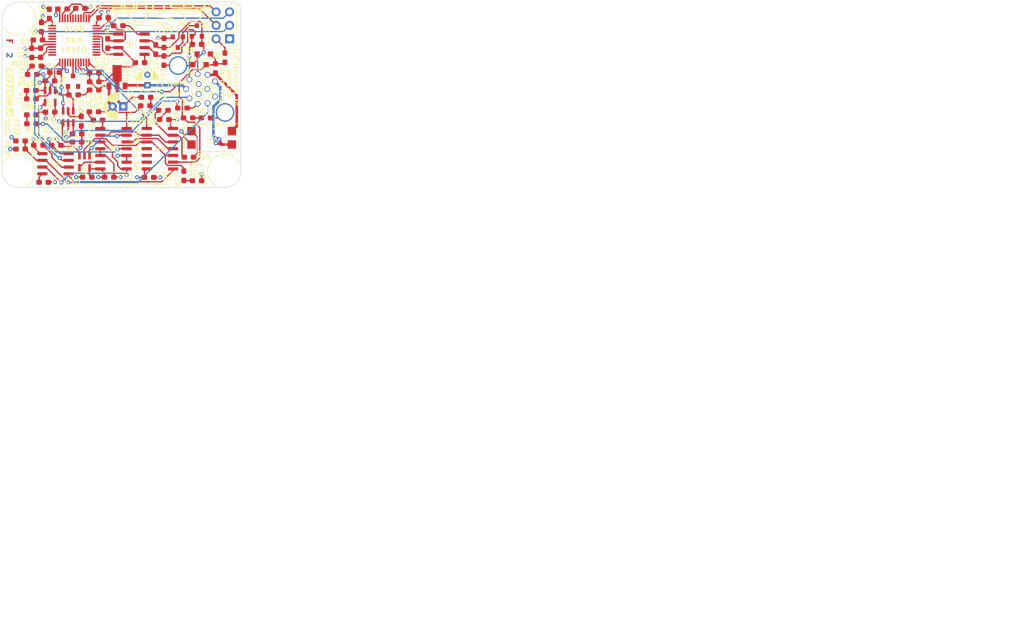
<source format=kicad_pcb>
(kicad_pcb (version 20171130) (host pcbnew 5.1.6)

  (general
    (thickness 1.6)
    (drawings 53)
    (tracks 701)
    (zones 0)
    (modules 78)
    (nets 77)
  )

  (page A4)
  (layers
    (0 F.Cu signal)
    (1 3V3.Cu power hide)
    (2 GND.Cu power hide)
    (31 B.Cu signal)
    (33 F.Adhes user)
    (35 F.Paste user)
    (37 F.SilkS user)
    (38 B.Mask user hide)
    (39 F.Mask user hide)
    (40 Dwgs.User user hide)
    (41 Cmts.User user hide)
    (42 Eco1.User user hide)
    (43 Eco2.User user hide)
    (44 Edge.Cuts user)
    (45 Margin user)
    (46 B.CrtYd user)
    (47 F.CrtYd user)
    (49 F.Fab user hide)
  )

  (setup
    (last_trace_width 0.25)
    (user_trace_width 0.5)
    (user_trace_width 1)
    (trace_clearance 0.2)
    (zone_clearance 0.33)
    (zone_45_only no)
    (trace_min 0.2)
    (via_size 0.8)
    (via_drill 0.4)
    (via_min_size 0.4)
    (via_min_drill 0.3)
    (uvia_size 0.3)
    (uvia_drill 0.1)
    (uvias_allowed no)
    (uvia_min_size 0.2)
    (uvia_min_drill 0.1)
    (edge_width 0.1)
    (segment_width 0.2)
    (pcb_text_width 0.3)
    (pcb_text_size 1.5 1.5)
    (mod_edge_width 0.15)
    (mod_text_size 1 1)
    (mod_text_width 0.15)
    (pad_size 4.5 4.5)
    (pad_drill 3)
    (pad_to_mask_clearance 0)
    (aux_axis_origin 0 0)
    (visible_elements FFFFFF7F)
    (pcbplotparams
      (layerselection 0x010e0_ffffffff)
      (usegerberextensions false)
      (usegerberattributes true)
      (usegerberadvancedattributes true)
      (creategerberjobfile true)
      (excludeedgelayer true)
      (linewidth 0.100000)
      (plotframeref false)
      (viasonmask false)
      (mode 1)
      (useauxorigin false)
      (hpglpennumber 1)
      (hpglpenspeed 20)
      (hpglpendiameter 15.000000)
      (psnegative false)
      (psa4output false)
      (plotreference true)
      (plotvalue true)
      (plotinvisibletext false)
      (padsonsilk false)
      (subtractmaskfromsilk false)
      (outputformat 1)
      (mirror false)
      (drillshape 0)
      (scaleselection 1)
      (outputdirectory "export/"))
  )

  (net 0 "")
  (net 1 GND)
  (net 2 +3V3)
  (net 3 NRST)
  (net 4 CAN_H)
  (net 5 CAN_L)
  (net 6 +12V)
  (net 7 SDC_in_3V3)
  (net 8 "Net-(D2-Pad3)")
  (net 9 TS_activate_MUXed)
  (net 10 TRACESWO)
  (net 11 SWDIO)
  (net 12 SWCLK)
  (net 13 ~SDC_reset~)
  (net 14 TS_activate_ext)
  (net 15 TS_activate_dash)
  (net 16 SDC_in)
  (net 17 SDC_out)
  (net 18 To_SDC_relais)
  (net 19 AS_driving_mode)
  (net 20 AS_close_SDC)
  (net 21 "Net-(R12-Pad1)")
  (net 22 Watchdog)
  (net 23 SDC_is_ready)
  (net 24 "Net-(U7-Pad46)")
  (net 25 "Net-(U7-Pad45)")
  (net 26 "Net-(U7-Pad43)")
  (net 27 "Net-(U7-Pad42)")
  (net 28 "Net-(U7-Pad41)")
  (net 29 "Net-(U7-Pad40)")
  (net 30 "Net-(U7-Pad38)")
  (net 31 CAN_TX)
  (net 32 CAN_RX)
  (net 33 "Net-(U7-Pad31)")
  (net 34 "Net-(U7-Pad30)")
  (net 35 "Net-(U7-Pad29)")
  (net 36 "Net-(U7-Pad28)")
  (net 37 "Net-(U7-Pad27)")
  (net 38 "Net-(U7-Pad26)")
  (net 39 "Net-(U7-Pad25)")
  (net 40 "Net-(U7-Pad22)")
  (net 41 "Net-(U7-Pad21)")
  (net 42 "Net-(U7-Pad17)")
  (net 43 "Net-(U7-Pad16)")
  (net 44 "Net-(U7-Pad12)")
  (net 45 "Net-(U7-Pad11)")
  (net 46 "Net-(U7-Pad10)")
  (net 47 "Net-(U7-Pad6)")
  (net 48 "Net-(U7-Pad5)")
  (net 49 "Net-(U7-Pad4)")
  (net 50 "Net-(U7-Pad3)")
  (net 51 "Net-(U7-Pad2)")
  (net 52 "Net-(R14-Pad2)")
  (net 53 "Net-(R10-Pad1)")
  (net 54 "Net-(D5-Pad2)")
  (net 55 "Net-(D6-Pad2)")
  (net 56 "Net-(D7-Pad2)")
  (net 57 "Net-(D9-Pad2)")
  (net 58 "Net-(D10-Pad2)")
  (net 59 "Net-(D11-Pad2)")
  (net 60 "Net-(D12-Pad2)")
  (net 61 "Net-(D13-Pad2)")
  (net 62 "/Non-Programmable Logic/~WDO~")
  (net 63 "/Non-Programmable Logic/RP")
  (net 64 "/Non-Programmable Logic/WP")
  (net 65 "/Non-Programmable Logic/correct_button_pressed")
  (net 66 "/Non-Programmable Logic/close_while_allowed")
  (net 67 "/Non-Programmable Logic/reopened")
  (net 68 "/Non-Programmable Logic/~reset_all~")
  (net 69 "/Non-Programmable Logic/closing_allowed")
  (net 70 "/Non-Programmable Logic/~reopen~")
  (net 71 "/Non-Programmable Logic/WD_and_SDCin_ok")
  (net 72 "/Non-Programmable Logic/~try_close~")
  (net 73 "/Non-Programmable Logic/still_initial_open")
  (net 74 "Net-(R!1-Pad2)")
  (net 75 "Net-(D14-Pad2)")
  (net 76 "Net-(R24-Pad2)")

  (net_class Default "This is the default net class."
    (clearance 0.2)
    (trace_width 0.25)
    (via_dia 0.8)
    (via_drill 0.4)
    (uvia_dia 0.3)
    (uvia_drill 0.1)
    (add_net +12V)
    (add_net +3V3)
    (add_net "/Non-Programmable Logic/RP")
    (add_net "/Non-Programmable Logic/WD_and_SDCin_ok")
    (add_net "/Non-Programmable Logic/WP")
    (add_net "/Non-Programmable Logic/close_while_allowed")
    (add_net "/Non-Programmable Logic/closing_allowed")
    (add_net "/Non-Programmable Logic/correct_button_pressed")
    (add_net "/Non-Programmable Logic/reopened")
    (add_net "/Non-Programmable Logic/still_initial_open")
    (add_net "/Non-Programmable Logic/~WDO~")
    (add_net "/Non-Programmable Logic/~reopen~")
    (add_net "/Non-Programmable Logic/~reset_all~")
    (add_net "/Non-Programmable Logic/~try_close~")
    (add_net AS_close_SDC)
    (add_net AS_driving_mode)
    (add_net CAN_H)
    (add_net CAN_L)
    (add_net CAN_RX)
    (add_net CAN_TX)
    (add_net GND)
    (add_net NRST)
    (add_net "Net-(D10-Pad2)")
    (add_net "Net-(D11-Pad2)")
    (add_net "Net-(D12-Pad2)")
    (add_net "Net-(D13-Pad2)")
    (add_net "Net-(D14-Pad2)")
    (add_net "Net-(D2-Pad3)")
    (add_net "Net-(D5-Pad2)")
    (add_net "Net-(D6-Pad2)")
    (add_net "Net-(D7-Pad2)")
    (add_net "Net-(D9-Pad2)")
    (add_net "Net-(R!1-Pad2)")
    (add_net "Net-(R10-Pad1)")
    (add_net "Net-(R12-Pad1)")
    (add_net "Net-(R14-Pad2)")
    (add_net "Net-(R24-Pad2)")
    (add_net "Net-(U7-Pad10)")
    (add_net "Net-(U7-Pad11)")
    (add_net "Net-(U7-Pad12)")
    (add_net "Net-(U7-Pad16)")
    (add_net "Net-(U7-Pad17)")
    (add_net "Net-(U7-Pad2)")
    (add_net "Net-(U7-Pad21)")
    (add_net "Net-(U7-Pad22)")
    (add_net "Net-(U7-Pad25)")
    (add_net "Net-(U7-Pad26)")
    (add_net "Net-(U7-Pad27)")
    (add_net "Net-(U7-Pad28)")
    (add_net "Net-(U7-Pad29)")
    (add_net "Net-(U7-Pad3)")
    (add_net "Net-(U7-Pad30)")
    (add_net "Net-(U7-Pad31)")
    (add_net "Net-(U7-Pad38)")
    (add_net "Net-(U7-Pad4)")
    (add_net "Net-(U7-Pad40)")
    (add_net "Net-(U7-Pad41)")
    (add_net "Net-(U7-Pad42)")
    (add_net "Net-(U7-Pad43)")
    (add_net "Net-(U7-Pad45)")
    (add_net "Net-(U7-Pad46)")
    (add_net "Net-(U7-Pad5)")
    (add_net "Net-(U7-Pad6)")
    (add_net SDC_in)
    (add_net SDC_in_3V3)
    (add_net SDC_is_ready)
    (add_net SDC_out)
    (add_net SWCLK)
    (add_net SWDIO)
    (add_net TRACESWO)
    (add_net TS_activate_MUXed)
    (add_net TS_activate_dash)
    (add_net TS_activate_ext)
    (add_net To_SDC_relais)
    (add_net Watchdog)
    (add_net ~SDC_reset~)
  )

  (module Custom:LeitOnLogo_small (layer F.Cu) (tedit 0) (tstamp 61E47766)
    (at 139.64932 84.905821 270)
    (fp_text reference G*** (at 0 0 90) (layer F.SilkS) hide
      (effects (font (size 1.524 1.524) (thickness 0.3)))
    )
    (fp_text value LOGO (at 0.75 0 90) (layer F.SilkS) hide
      (effects (font (size 1.524 1.524) (thickness 0.3)))
    )
    (fp_poly (pts (xy 4.498561 -0.558187) (xy 4.54928 -0.557997) (xy 4.59218 -0.5577) (xy 4.627955 -0.557288)
      (xy 4.657304 -0.556752) (xy 4.680923 -0.556085) (xy 4.69951 -0.555278) (xy 4.713762 -0.554323)
      (xy 4.724375 -0.553212) (xy 4.732046 -0.551937) (xy 4.737474 -0.55049) (xy 4.741354 -0.548863)
      (xy 4.741527 -0.548772) (xy 4.762776 -0.531862) (xy 4.775597 -0.507323) (xy 4.780383 -0.474124)
      (xy 4.779526 -0.449188) (xy 4.776908 -0.426066) (xy 4.773585 -0.407644) (xy 4.770277 -0.397916)
      (xy 4.766216 -0.388526) (xy 4.760478 -0.370305) (xy 4.754161 -0.346817) (xy 4.752807 -0.341313)
      (xy 4.740906 -0.2921) (xy 4.498078 -0.2921) (xy 4.443789 -0.291963) (xy 4.393554 -0.291571)
      (xy 4.348775 -0.290955) (xy 4.31085 -0.290147) (xy 4.281182 -0.289176) (xy 4.261168 -0.288076)
      (xy 4.252211 -0.286875) (xy 4.251885 -0.286658) (xy 4.244153 -0.282958) (xy 4.227949 -0.279342)
      (xy 4.214998 -0.277543) (xy 4.190283 -0.27334) (xy 4.168531 -0.267018) (xy 4.152915 -0.259744)
      (xy 4.146613 -0.252684) (xy 4.146599 -0.252413) (xy 4.141491 -0.247997) (xy 4.138474 -0.24765)
      (xy 4.125567 -0.242418) (xy 4.108782 -0.228403) (xy 4.090022 -0.20813) (xy 4.071193 -0.184123)
      (xy 4.0542 -0.158906) (xy 4.040948 -0.135002) (xy 4.033341 -0.114936) (xy 4.03225 -0.106913)
      (xy 4.028975 -0.095351) (xy 4.0259 -0.092075) (xy 4.020939 -0.0833) (xy 4.01955 -0.073025)
      (xy 4.01737 -0.059882) (xy 4.013752 -0.054317) (xy 4.00922 -0.046321) (xy 4.004788 -0.030554)
      (xy 4.003509 -0.02378) (xy 3.999761 -0.005601) (xy 3.995756 0.007303) (xy 3.994592 0.009525)
      (xy 3.990499 0.018636) (xy 3.984367 0.035918) (xy 3.978645 0.053975) (xy 3.971679 0.07598)
      (xy 3.965326 0.094163) (xy 3.961729 0.10291) (xy 3.957224 0.11607) (xy 3.952951 0.134945)
      (xy 3.952182 0.139422) (xy 3.948417 0.155399) (xy 3.943951 0.164382) (xy 3.942538 0.1651)
      (xy 3.938337 0.170527) (xy 3.937 0.1806) (xy 3.93487 0.193895) (xy 3.931202 0.199683)
      (xy 3.92667 0.207679) (xy 3.922238 0.223446) (xy 3.920959 0.23022) (xy 3.917211 0.248399)
      (xy 3.913206 0.261303) (xy 3.912042 0.263525) (xy 3.907949 0.272636) (xy 3.901817 0.289918)
      (xy 3.896095 0.307975) (xy 3.889261 0.329732) (xy 3.883198 0.347443) (xy 3.879867 0.355808)
      (xy 3.87521 0.36868) (xy 3.870572 0.386225) (xy 3.87048 0.386643) (xy 3.862653 0.40473)
      (xy 3.84918 0.422688) (xy 3.84586 0.425936) (xy 3.825875 0.444127) (xy 3.610888 0.444313)
      (xy 3.395902 0.4445) (xy 3.383085 0.428205) (xy 3.369066 0.414075) (xy 3.350423 0.39979)
      (xy 3.331236 0.388046) (xy 3.315586 0.38154) (xy 3.311651 0.381) (xy 3.30312 0.37761)
      (xy 3.302 0.37465) (xy 3.296183 0.37131) (xy 3.280844 0.369031) (xy 3.261801 0.3683)
      (xy 3.217469 0.374009) (xy 3.177746 0.39009) (xy 3.144076 0.414973) (xy 3.117903 0.447089)
      (xy 3.10067 0.484866) (xy 3.093822 0.526736) (xy 3.094869 0.549811) (xy 3.100817 0.576395)
      (xy 3.111599 0.603775) (xy 3.125532 0.629209) (xy 3.140934 0.649957) (xy 3.156121 0.663278)
      (xy 3.166663 0.66675) (xy 3.174327 0.670099) (xy 3.175 0.672263) (xy 3.180722 0.67771)
      (xy 3.195502 0.68359) (xy 3.215762 0.689074) (xy 3.237922 0.693333) (xy 3.258403 0.695538)
      (xy 3.273071 0.694972) (xy 3.310884 0.685168) (xy 3.341222 0.6703) (xy 3.369051 0.647872)
      (xy 3.371596 0.645402) (xy 3.401591 0.61595) (xy 3.620083 0.615881) (xy 3.683353 0.615783)
      (xy 3.735382 0.61542) (xy 3.777624 0.614625) (xy 3.811539 0.613228) (xy 3.838582 0.611061)
      (xy 3.86021 0.607956) (xy 3.877882 0.603745) (xy 3.893054 0.59826) (xy 3.907183 0.591331)
      (xy 3.921726 0.582791) (xy 3.925209 0.580627) (xy 3.951781 0.560783) (xy 3.97806 0.535679)
      (xy 4.000557 0.509049) (xy 4.01578 0.484629) (xy 4.016608 0.482819) (xy 4.024367 0.465555)
      (xy 4.030579 0.452253) (xy 4.031268 0.45085) (xy 4.035591 0.439936) (xy 4.041984 0.421283)
      (xy 4.047725 0.403225) (xy 4.054808 0.380837) (xy 4.06117 0.36186) (xy 4.064644 0.352425)
      (xy 4.069315 0.339328) (xy 4.075723 0.319304) (xy 4.080088 0.3048) (xy 4.086672 0.283694)
      (xy 4.092721 0.26658) (xy 4.095679 0.259695) (xy 4.099848 0.247421) (xy 4.104054 0.228452)
      (xy 4.105466 0.220008) (xy 4.109145 0.202679) (xy 4.11348 0.192066) (xy 4.115521 0.1905)
      (xy 4.11979 0.185073) (xy 4.12115 0.174999) (xy 4.123215 0.161749) (xy 4.12678 0.156019)
      (xy 4.131505 0.148019) (xy 4.13606 0.132641) (xy 4.136873 0.128657) (xy 4.140967 0.111435)
      (xy 4.145336 0.099608) (xy 4.146076 0.098425) (xy 4.150256 0.08929) (xy 4.156332 0.071963)
      (xy 4.161868 0.053975) (xy 4.168663 0.031529) (xy 4.174914 0.012526) (xy 4.178415 0.003175)
      (xy 4.18359 -0.01223) (xy 4.187973 -0.030227) (xy 4.198807 -0.06375) (xy 4.215989 -0.091327)
      (xy 4.223361 -0.098986) (xy 4.227534 -0.102186) (xy 4.233134 -0.10479) (xy 4.241454 -0.10687)
      (xy 4.25379 -0.108504) (xy 4.271436 -0.109764) (xy 4.295688 -0.110727) (xy 4.32784 -0.111467)
      (xy 4.369187 -0.112059) (xy 4.421023 -0.112578) (xy 4.464709 -0.112942) (xy 4.525236 -0.113369)
      (xy 4.574233 -0.113561) (xy 4.612872 -0.11348) (xy 4.64232 -0.113086) (xy 4.663747 -0.112342)
      (xy 4.678323 -0.111207) (xy 4.687217 -0.109644) (xy 4.691598 -0.107614) (xy 4.69265 -0.105379)
      (xy 4.689311 -0.094761) (xy 4.687001 -0.092509) (xy 4.682127 -0.084373) (xy 4.677995 -0.06939)
      (xy 4.677805 -0.068322) (xy 4.673197 -0.044501) (xy 4.667468 -0.019124) (xy 4.661545 0.004129)
      (xy 4.656355 0.021579) (xy 4.653319 0.028939) (xy 4.65004 0.038727) (xy 4.646444 0.05637)
      (xy 4.644587 0.068627) (xy 4.641179 0.087107) (xy 4.637135 0.099071) (xy 4.634681 0.1016)
      (xy 4.630767 0.107112) (xy 4.62915 0.120275) (xy 4.627429 0.134768) (xy 4.623542 0.142416)
      (xy 4.619714 0.150175) (xy 4.615797 0.166486) (xy 4.613572 0.18079) (xy 4.610172 0.200692)
      (xy 4.606039 0.214945) (xy 4.603305 0.219349) (xy 4.598749 0.227863) (xy 4.5974 0.238585)
      (xy 4.594923 0.255591) (xy 4.591306 0.265198) (xy 4.585385 0.280652) (xy 4.578144 0.30807)
      (xy 4.569519 0.347703) (xy 4.563887 0.376237) (xy 4.559342 0.39575) (xy 4.554723 0.408999)
      (xy 4.551741 0.41275) (xy 4.548102 0.418264) (xy 4.5466 0.431425) (xy 4.544784 0.445986)
      (xy 4.540694 0.45375) (xy 4.536696 0.461621) (xy 4.532669 0.478012) (xy 4.530437 0.492225)
      (xy 4.527246 0.51129) (xy 4.523579 0.52394) (xy 4.521163 0.52705) (xy 4.516869 0.532578)
      (xy 4.512994 0.546051) (xy 4.512698 0.547687) (xy 4.508766 0.567397) (xy 4.503157 0.591801)
      (xy 4.496978 0.616455) (xy 4.491337 0.636911) (xy 4.487784 0.6477) (xy 4.484094 0.659505)
      (xy 4.479376 0.677934) (xy 4.477563 0.6858) (xy 4.47198 0.709257) (xy 4.466045 0.731892)
      (xy 4.464705 0.7366) (xy 4.459004 0.756955) (xy 4.452549 0.781165) (xy 4.450535 0.788987)
      (xy 4.445125 0.806411) (xy 4.439862 0.817306) (xy 4.43758 0.81915) (xy 4.432482 0.824046)
      (xy 4.4323 0.825766) (xy 4.428731 0.834246) (xy 4.419592 0.848768) (xy 4.41213 0.859139)
      (xy 4.38981 0.882452) (xy 4.361325 0.899853) (xy 4.323579 0.913208) (xy 4.321175 0.913861)
      (xy 4.311173 0.91485) (xy 4.289516 0.915756) (xy 4.257209 0.91658) (xy 4.215257 0.917321)
      (xy 4.164666 0.91798) (xy 4.106442 0.918556) (xy 4.041589 0.91905) (xy 3.971114 0.919462)
      (xy 3.896022 0.919792) (xy 3.817318 0.92004) (xy 3.736008 0.920206) (xy 3.653098 0.92029)
      (xy 3.569592 0.920293) (xy 3.486498 0.920213) (xy 3.404819 0.920053) (xy 3.325562 0.91981)
      (xy 3.249732 0.919486) (xy 3.178334 0.919081) (xy 3.112375 0.918595) (xy 3.052859 0.918027)
      (xy 3.000793 0.917378) (xy 2.957181 0.916648) (xy 2.923029 0.915837) (xy 2.899343 0.914946)
      (xy 2.887128 0.913973) (xy 2.886075 0.913747) (xy 2.86683 0.905058) (xy 2.85115 0.894528)
      (xy 2.84384 0.887559) (xy 2.839203 0.879619) (xy 2.836634 0.86783) (xy 2.835532 0.849311)
      (xy 2.835294 0.821181) (xy 2.835294 0.818706) (xy 2.83621 0.782924) (xy 2.838917 0.759349)
      (xy 2.843231 0.748328) (xy 2.84921 0.736324) (xy 2.85115 0.723004) (xy 2.852994 0.708999)
      (xy 2.856767 0.702127) (xy 2.860932 0.69428) (xy 2.865147 0.678282) (xy 2.866886 0.668415)
      (xy 2.870526 0.649246) (xy 2.874601 0.635251) (xy 2.876346 0.631825) (xy 2.880886 0.621334)
      (xy 2.884399 0.606425) (xy 2.888784 0.583906) (xy 2.894775 0.558625) (xy 2.901203 0.535048)
      (xy 2.906899 0.517642) (xy 2.908757 0.513316) (xy 2.912666 0.501041) (xy 2.916641 0.481689)
      (xy 2.91835 0.470454) (xy 2.921749 0.452189) (xy 2.925802 0.440477) (xy 2.928168 0.43815)
      (xy 2.932082 0.432637) (xy 2.9337 0.419474) (xy 2.93539 0.405003) (xy 2.939213 0.397392)
      (xy 2.943128 0.389623) (xy 2.947101 0.37349) (xy 2.94903 0.361538) (xy 2.952586 0.340649)
      (xy 2.956809 0.32389) (xy 2.958904 0.318533) (xy 2.964422 0.304371) (xy 2.97093 0.282574)
      (xy 2.977234 0.257878) (xy 2.982139 0.23502) (xy 2.98445 0.218736) (xy 2.9845 0.21707)
      (xy 2.986781 0.206129) (xy 2.990393 0.2032) (xy 2.994328 0.197474) (xy 2.998315 0.182696)
      (xy 3.00066 0.168191) (xy 3.004009 0.148303) (xy 3.008009 0.134097) (xy 3.010642 0.129716)
      (xy 3.014707 0.121478) (xy 3.01625 0.10795) (xy 3.018007 0.093598) (xy 3.021867 0.086177)
      (xy 3.026032 0.07833) (xy 3.030247 0.062332) (xy 3.031986 0.052465) (xy 3.035626 0.033296)
      (xy 3.039701 0.019301) (xy 3.041446 0.015875) (xy 3.046166 0.005416) (xy 3.050117 -0.009525)
      (xy 3.055948 -0.037354) (xy 3.06226 -0.064149) (xy 3.068214 -0.08664) (xy 3.072973 -0.10156)
      (xy 3.07463 -0.10514) (xy 3.077905 -0.114921) (xy 3.081501 -0.132572) (xy 3.083381 -0.14497)
      (xy 3.086833 -0.164278) (xy 3.090912 -0.177822) (xy 3.093286 -0.181493) (xy 3.097583 -0.189822)
      (xy 3.0988 -0.200025) (xy 3.100962 -0.213158) (xy 3.104555 -0.218708) (xy 3.108583 -0.226549)
      (xy 3.112682 -0.242802) (xy 3.114791 -0.255595) (xy 3.118198 -0.275659) (xy 3.12203 -0.290631)
      (xy 3.124113 -0.295275) (xy 3.128665 -0.305749) (xy 3.13238 -0.320675) (xy 3.137405 -0.344888)
      (xy 3.143691 -0.370118) (xy 3.150051 -0.391972) (xy 3.155299 -0.406056) (xy 3.155598 -0.406645)
      (xy 3.159871 -0.4189) (xy 3.1642 -0.437404) (xy 3.165248 -0.443157) (xy 3.169228 -0.459512)
      (xy 3.173886 -0.468968) (xy 3.175558 -0.4699) (xy 3.181037 -0.474867) (xy 3.18135 -0.477241)
      (xy 3.185958 -0.485729) (xy 3.198383 -0.499987) (xy 3.216522 -0.517851) (xy 3.238273 -0.53716)
      (xy 3.245205 -0.542925) (xy 3.247791 -0.544869) (xy 3.251 -0.546606) (xy 3.25553 -0.54815)
      (xy 3.26208 -0.549515) (xy 3.271348 -0.550714) (xy 3.284033 -0.551761) (xy 3.300832 -0.552669)
      (xy 3.322444 -0.553453) (xy 3.349568 -0.554126) (xy 3.382902 -0.554701) (xy 3.423144 -0.555193)
      (xy 3.470993 -0.555615) (xy 3.527147 -0.55598) (xy 3.592304 -0.556303) (xy 3.667163 -0.556596)
      (xy 3.752422 -0.556875) (xy 3.84878 -0.557152) (xy 3.956934 -0.557441) (xy 3.990975 -0.55753)
      (xy 4.103256 -0.557812) (xy 4.203534 -0.558036) (xy 4.292507 -0.558194) (xy 4.370871 -0.558277)
      (xy 4.439323 -0.558277) (xy 4.498561 -0.558187)) (layer F.SilkS) (width 0.01))
    (fp_poly (pts (xy 2.560505 -0.577692) (xy 2.605354 -0.577242) (xy 2.644474 -0.57654) (xy 2.676316 -0.575626)
      (xy 2.699328 -0.574539) (xy 2.71196 -0.57332) (xy 2.713897 -0.572678) (xy 2.713777 -0.564634)
      (xy 2.71079 -0.547386) (xy 2.705507 -0.523958) (xy 2.702157 -0.510765) (xy 2.689441 -0.462681)
      (xy 2.675958 -0.412066) (xy 2.662787 -0.362959) (xy 2.651012 -0.319394) (xy 2.64443 -0.295275)
      (xy 2.637138 -0.268592) (xy 2.62981 -0.241502) (xy 2.621641 -0.211002) (xy 2.611826 -0.174085)
      (xy 2.600202 -0.130175) (xy 2.590682 -0.094184) (xy 2.583487 -0.067047) (xy 2.577701 -0.045341)
      (xy 2.572408 -0.025642) (xy 2.566692 -0.004523) (xy 2.560287 0.01905) (xy 2.552283 0.048558)
      (xy 2.542177 0.08593) (xy 2.531157 0.126763) (xy 2.52041 0.166655) (xy 2.511125 0.201203)
      (xy 2.508036 0.212725) (xy 2.504246 0.226957) (xy 2.498189 0.249783) (xy 2.490843 0.277519)
      (xy 2.486147 0.295275) (xy 2.477957 0.326173) (xy 2.469926 0.356334) (xy 2.463275 0.381182)
      (xy 2.460755 0.390525) (xy 2.455299 0.410766) (xy 2.447805 0.43871) (xy 2.439498 0.469784)
      (xy 2.435233 0.485775) (xy 2.4254 0.522673) (xy 2.418109 0.550009) (xy 2.412631 0.57049)
      (xy 2.408238 0.586824) (xy 2.404202 0.601721) (xy 2.399795 0.617888) (xy 2.395119 0.635)
      (xy 2.38691 0.665411) (xy 2.377493 0.700865) (xy 2.368797 0.734098) (xy 2.368149 0.7366)
      (xy 2.354262 0.784168) (xy 2.339396 0.821561) (xy 2.322273 0.851296) (xy 2.301612 0.875895)
      (xy 2.293419 0.883657) (xy 2.27075 0.901784) (xy 2.247256 0.915117) (xy 2.220501 0.924301)
      (xy 2.188051 0.929984) (xy 2.14747 0.93281) (xy 2.105801 0.93345) (xy 2.06042 0.932545)
      (xy 2.025652 0.929428) (xy 1.999515 0.923493) (xy 1.980022 0.914133) (xy 1.96519 0.900743)
      (xy 1.955923 0.887677) (xy 1.950537 0.877147) (xy 1.940857 0.856483) (xy 1.927575 0.827234)
      (xy 1.911383 0.790945) (xy 1.892975 0.749164) (xy 1.873041 0.703438) (xy 1.860149 0.67362)
      (xy 1.839419 0.625566) (xy 1.819681 0.579886) (xy 1.801655 0.538247) (xy 1.786063 0.502313)
      (xy 1.773627 0.473748) (xy 1.76507 0.454217) (xy 1.762164 0.447675) (xy 1.753478 0.428007)
      (xy 1.741719 0.40089) (xy 1.728728 0.370583) (xy 1.721016 0.352425) (xy 1.707714 0.321238)
      (xy 1.694063 0.289669) (xy 1.682115 0.26244) (xy 1.67692 0.250825) (xy 1.665041 0.224089)
      (xy 1.65157 0.193077) (xy 1.641364 0.169096) (xy 1.623044 0.125468) (xy 1.611481 0.169096)
      (xy 1.604609 0.19484) (xy 1.598083 0.218985) (xy 1.593691 0.23495) (xy 1.589176 0.251406)
      (xy 1.581844 0.278546) (xy 1.572121 0.314775) (xy 1.560434 0.358497) (xy 1.547208 0.408116)
      (xy 1.53287 0.462038) (xy 1.517847 0.518667) (xy 1.511421 0.542925) (xy 1.501981 0.578507)
      (xy 1.493301 0.611086) (xy 1.486065 0.638105) (xy 1.480957 0.657007) (xy 1.479146 0.663575)
      (xy 1.47415 0.681244) (xy 1.4677 0.704017) (xy 1.464763 0.714375) (xy 1.459272 0.73428)
      (xy 1.451793 0.762121) (xy 1.443492 0.79353) (xy 1.438466 0.8128) (xy 1.430444 0.843274)
      (xy 1.422691 0.871937) (xy 1.416286 0.89484) (xy 1.413322 0.904875) (xy 1.40547 0.930275)
      (xy 1.204385 0.931951) (xy 1.1485 0.932381) (xy 1.104021 0.932594) (xy 1.069652 0.932528)
      (xy 1.044101 0.932123) (xy 1.026072 0.931317) (xy 1.014273 0.930047) (xy 1.007408 0.928252)
      (xy 1.004185 0.925871) (xy 1.003309 0.922841) (xy 1.0033 0.922364) (xy 1.004948 0.912219)
      (xy 1.009572 0.891743) (xy 1.016691 0.862825) (xy 1.025823 0.827354) (xy 1.036486 0.787221)
      (xy 1.048199 0.744313) (xy 1.053881 0.7239) (xy 1.058005 0.708859) (xy 1.064448 0.684993)
      (xy 1.072281 0.655754) (xy 1.0795 0.62865) (xy 1.087784 0.597546) (xy 1.095481 0.568813)
      (xy 1.101664 0.545903) (xy 1.105088 0.5334) (xy 1.109626 0.516813) (xy 1.116958 0.489641)
      (xy 1.12663 0.453579) (xy 1.138191 0.410318) (xy 1.151188 0.361554) (xy 1.165169 0.308978)
      (xy 1.179682 0.254286) (xy 1.187328 0.225425) (xy 1.196781 0.18984) (xy 1.205496 0.157259)
      (xy 1.212784 0.13024) (xy 1.217957 0.111339) (xy 1.219812 0.104775) (xy 1.223647 0.091097)
      (xy 1.229817 0.068424) (xy 1.237433 0.040045) (xy 1.244695 0.0127) (xy 1.252943 -0.01841)
      (xy 1.26061 -0.047147) (xy 1.266773 -0.070057) (xy 1.270188 -0.08255) (xy 1.273989 -0.09645)
      (xy 1.280304 -0.119837) (xy 1.288386 -0.149926) (xy 1.297484 -0.183931) (xy 1.301778 -0.200025)
      (xy 1.319002 -0.264451) (xy 1.333402 -0.317807) (xy 1.345356 -0.361312) (xy 1.355242 -0.396187)
      (xy 1.363435 -0.42365) (xy 1.370314 -0.444923) (xy 1.376254 -0.461225) (xy 1.381634 -0.473776)
      (xy 1.38683 -0.483795) (xy 1.392143 -0.492388) (xy 1.420462 -0.524798) (xy 1.45721 -0.551278)
      (xy 1.497009 -0.568559) (xy 1.518257 -0.572695) (xy 1.548448 -0.575632) (xy 1.58391 -0.577321)
      (xy 1.620973 -0.577716) (xy 1.655966 -0.576769) (xy 1.68522 -0.574433) (xy 1.70319 -0.571221)
      (xy 1.72138 -0.563801) (xy 1.740025 -0.552595) (xy 1.755561 -0.540205) (xy 1.764422 -0.529236)
      (xy 1.7653 -0.525858) (xy 1.765786 -0.521781) (xy 1.767821 -0.51522) (xy 1.772269 -0.504034)
      (xy 1.779992 -0.486085) (xy 1.791856 -0.459235) (xy 1.795583 -0.45085) (xy 1.802007 -0.436067)
      (xy 1.81232 -0.411931) (xy 1.825518 -0.380812) (xy 1.840596 -0.345075) (xy 1.856552 -0.30709)
      (xy 1.857511 -0.3048) (xy 1.873729 -0.266193) (xy 1.889364 -0.229162) (xy 1.903345 -0.196227)
      (xy 1.914604 -0.169906) (xy 1.922072 -0.152718) (xy 1.922213 -0.1524) (xy 1.932284 -0.129686)
      (xy 1.941614 -0.108646) (xy 1.946147 -0.098425) (xy 1.951112 -0.086929) (xy 1.960114 -0.065795)
      (xy 1.972274 -0.037094) (xy 1.986715 -0.002899) (xy 2.002559 0.034717) (xy 2.006652 0.04445)
      (xy 2.022994 0.083226) (xy 2.038433 0.119686) (xy 2.052019 0.151597) (xy 2.062802 0.17673)
      (xy 2.069832 0.192855) (xy 2.070754 0.194914) (xy 2.078032 0.212539) (xy 2.082317 0.225871)
      (xy 2.0828 0.229029) (xy 2.085083 0.234205) (xy 2.090526 0.230567) (xy 2.097018 0.220854)
      (xy 2.102448 0.207807) (xy 2.103996 0.20151) (xy 2.107359 0.186135) (xy 2.11311 0.162653)
      (xy 2.120225 0.135189) (xy 2.123275 0.123825) (xy 2.132489 0.089773) (xy 2.143021 0.050723)
      (xy 2.152909 0.013946) (xy 2.154946 0.00635) (xy 2.163413 -0.025144) (xy 2.172053 -0.057119)
      (xy 2.179417 -0.084212) (xy 2.181569 -0.092075) (xy 2.188861 -0.118759) (xy 2.196189 -0.145849)
      (xy 2.204358 -0.176349) (xy 2.214173 -0.213266) (xy 2.225797 -0.257175) (xy 2.23477 -0.291098)
      (xy 2.241693 -0.317201) (xy 2.247682 -0.339659) (xy 2.253853 -0.362645) (xy 2.261323 -0.390333)
      (xy 2.2691 -0.4191) (xy 2.277556 -0.450541) (xy 2.28606 -0.482436) (xy 2.29319 -0.509448)
      (xy 2.295252 -0.517351) (xy 2.301101 -0.5395) (xy 2.306134 -0.557872) (xy 2.308673 -0.566563)
      (xy 2.310406 -0.569718) (xy 2.314264 -0.572226) (xy 2.321569 -0.57416) (xy 2.333645 -0.575595)
      (xy 2.351814 -0.576604) (xy 2.377401 -0.57726) (xy 2.411726 -0.577637) (xy 2.456115 -0.57781)
      (xy 2.511478 -0.57785) (xy 2.560505 -0.577692)) (layer F.SilkS) (width 0.01))
    (fp_poly (pts (xy -1.037884 -0.576903) (xy -0.961301 -0.57675) (xy -0.873449 -0.576526) (xy -0.791921 -0.576297)
      (xy -0.225425 -0.574675) (xy -0.226883 -0.5588) (xy -0.229677 -0.541495) (xy -0.23443 -0.521478)
      (xy -0.234649 -0.5207) (xy -0.238806 -0.505659) (xy -0.245276 -0.481792) (xy -0.253127 -0.452552)
      (xy -0.26035 -0.42545) (xy -0.271511 -0.383486) (xy -0.279967 -0.351902) (xy -0.286251 -0.328797)
      (xy -0.290896 -0.31227) (xy -0.294436 -0.300421) (xy -0.297402 -0.291348) (xy -0.299957 -0.284163)
      (xy -0.306341 -0.2667) (xy -0.670551 -0.2667) (xy -0.685456 -0.211138) (xy -0.69464 -0.176961)
      (xy -0.704916 -0.13881) (xy -0.714198 -0.104432) (xy -0.714964 -0.1016) (xy -0.732767 -0.035689)
      (xy -0.749808 0.027659) (xy -0.767404 0.09335) (xy -0.786872 0.166292) (xy -0.7874 0.168275)
      (xy -0.797989 0.207927) (xy -0.80886 0.248499) (xy -0.818976 0.286133) (xy -0.827304 0.316976)
      (xy -0.830032 0.327025) (xy -0.836566 0.351056) (xy -0.842279 0.372138) (xy -0.84789 0.392948)
      (xy -0.854118 0.416161) (xy -0.861679 0.444455) (xy -0.871294 0.480505) (xy -0.879467 0.511175)
      (xy -0.887176 0.540088) (xy -0.894186 0.566343) (xy -0.899512 0.586256) (xy -0.901517 0.593725)
      (xy -0.905146 0.607227) (xy -0.911214 0.629822) (xy -0.918868 0.65834) (xy -0.927088 0.688975)
      (xy -0.936935 0.7256) (xy -0.947467 0.764635) (xy -0.957236 0.800719) (xy -0.96311 0.822325)
      (xy -0.97066 0.850138) (xy -0.977498 0.875538) (xy -0.982526 0.894444) (xy -0.983808 0.899363)
      (xy -0.988717 0.915511) (xy -0.993313 0.926351) (xy -1.000705 0.928529) (xy -1.018737 0.930341)
      (xy -1.045571 0.931788) (xy -1.07937 0.932876) (xy -1.118297 0.933607) (xy -1.160514 0.933986)
      (xy -1.204185 0.934017) (xy -1.247472 0.933702) (xy -1.288538 0.933047) (xy -1.325547 0.932055)
      (xy -1.356662 0.93073) (xy -1.380044 0.929075) (xy -1.393857 0.927095) (xy -1.396849 0.925512)
      (xy -1.396158 0.918868) (xy -1.39398 0.907957) (xy -1.389865 0.890957) (xy -1.383364 0.866046)
      (xy -1.374027 0.831399) (xy -1.369825 0.815975) (xy -1.362548 0.789156) (xy -1.353047 0.753918)
      (xy -1.342359 0.714116) (xy -1.33152 0.673604) (xy -1.32715 0.657225) (xy -1.316571 0.617573)
      (xy -1.305727 0.577004) (xy -1.295648 0.53937) (xy -1.287367 0.508527) (xy -1.28466 0.498475)
      (xy -1.275878 0.46587) (xy -1.266524 0.431079) (xy -1.258353 0.400625) (xy -1.256924 0.395287)
      (xy -1.248428 0.36355) (xy -1.238989 0.328286) (xy -1.232277 0.303212) (xy -1.224773 0.275227)
      (xy -1.215597 0.241077) (xy -1.206388 0.206859) (xy -1.20369 0.19685) (xy -1.185639 0.129861)
      (xy -1.169072 0.06831) (xy -1.154598 0.014455) (xy -1.142823 -0.029443) (xy -1.14263 -0.030163)
      (xy -1.13439 -0.060897) (xy -1.124982 -0.095939) (xy -1.117059 -0.125413) (xy -1.109277 -0.154755)
      (xy -1.101494 -0.184789) (xy -1.095368 -0.209116) (xy -1.095261 -0.20955) (xy -1.089743 -0.230982)
      (xy -1.084747 -0.248565) (xy -1.082424 -0.255588) (xy -1.081855 -0.258812) (xy -1.083803 -0.261346)
      (xy -1.089591 -0.263272) (xy -1.100541 -0.264674) (xy -1.117978 -0.265633) (xy -1.143225 -0.266233)
      (xy -1.177605 -0.266555) (xy -1.222441 -0.266683) (xy -1.260491 -0.2667) (xy -1.44284 -0.2667)
      (xy -1.439719 -0.287338) (xy -1.438114 -0.29638) (xy -1.435431 -0.308725) (xy -1.431285 -0.325877)
      (xy -1.425295 -0.349337) (xy -1.417076 -0.380608) (xy -1.406245 -0.421192) (xy -1.393145 -0.4699)
      (xy -1.386508 -0.494772) (xy -1.380121 -0.519098) (xy -1.377449 -0.529461) (xy -1.371731 -0.548632)
      (xy -1.365742 -0.564107) (xy -1.364792 -0.566007) (xy -1.363346 -0.568061) (xy -1.360825 -0.569861)
      (xy -1.356445 -0.571421) (xy -1.349422 -0.572754) (xy -1.338971 -0.573875) (xy -1.324309 -0.574799)
      (xy -1.304651 -0.575538) (xy -1.279214 -0.576108) (xy -1.247212 -0.576522) (xy -1.207863 -0.576795)
      (xy -1.160381 -0.57694) (xy -1.103983 -0.576971) (xy -1.037884 -0.576903)) (layer F.SilkS) (width 0.01))
    (fp_poly (pts (xy -1.75815 -0.576563) (xy -1.731111 -0.576352) (xy -1.674628 -0.575984) (xy -1.629648 -0.575677)
      (xy -1.594981 -0.575035) (xy -1.569439 -0.573662) (xy -1.551832 -0.571162) (xy -1.540971 -0.567137)
      (xy -1.535667 -0.561191) (xy -1.534732 -0.552929) (xy -1.536976 -0.541952) (xy -1.541209 -0.527866)
      (xy -1.545159 -0.51435) (xy -1.551068 -0.492558) (xy -1.558942 -0.463305) (xy -1.567486 -0.431407)
      (xy -1.571617 -0.415925) (xy -1.58144 -0.379061) (xy -1.588728 -0.351736) (xy -1.594216 -0.331215)
      (xy -1.598636 -0.314767) (xy -1.602724 -0.299656) (xy -1.607213 -0.28315) (xy -1.611697 -0.2667)
      (xy -1.618301 -0.242292) (xy -1.62707 -0.209616) (xy -1.636931 -0.172685) (xy -1.646809 -0.135511)
      (xy -1.648222 -0.130175) (xy -1.658331 -0.092072) (xy -1.668886 -0.052415) (xy -1.678695 -0.015677)
      (xy -1.686565 0.013672) (xy -1.687158 0.015875) (xy -1.695932 0.04848) (xy -1.70528 0.083273)
      (xy -1.713449 0.113727) (xy -1.714877 0.119062) (xy -1.723373 0.150799) (xy -1.732812 0.186063)
      (xy -1.739524 0.211137) (xy -1.747211 0.239813) (xy -1.756454 0.274225) (xy -1.765499 0.307849)
      (xy -1.767243 0.314325) (xy -1.77487 0.342757) (xy -1.784544 0.378997) (xy -1.795074 0.418573)
      (xy -1.805267 0.457011) (xy -1.806157 0.460375) (xy -1.820699 0.515152) (xy -1.835089 0.56899)
      (xy -1.848502 0.618825) (xy -1.860114 0.661593) (xy -1.866762 0.6858) (xy -1.870854 0.700839)
      (xy -1.87727 0.724704) (xy -1.885086 0.753942) (xy -1.8923 0.78105) (xy -1.903423 0.822897)
      (xy -1.911801 0.854273) (xy -1.917939 0.876982) (xy -1.922342 0.892829) (xy -1.925514 0.90362)
      (xy -1.927962 0.91116) (xy -1.930189 0.917253) (xy -1.930926 0.919162) (xy -1.936478 0.93345)
      (xy -2.136639 0.93345) (xy -2.192358 0.933415) (xy -2.236676 0.93326) (xy -2.270892 0.932911)
      (xy -2.296305 0.932292) (xy -2.314214 0.931329) (xy -2.325917 0.929946) (xy -2.332715 0.928069)
      (xy -2.335905 0.925623) (xy -2.336787 0.922533) (xy -2.3368 0.921902) (xy -2.33507 0.909252)
      (xy -2.330669 0.890042) (xy -2.327641 0.87904) (xy -2.323705 0.865397) (xy -2.319286 0.849643)
      (xy -2.313918 0.830047) (xy -2.307133 0.804878) (xy -2.298463 0.772403) (xy -2.287443 0.730892)
      (xy -2.275506 0.6858) (xy -2.263797 0.641589) (xy -2.254234 0.605632) (xy -2.245739 0.573897)
      (xy -2.237231 0.542355) (xy -2.227633 0.506975) (xy -2.227048 0.504825) (xy -2.219366 0.476391)
      (xy -2.209643 0.440151) (xy -2.199077 0.400575) (xy -2.188863 0.362136) (xy -2.187972 0.358775)
      (xy -2.178184 0.321909) (xy -2.168252 0.284686) (xy -2.159252 0.251118) (xy -2.152256 0.225218)
      (xy -2.151447 0.22225) (xy -2.144431 0.196434) (xy -2.138092 0.172962) (xy -2.133707 0.156567)
      (xy -2.133445 0.155575) (xy -2.129362 0.140225) (xy -2.123194 0.117214) (xy -2.116173 0.091138)
      (xy -2.11514 0.087312) (xy -2.106539 0.055406) (xy -2.097127 0.020411) (xy -2.089521 -0.007938)
      (xy -2.082019 -0.035928) (xy -2.072856 -0.070083) (xy -2.063668 -0.104305) (xy -2.060983 -0.1143)
      (xy -2.053228 -0.143173) (xy -2.04333 -0.180039) (xy -2.032435 -0.220625) (xy -2.021692 -0.26066)
      (xy -2.019219 -0.269875) (xy -2.008677 -0.309128) (xy -1.997687 -0.349976) (xy -1.987401 -0.388147)
      (xy -1.978969 -0.419367) (xy -1.977322 -0.42545) (xy -1.968937 -0.456836) (xy -1.960632 -0.488637)
      (xy -1.95379 -0.515545) (xy -1.951839 -0.523468) (xy -1.945831 -0.545026) (xy -1.93966 -0.562144)
      (xy -1.935697 -0.569594) (xy -1.931332 -0.572029) (xy -1.921954 -0.573918) (xy -1.906372 -0.575301)
      (xy -1.883394 -0.576218) (xy -1.851826 -0.576708) (xy -1.810476 -0.576809) (xy -1.75815 -0.576563)) (layer F.SilkS) (width 0.01))
    (fp_poly (pts (xy -2.473252 -0.577762) (xy -2.397754 -0.577504) (xy -2.33021 -0.577086) (xy -2.271312 -0.576517)
      (xy -2.22175 -0.575807) (xy -2.182217 -0.574966) (xy -2.153402 -0.574003) (xy -2.135999 -0.572928)
      (xy -2.130682 -0.571916) (xy -2.130081 -0.567063) (xy -2.131429 -0.556554) (xy -2.134996 -0.539252)
      (xy -2.141051 -0.51402) (xy -2.149863 -0.479722) (xy -2.161702 -0.43522) (xy -2.172938 -0.3937)
      (xy -2.179956 -0.36788) (xy -2.186329 -0.344405) (xy -2.190772 -0.328012) (xy -2.191038 -0.327025)
      (xy -2.196942 -0.305865) (xy -2.201862 -0.288925) (xy -2.207537 -0.269875) (xy -2.486231 -0.26822)
      (xy -2.54457 -0.267764) (xy -2.59899 -0.267126) (xy -2.648177 -0.266338) (xy -2.690817 -0.26543)
      (xy -2.725596 -0.264433) (xy -2.7512 -0.263378) (xy -2.766314 -0.262297) (xy -2.769932 -0.261559)
      (xy -2.77367 -0.253542) (xy -2.779498 -0.236246) (xy -2.78643 -0.212716) (xy -2.789963 -0.199714)
      (xy -2.798061 -0.16913) (xy -2.807978 -0.131739) (xy -2.818266 -0.093007) (xy -2.824895 -0.068084)
      (xy -2.832617 -0.038331) (xy -2.838944 -0.012557) (xy -2.843222 0.006484) (xy -2.8448 0.01604)
      (xy -2.8448 0.016053) (xy -2.843449 0.018333) (xy -2.838687 0.020218) (xy -2.829451 0.021743)
      (xy -2.814678 0.022946) (xy -2.793307 0.023861) (xy -2.764275 0.024526) (xy -2.726519 0.024976)
      (xy -2.678976 0.025247) (xy -2.620585 0.025375) (xy -2.569634 0.0254) (xy -2.511732 0.025483)
      (xy -2.457802 0.025721) (xy -2.409161 0.026097) (xy -2.367123 0.026592) (xy -2.333002 0.02719)
      (xy -2.308114 0.027873) (xy -2.293773 0.028622) (xy -2.29074 0.029127) (xy -2.290136 0.036889)
      (xy -2.292783 0.052452) (xy -2.295322 0.062464) (xy -2.2998 0.078819) (xy -2.306718 0.104573)
      (xy -2.315307 0.136838) (xy -2.324796 0.172726) (xy -2.330306 0.193675) (xy -2.339731 0.229125)
      (xy -2.348532 0.261416) (xy -2.356008 0.288031) (xy -2.361456 0.306455) (xy -2.363536 0.312737)
      (xy -2.370091 0.3302) (xy -2.93205 0.3302) (xy -2.939878 0.360362) (xy -2.946743 0.386077)
      (xy -2.954145 0.412762) (xy -2.955957 0.4191) (xy -2.961072 0.437527) (xy -2.968191 0.46411)
      (xy -2.976209 0.494691) (xy -2.981279 0.51435) (xy -2.988962 0.543638) (xy -2.996189 0.569931)
      (xy -3.001997 0.589787) (xy -3.004737 0.598104) (xy -3.008076 0.612728) (xy -3.006962 0.621916)
      (xy -3.000051 0.623777) (xy -2.981667 0.625329) (xy -2.951601 0.626578) (xy -2.909641 0.62753)
      (xy -2.855577 0.628188) (xy -2.789198 0.628557) (xy -2.72623 0.62865) (xy -2.449659 0.62865)
      (xy -2.452663 0.646112) (xy -2.454548 0.655422) (xy -2.457912 0.669541) (xy -2.463119 0.689851)
      (xy -2.470533 0.71773) (xy -2.480517 0.754559) (xy -2.493435 0.801718) (xy -2.499103 0.822325)
      (xy -2.506257 0.848686) (xy -2.513302 0.875248) (xy -2.516859 0.889) (xy -2.522324 0.907961)
      (xy -2.527573 0.922232) (xy -2.529263 0.925512) (xy -2.536615 0.927283) (xy -2.555402 0.928846)
      (xy -2.584358 0.930201) (xy -2.622218 0.931353) (xy -2.667719 0.932302) (xy -2.719596 0.933051)
      (xy -2.776584 0.933602) (xy -2.837418 0.933957) (xy -2.900835 0.934119) (xy -2.96557 0.934089)
      (xy -3.030358 0.93387) (xy -3.093935 0.933464) (xy -3.155037 0.932873) (xy -3.212398 0.9321)
      (xy -3.264755 0.931145) (xy -3.310843 0.930013) (xy -3.349396 0.928704) (xy -3.379152 0.927221)
      (xy -3.398846 0.925567) (xy -3.406775 0.924005) (xy -3.436691 0.904791) (xy -3.456404 0.87966)
      (xy -3.466125 0.847943) (xy -3.466063 0.80897) (xy -3.456937 0.763897) (xy -3.449525 0.736776)
      (xy -3.441912 0.708521) (xy -3.438405 0.695325) (xy -3.432804 0.67428) (xy -3.425227 0.646074)
      (xy -3.417042 0.615795) (xy -3.414498 0.606425) (xy -3.406816 0.577991) (xy -3.397093 0.541751)
      (xy -3.386527 0.502175) (xy -3.376313 0.463736) (xy -3.375422 0.460375) (xy -3.365634 0.423509)
      (xy -3.355702 0.386286) (xy -3.346702 0.352718) (xy -3.339706 0.326818) (xy -3.338897 0.32385)
      (xy -3.331881 0.298034) (xy -3.325542 0.274562) (xy -3.321157 0.258167) (xy -3.320895 0.257175)
      (xy -3.316812 0.241825) (xy -3.310644 0.218814) (xy -3.303623 0.192738) (xy -3.30259 0.188912)
      (xy -3.29399 0.157006) (xy -3.28458 0.122012) (xy -3.276977 0.093662) (xy -3.26929 0.064986)
      (xy -3.260047 0.030574) (xy -3.251002 -0.00305) (xy -3.249258 -0.009525) (xy -3.241629 -0.037957)
      (xy -3.231951 -0.074195) (xy -3.221416 -0.113769) (xy -3.211215 -0.152207) (xy -3.210322 -0.155575)
      (xy -3.200534 -0.192441) (xy -3.190602 -0.229664) (xy -3.181602 -0.263232) (xy -3.174606 -0.289132)
      (xy -3.173797 -0.2921) (xy -3.166758 -0.317919) (xy -3.160357 -0.341393) (xy -3.155888 -0.357787)
      (xy -3.155618 -0.358775) (xy -3.151059 -0.375975) (xy -3.145114 -0.398997) (xy -3.141621 -0.41275)
      (xy -3.134394 -0.437466) (xy -3.125859 -0.461276) (xy -3.121599 -0.471142) (xy -3.103304 -0.498648)
      (xy -3.076457 -0.525644) (xy -3.044889 -0.548812) (xy -3.014104 -0.56422) (xy -3.006648 -0.566919)
      (xy -2.999128 -0.569236) (xy -2.990563 -0.5712) (xy -2.979975 -0.57284) (xy -2.966383 -0.574185)
      (xy -2.948811 -0.575266) (xy -2.926277 -0.57611) (xy -2.897804 -0.576747) (xy -2.862412 -0.577206)
      (xy -2.819121 -0.577516) (xy -2.766954 -0.577706) (xy -2.704931 -0.577806) (xy -2.632072 -0.577844)
      (xy -2.556012 -0.57785) (xy -2.473252 -0.577762)) (layer F.SilkS) (width 0.01))
    (fp_poly (pts (xy -3.987398 -0.57785) (xy -3.929307 -0.577649) (xy -3.8801 -0.57706) (xy -3.840561 -0.576108)
      (xy -3.811472 -0.574819) (xy -3.793616 -0.573216) (xy -3.787828 -0.571586) (xy -3.786995 -0.561927)
      (xy -3.789783 -0.545832) (xy -3.790986 -0.541423) (xy -3.795734 -0.524639) (xy -3.802541 -0.499774)
      (xy -3.81026 -0.471038) (xy -3.813928 -0.4572) (xy -3.821971 -0.426802) (xy -3.829898 -0.396999)
      (xy -3.836423 -0.372618) (xy -3.838445 -0.365125) (xy -3.843901 -0.344884) (xy -3.851395 -0.31694)
      (xy -3.859702 -0.285866) (xy -3.863967 -0.269875) (xy -3.873782 -0.233042) (xy -3.881068 -0.205725)
      (xy -3.886564 -0.185168) (xy -3.89101 -0.168615) (xy -3.895145 -0.15331) (xy -3.89971 -0.136499)
      (xy -3.904022 -0.12065) (xy -3.911047 -0.094602) (xy -3.920012 -0.061015) (xy -3.929654 -0.024639)
      (xy -3.936979 0.003175) (xy -3.950036 0.052664) (xy -3.963657 0.103816) (xy -3.976796 0.15273)
      (xy -3.988407 0.195504) (xy -3.994012 0.2159) (xy -3.998104 0.230939) (xy -4.00452 0.254804)
      (xy -4.012336 0.284042) (xy -4.01955 0.31115) (xy -4.027835 0.342253) (xy -4.035532 0.370986)
      (xy -4.041715 0.393896) (xy -4.045139 0.4064) (xy -4.055794 0.444944) (xy -4.066481 0.484181)
      (xy -4.076669 0.522098) (xy -4.085826 0.55668) (xy -4.093421 0.585916) (xy -4.098924 0.607792)
      (xy -4.101802 0.620295) (xy -4.1021 0.622278) (xy -4.095788 0.624014) (xy -4.076997 0.625482)
      (xy -4.045946 0.626678) (xy -4.002852 0.627596) (xy -3.947935 0.628232) (xy -3.881413 0.62858)
      (xy -3.82905 0.62865) (xy -3.762932 0.628676) (xy -3.708404 0.628784) (xy -3.664358 0.62902)
      (xy -3.629684 0.629429) (xy -3.603273 0.630055) (xy -3.584017 0.630945) (xy -3.570805 0.632143)
      (xy -3.562529 0.633694) (xy -3.558079 0.635644) (xy -3.556346 0.638037) (xy -3.55615 0.639762)
      (xy -3.557859 0.651006) (xy -3.562239 0.67054) (xy -3.568403 0.694466) (xy -3.569511 0.6985)
      (xy -3.576246 0.722881) (xy -3.582454 0.745652) (xy -3.58893 0.769789) (xy -3.596469 0.798271)
      (xy -3.605867 0.834077) (xy -3.613587 0.8636) (xy -3.62065 0.888907) (xy -3.627335 0.909889)
      (xy -3.632538 0.923179) (xy -3.633897 0.925512) (xy -3.641527 0.927313) (xy -3.660578 0.928897)
      (xy -3.689775 0.930268) (xy -3.727841 0.931428) (xy -3.7735 0.932378) (xy -3.825475 0.933123)
      (xy -3.882491 0.933663) (xy -3.943269 0.934002) (xy -4.006536 0.934142) (xy -4.071013 0.934085)
      (xy -4.135425 0.933833) (xy -4.198495 0.93339) (xy -4.258947 0.932757) (xy -4.315505 0.931937)
      (xy -4.366892 0.930932) (xy -4.411832 0.929745) (xy -4.449048 0.928378) (xy -4.477265 0.926833)
      (xy -4.495206 0.925114) (xy -4.500817 0.923876) (xy -4.530786 0.905241) (xy -4.550003 0.879879)
      (xy -4.558699 0.847438) (xy -4.5593 0.834627) (xy -4.558965 0.822097) (xy -4.557693 0.808763)
      (xy -4.555091 0.792812) (xy -4.550764 0.772433) (xy -4.544315 0.745813) (xy -4.535351 0.711138)
      (xy -4.523475 0.666596) (xy -4.519241 0.650875) (xy -4.51203 0.624058) (xy -4.502585 0.588822)
      (xy -4.491938 0.549022) (xy -4.48112 0.508513) (xy -4.47675 0.492125) (xy -4.466171 0.452473)
      (xy -4.455327 0.411904) (xy -4.445248 0.37427) (xy -4.436967 0.343427) (xy -4.43426 0.333375)
      (xy -4.425478 0.30077) (xy -4.416124 0.265979) (xy -4.407953 0.235525) (xy -4.406524 0.230187)
      (xy -4.398028 0.19845) (xy -4.388589 0.163186) (xy -4.381877 0.138112) (xy -4.374188 0.109438)
      (xy -4.36494 0.075027) (xy -4.355888 0.041404) (xy -4.354141 0.034925) (xy -4.34693 0.008108)
      (xy -4.337485 -0.027128) (xy -4.326838 -0.066928) (xy -4.31602 -0.107437) (xy -4.31165 -0.123825)
      (xy -4.301071 -0.163477) (xy -4.290227 -0.204046) (xy -4.280148 -0.24168) (xy -4.271867 -0.272523)
      (xy -4.26916 -0.282575) (xy -4.260378 -0.31518) (xy -4.251024 -0.349971) (xy -4.242853 -0.380425)
      (xy -4.241424 -0.385763) (xy -4.233172 -0.416482) (xy -4.223722 -0.45151) (xy -4.215728 -0.481013)
      (xy -4.208909 -0.506543) (xy -4.203086 -0.529122) (xy -4.199356 -0.544479) (xy -4.199001 -0.5461)
      (xy -4.19705 -0.55483) (xy -4.194401 -0.561793) (xy -4.189723 -0.567188) (xy -4.181684 -0.571216)
      (xy -4.168953 -0.574076) (xy -4.150199 -0.575968) (xy -4.124089 -0.577092) (xy -4.089294 -0.577647)
      (xy -4.044481 -0.577833) (xy -3.988319 -0.577851) (xy -3.987398 -0.57785)) (layer F.SilkS) (width 0.01))
    (fp_poly (pts (xy 0.566668 -0.599721) (xy 0.614704 -0.597573) (xy 0.656735 -0.593379) (xy 0.6858 -0.588041)
      (xy 0.709339 -0.581706) (xy 0.728147 -0.575727) (xy 0.738711 -0.571242) (xy 0.739457 -0.570689)
      (xy 0.750818 -0.565657) (xy 0.755568 -0.56515) (xy 0.76744 -0.561949) (xy 0.787198 -0.553343)
      (xy 0.812066 -0.540827) (xy 0.839269 -0.525897) (xy 0.866031 -0.510048) (xy 0.889577 -0.494777)
      (xy 0.89978 -0.487446) (xy 0.944259 -0.447601) (xy 0.986329 -0.397987) (xy 1.023975 -0.341529)
      (xy 1.055185 -0.281152) (xy 1.072815 -0.23608) (xy 1.089759 -0.172649) (xy 1.100702 -0.103157)
      (xy 1.104776 -0.033156) (xy 1.104782 -0.031222) (xy 1.104562 -0.005052) (xy 1.103549 0.018146)
      (xy 1.101385 0.041511) (xy 1.097709 0.068182) (xy 1.092162 0.101296) (xy 1.085179 0.1397)
      (xy 1.062274 0.230367) (xy 1.027598 0.320984) (xy 0.982025 0.410314) (xy 0.926427 0.497124)
      (xy 0.86168 0.580176) (xy 0.788656 0.658236) (xy 0.708229 0.730069) (xy 0.623019 0.793266)
      (xy 0.550323 0.837398) (xy 0.471912 0.876477) (xy 0.391541 0.908886) (xy 0.312964 0.933005)
      (xy 0.282702 0.940005) (xy 0.243614 0.946408) (xy 0.197335 0.951328) (xy 0.147904 0.954566)
      (xy 0.09936 0.955921) (xy 0.055742 0.955195) (xy 0.025085 0.952733) (xy -0.020088 0.944211)
      (xy -0.069293 0.930239) (xy -0.118996 0.912201) (xy -0.165662 0.891478) (xy -0.205757 0.869451)
      (xy -0.228602 0.853537) (xy -0.276572 0.8112) (xy -0.320139 0.764569) (xy -0.357227 0.716225)
      (xy -0.385762 0.668748) (xy -0.396824 0.644525) (xy -0.404605 0.625365) (xy -0.411322 0.609341)
      (xy -0.412593 0.606425) (xy -0.427465 0.563558) (xy -0.43884 0.511811) (xy -0.446383 0.4546)
      (xy -0.449755 0.395347) (xy -0.448912 0.352271) (xy -0.042454 0.352271) (xy -0.036814 0.412827)
      (xy -0.022635 0.470037) (xy -0.000528 0.521351) (xy 0.02565 0.560393) (xy 0.059363 0.591434)
      (xy 0.101374 0.614358) (xy 0.14983 0.628679) (xy 0.202875 0.633911) (xy 0.258657 0.629566)
      (xy 0.276225 0.626196) (xy 0.338551 0.606247) (xy 0.398952 0.574806) (xy 0.456447 0.533043)
      (xy 0.510052 0.482131) (xy 0.558787 0.42324) (xy 0.601671 0.357544) (xy 0.63772 0.286213)
      (xy 0.665954 0.21042) (xy 0.683805 0.1397) (xy 0.694812 0.063099) (xy 0.696778 -0.007435)
      (xy 0.68989 -0.07128) (xy 0.674332 -0.127812) (xy 0.650291 -0.176406) (xy 0.617955 -0.216439)
      (xy 0.577508 -0.247286) (xy 0.566497 -0.253313) (xy 0.532911 -0.265454) (xy 0.491435 -0.27291)
      (xy 0.446025 -0.275579) (xy 0.400636 -0.273357) (xy 0.359222 -0.266143) (xy 0.337614 -0.259251)
      (xy 0.275091 -0.228962) (xy 0.214971 -0.18928) (xy 0.159689 -0.14233) (xy 0.111678 -0.090236)
      (xy 0.07337 -0.035123) (xy 0.066225 -0.022315) (xy 0.059553 -0.009966) (xy 0.049252 0.008892)
      (xy 0.04018 0.0254) (xy 0.010039 0.090024) (xy -0.014008 0.163739) (xy -0.032252 0.247522)
      (xy -0.038941 0.290924) (xy -0.042454 0.352271) (xy -0.448912 0.352271) (xy -0.448622 0.337469)
      (xy -0.443668 0.29063) (xy -0.42064 0.179871) (xy -0.386951 0.075675) (xy -0.342339 -0.022686)
      (xy -0.311778 -0.076656) (xy -0.271913 -0.138336) (xy -0.230618 -0.19409) (xy -0.184875 -0.247649)
      (xy -0.131667 -0.302745) (xy -0.118681 -0.315422) (xy -0.030405 -0.392547) (xy 0.063045 -0.458089)
      (xy 0.161822 -0.512132) (xy 0.266078 -0.554758) (xy 0.375967 -0.58605) (xy 0.384175 -0.587884)
      (xy 0.42138 -0.593904) (xy 0.466521 -0.597885) (xy 0.516111 -0.599824) (xy 0.566668 -0.599721)) (layer F.SilkS) (width 0.01))
  )

  (module Diode_SMD:D_SOD-323_HandSoldering (layer F.Cu) (tedit 58641869) (tstamp 61E3C118)
    (at 176 77.8 180)
    (descr SOD-323)
    (tags SOD-323)
    (path /61BBA8EA/61E0CD10)
    (attr smd)
    (fp_text reference D1 (at 2.719048 -0.634571 270) (layer F.SilkS)
      (effects (font (size 0.8 0.8) (thickness 0.15)))
    )
    (fp_text value "Zener 3V" (at 0.1 1.9) (layer F.Fab)
      (effects (font (size 1 1) (thickness 0.15)))
    )
    (fp_line (start -1.9 -0.85) (end -1.9 0.85) (layer F.SilkS) (width 0.12))
    (fp_line (start 0.2 0) (end 0.45 0) (layer F.Fab) (width 0.1))
    (fp_line (start 0.2 0.35) (end -0.3 0) (layer F.Fab) (width 0.1))
    (fp_line (start 0.2 -0.35) (end 0.2 0.35) (layer F.Fab) (width 0.1))
    (fp_line (start -0.3 0) (end 0.2 -0.35) (layer F.Fab) (width 0.1))
    (fp_line (start -0.3 0) (end -0.5 0) (layer F.Fab) (width 0.1))
    (fp_line (start -0.3 -0.35) (end -0.3 0.35) (layer F.Fab) (width 0.1))
    (fp_line (start -0.9 0.7) (end -0.9 -0.7) (layer F.Fab) (width 0.1))
    (fp_line (start 0.9 0.7) (end -0.9 0.7) (layer F.Fab) (width 0.1))
    (fp_line (start 0.9 -0.7) (end 0.9 0.7) (layer F.Fab) (width 0.1))
    (fp_line (start -0.9 -0.7) (end 0.9 -0.7) (layer F.Fab) (width 0.1))
    (fp_line (start -2 -0.95) (end 2 -0.95) (layer F.CrtYd) (width 0.05))
    (fp_line (start 2 -0.95) (end 2 0.95) (layer F.CrtYd) (width 0.05))
    (fp_line (start -2 0.95) (end 2 0.95) (layer F.CrtYd) (width 0.05))
    (fp_line (start -2 -0.95) (end -2 0.95) (layer F.CrtYd) (width 0.05))
    (fp_line (start -1.9 0.85) (end 1.25 0.85) (layer F.SilkS) (width 0.12))
    (fp_line (start -1.9 -0.85) (end 1.25 -0.85) (layer F.SilkS) (width 0.12))
    (fp_text user %R (at 0 -1.85) (layer F.Fab)
      (effects (font (size 1 1) (thickness 0.15)))
    )
    (pad 2 smd rect (at 1.25 0 180) (size 1 1) (layers F.Cu F.Paste F.Mask)
      (net 1 GND))
    (pad 1 smd rect (at -1.25 0 180) (size 1 1) (layers F.Cu F.Paste F.Mask)
      (net 7 SDC_in_3V3))
    (model ${KISYS3DMOD}/Diode_SMD.3dshapes/D_SOD-323.wrl
      (at (xyz 0 0 0))
      (scale (xyz 1 1 1))
      (rotate (xyz 0 0 0))
    )
  )

  (module "" (layer F.Cu) (tedit 0) (tstamp 0)
    (at 154.94 86.36)
    (fp_text reference "" (at 175.379275 97.559263) (layer F.SilkS)
      (effects (font (size 1.27 1.27) (thickness 0.15)))
    )
    (fp_text value "" (at 175.379275 97.559263) (layer F.SilkS)
      (effects (font (size 1.27 1.27) (thickness 0.15)))
    )
  )

  (module Custom:FTLogo_small (layer F.Cu) (tedit 0) (tstamp 61B9DF51)
    (at 167.514735 71.3 180)
    (fp_text reference LOGO (at 0 0) (layer F.SilkS) hide
      (effects (font (size 1.524 1.524) (thickness 0.3)))
    )
    (fp_text value LOGO (at 0.75 0) (layer F.SilkS) hide
      (effects (font (size 1.524 1.524) (thickness 0.3)))
    )
    (fp_poly (pts (xy -1.631321 -2.753159) (xy -1.584163 -2.751528) (xy -1.5406 -2.748525) (xy -1.502936 -2.744165)
      (xy -1.500717 -2.74383) (xy -1.418084 -2.727991) (xy -1.340455 -2.706392) (xy -1.266983 -2.678605)
      (xy -1.196821 -2.644199) (xy -1.129124 -2.602745) (xy -1.063044 -2.553814) (xy -0.997735 -2.496976)
      (xy -0.978883 -2.479014) (xy -0.950948 -2.451108) (xy -0.926207 -2.424483) (xy -0.903272 -2.397407)
      (xy -0.880751 -2.368153) (xy -0.857255 -2.334988) (xy -0.831395 -2.296185) (xy -0.828899 -2.29235)
      (xy -0.794058 -2.237174) (xy -0.76503 -2.187783) (xy -0.741706 -2.14391) (xy -0.723981 -2.105285)
      (xy -0.711748 -2.07164) (xy -0.7049 -2.042706) (xy -0.703331 -2.018214) (xy -0.706935 -1.997895)
      (xy -0.709553 -1.991391) (xy -0.721508 -1.972969) (xy -0.738843 -1.954702) (xy -0.758842 -1.939235)
      (xy -0.769263 -1.933241) (xy -0.787056 -1.925536) (xy -0.806927 -1.919397) (xy -0.829373 -1.914858)
      (xy -0.854891 -1.91195) (xy -0.883979 -1.910707) (xy -0.917134 -1.911159) (xy -0.954854 -1.913341)
      (xy -0.997636 -1.917283) (xy -1.045978 -1.923019) (xy -1.100376 -1.930581) (xy -1.161328 -1.94)
      (xy -1.229332 -1.95131) (xy -1.304884 -1.964543) (xy -1.335617 -1.970071) (xy -1.388211 -1.979583)
      (xy -1.433212 -1.987688) (xy -1.471356 -1.994501) (xy -1.503378 -2.000136) (xy -1.530016 -2.004707)
      (xy -1.552004 -2.008329) (xy -1.57008 -2.011114) (xy -1.584978 -2.013178) (xy -1.597435 -2.014633)
      (xy -1.608187 -2.015595) (xy -1.617969 -2.016177) (xy -1.627519 -2.016494) (xy -1.636184 -2.016641)
      (xy -1.662097 -2.016359) (xy -1.681049 -2.014379) (xy -1.694466 -2.010149) (xy -1.703774 -2.003118)
      (xy -1.7104 -1.992734) (xy -1.712819 -1.986998) (xy -1.717443 -1.965835) (xy -1.717854 -1.939733)
      (xy -1.714454 -1.910852) (xy -1.707646 -1.881352) (xy -1.697831 -1.853393) (xy -1.685413 -1.829134)
      (xy -1.682612 -1.824857) (xy -1.664105 -1.803288) (xy -1.638185 -1.781205) (xy -1.605836 -1.759205)
      (xy -1.568038 -1.737886) (xy -1.525772 -1.717846) (xy -1.480022 -1.699682) (xy -1.472637 -1.697057)
      (xy -1.432477 -1.683358) (xy -1.38476 -1.667698) (xy -1.330118 -1.650267) (xy -1.269181 -1.631256)
      (xy -1.202582 -1.610855) (xy -1.130953 -1.589255) (xy -1.054924 -1.566646) (xy -0.975127 -1.543218)
      (xy -0.892195 -1.519162) (xy -0.806758 -1.494668) (xy -0.719448 -1.469927) (xy -0.715446 -1.4688)
      (xy -0.679335 -1.458602) (xy -0.645819 -1.449079) (xy -0.61576 -1.440481) (xy -0.590025 -1.433057)
      (xy -0.569476 -1.427058) (xy -0.554978 -1.422733) (xy -0.547396 -1.420333) (xy -0.546476 -1.419953)
      (xy -0.547319 -1.415499) (xy -0.551022 -1.40428) (xy -0.55717 -1.38734) (xy -0.56535 -1.365724)
      (xy -0.575147 -1.340474) (xy -0.586149 -1.312634) (xy -0.597941 -1.283249) (xy -0.610111 -1.253362)
      (xy -0.622244 -1.224017) (xy -0.633926 -1.196258) (xy -0.644744 -1.171129) (xy -0.648226 -1.163203)
      (xy -0.675347 -1.103166) (xy -0.70103 -1.04917) (xy -0.726276 -0.999148) (xy -0.743378 -0.966955)
      (xy -0.761926 -0.932727) (xy -0.826522 -0.942375) (xy -0.863333 -0.94808) (xy -0.896897 -0.953684)
      (xy -0.926365 -0.959018) (xy -0.950892 -0.963913) (xy -0.969629 -0.968198) (xy -0.981729 -0.971703)
      (xy -0.986346 -0.97426) (xy -0.986367 -0.974401) (xy -0.984503 -0.978893) (xy -0.979183 -0.990105)
      (xy -0.970811 -1.00722) (xy -0.959794 -1.029425) (xy -0.946535 -1.055903) (xy -0.931442 -1.085839)
      (xy -0.914918 -1.118418) (xy -0.907823 -1.132353) (xy -0.82928 -1.286439) (xy -0.858082 -1.294844)
      (xy -0.869318 -1.298118) (xy -0.887426 -1.303388) (xy -0.911145 -1.310288) (xy -0.939218 -1.318452)
      (xy -0.970385 -1.327514) (xy -1.003387 -1.337106) (xy -1.018117 -1.341387) (xy -1.112782 -1.36911)
      (xy -1.199464 -1.394946) (xy -1.278417 -1.418981) (xy -1.34989 -1.441301) (xy -1.414136 -1.461992)
      (xy -1.471405 -1.48114) (xy -1.521951 -1.498831) (xy -1.566023 -1.515151) (xy -1.603874 -1.530186)
      (xy -1.635755 -1.544022) (xy -1.661918 -1.556745) (xy -1.682613 -1.568441) (xy -1.68336 -1.568907)
      (xy -1.735483 -1.603725) (xy -1.779843 -1.638277) (xy -1.817072 -1.673397) (xy -1.847802 -1.709914)
      (xy -1.872667 -1.74866) (xy -1.892297 -1.790466) (xy -1.907325 -1.836163) (xy -1.916264 -1.875066)
      (xy -1.922649 -1.925504) (xy -1.92225 -1.974221) (xy -1.91537 -2.020462) (xy -1.902311 -2.063473)
      (xy -1.883373 -2.102501) (xy -1.858859 -2.13679) (xy -1.82907 -2.165586) (xy -1.794307 -2.188136)
      (xy -1.790254 -2.190173) (xy -1.765059 -2.201582) (xy -1.741776 -2.209795) (xy -1.718109 -2.215278)
      (xy -1.691766 -2.218494) (xy -1.660451 -2.219909) (xy -1.642534 -2.220085) (xy -1.628067 -2.220082)
      (xy -1.614986 -2.219945) (xy -1.602506 -2.219562) (xy -1.589843 -2.218822) (xy -1.576214 -2.217613)
      (xy -1.560835 -2.215825) (xy -1.542923 -2.213345) (xy -1.521693 -2.210063) (xy -1.496361 -2.205866)
      (xy -1.466145 -2.200645) (xy -1.43026 -2.194287) (xy -1.387922 -2.18668) (xy -1.338348 -2.177715)
      (xy -1.316567 -2.173768) (xy -1.260795 -2.163771) (xy -1.20849 -2.154614) (xy -1.160227 -2.146386)
      (xy -1.116583 -2.139178) (xy -1.078133 -2.133081) (xy -1.045452 -2.128184) (xy -1.019115 -2.124579)
      (xy -0.999699 -2.122354) (xy -0.987778 -2.121601) (xy -0.985133 -2.121748) (xy -0.98375 -2.12524)
      (xy -0.987754 -2.13394) (xy -0.996493 -2.147119) (xy -1.009315 -2.16405) (xy -1.025568 -2.184007)
      (xy -1.0446 -2.206262) (xy -1.065759 -2.230088) (xy -1.088392 -2.254759) (xy -1.111848 -2.279546)
      (xy -1.135474 -2.303724) (xy -1.158618 -2.326564) (xy -1.180628 -2.34734) (xy -1.200851 -2.365326)
      (xy -1.211716 -2.374361) (xy -1.279116 -2.424053) (xy -1.347591 -2.465387) (xy -1.417321 -2.498423)
      (xy -1.488487 -2.523222) (xy -1.56127 -2.539846) (xy -1.635851 -2.548355) (xy -1.712411 -2.54881)
      (xy -1.727237 -2.547988) (xy -1.808565 -2.538694) (xy -1.886506 -2.521689) (xy -1.960822 -2.497109)
      (xy -2.031274 -2.465089) (xy -2.097625 -2.425765) (xy -2.159637 -2.379273) (xy -2.217072 -2.325747)
      (xy -2.269691 -2.265324) (xy -2.302589 -2.220383) (xy -2.340984 -2.159184) (xy -2.371846 -2.09878)
      (xy -2.395398 -2.038169) (xy -2.411865 -1.976349) (xy -2.421471 -1.912315) (xy -2.424439 -1.845066)
      (xy -2.420993 -1.773599) (xy -2.414634 -1.718733) (xy -2.40449 -1.66163) (xy -2.389715 -1.599672)
      (xy -2.370908 -1.534661) (xy -2.348671 -1.468398) (xy -2.323603 -1.402686) (xy -2.296305 -1.339324)
      (xy -2.270326 -1.285798) (xy -2.253827 -1.258796) (xy -2.231235 -1.229248) (xy -2.203901 -1.198648)
      (xy -2.173175 -1.168487) (xy -2.140407 -1.140258) (xy -2.134299 -1.135421) (xy -2.078637 -1.095895)
      (xy -2.014787 -1.057787) (xy -1.942912 -1.021135) (xy -1.863178 -0.985974) (xy -1.775747 -0.952341)
      (xy -1.680786 -0.920272) (xy -1.578457 -0.889802) (xy -1.468926 -0.860969) (xy -1.352357 -0.833807)
      (xy -1.228913 -0.808354) (xy -1.09876 -0.784645) (xy -0.962061 -0.762717) (xy -0.818982 -0.742605)
      (xy -0.669686 -0.724347) (xy -0.514337 -0.707977) (xy -0.353101 -0.693533) (xy -0.18614 -0.681049)
      (xy -0.023283 -0.67109) (xy 0.035589 -0.667904) (xy 0.088145 -0.665169) (xy 0.135774 -0.662841)
      (xy 0.179867 -0.660875) (xy 0.221812 -0.659229) (xy 0.263 -0.657859) (xy 0.304822 -0.656722)
      (xy 0.348665 -0.655773) (xy 0.395922 -0.65497) (xy 0.447981 -0.654269) (xy 0.506232 -0.653626)
      (xy 0.547158 -0.653227) (xy 0.593719 -0.652751) (xy 0.637683 -0.652223) (xy 0.678334 -0.651659)
      (xy 0.714958 -0.651071) (xy 0.746838 -0.650473) (xy 0.773259 -0.649878) (xy 0.793506 -0.649302)
      (xy 0.806863 -0.648756) (xy 0.812616 -0.648255) (xy 0.812791 -0.64816) (xy 0.810244 -0.644329)
      (xy 0.803043 -0.634737) (xy 0.79184 -0.620222) (xy 0.777287 -0.601621) (xy 0.760038 -0.57977)
      (xy 0.740743 -0.555506) (xy 0.734075 -0.547158) (xy 0.655367 -0.448733) (xy 0.510775 -0.449386)
      (xy 0.470774 -0.449663) (xy 0.42835 -0.450127) (xy 0.385572 -0.450744) (xy 0.344512 -0.451478)
      (xy 0.307237 -0.452297) (xy 0.275817 -0.453166) (xy 0.268817 -0.453397) (xy 0.121785 -0.4593)
      (xy -0.025821 -0.466852) (xy -0.172625 -0.475947) (xy -0.31725 -0.486482) (xy -0.45832 -0.498351)
      (xy -0.594455 -0.511452) (xy -0.724281 -0.525679) (xy -0.789517 -0.533572) (xy -0.980213 -0.560886)
      (xy -1.166107 -0.594437) (xy -1.34685 -0.634152) (xy -1.522093 -0.67996) (xy -1.586733 -0.698817)
      (xy -1.677137 -0.727198) (xy -1.764736 -0.757131) (xy -1.849082 -0.788384) (xy -1.929727 -0.820725)
      (xy -2.006223 -0.853919) (xy -2.078122 -0.887733) (xy -2.144977 -0.921935) (xy -2.206339 -0.95629)
      (xy -2.26176 -0.990566) (xy -2.310792 -1.02453) (xy -2.352987 -1.057948) (xy -2.387897 -1.090587)
      (xy -2.415075 -1.122213) (xy -2.423683 -1.134533) (xy -2.444567 -1.16954) (xy -2.466425 -1.21155)
      (xy -2.488671 -1.259246) (xy -2.510723 -1.311308) (xy -2.531997 -1.36642) (xy -2.551909 -1.423261)
      (xy -2.553016 -1.426603) (xy -2.578617 -1.509715) (xy -2.59966 -1.589996) (xy -2.616076 -1.666902)
      (xy -2.6278 -1.73989) (xy -2.634764 -1.808416) (xy -2.636902 -1.871938) (xy -2.634146 -1.92991)
      (xy -2.62643 -1.981791) (xy -2.623155 -1.996017) (xy -2.597477 -2.081692) (xy -2.564174 -2.165555)
      (xy -2.523795 -2.24673) (xy -2.476887 -2.324336) (xy -2.423997 -2.397496) (xy -2.365674 -2.465332)
      (xy -2.302465 -2.526965) (xy -2.280077 -2.546252) (xy -2.237973 -2.578475) (xy -2.18988 -2.610326)
      (xy -2.138213 -2.640406) (xy -2.085386 -2.667316) (xy -2.033815 -2.689656) (xy -2.030081 -2.691102)
      (xy -1.998651 -2.702007) (xy -1.961342 -2.713078) (xy -1.920704 -2.723684) (xy -1.879287 -2.733193)
      (xy -1.839641 -2.740974) (xy -1.80975 -2.745687) (xy -1.771287 -2.749682) (xy -1.727189 -2.75225)
      (xy -1.679765 -2.753404) (xy -1.631321 -2.753159)) (layer F.SilkS) (width 0.01))
    (fp_poly (pts (xy -3.451187 -2.100792) (xy -3.452283 -1.183217) (xy -3.464804 -1.160613) (xy -3.484268 -1.133139)
      (xy -3.510671 -1.108646) (xy -3.544212 -1.087043) (xy -3.585091 -1.068234) (xy -3.633508 -1.052125)
      (xy -3.689662 -1.038623) (xy -3.744529 -1.028988) (xy -3.775812 -1.024537) (xy -3.807662 -1.020573)
      (xy -3.840852 -1.017051) (xy -3.876152 -1.013928) (xy -3.914335 -1.011157) (xy -3.956173 -1.008697)
      (xy -4.002439 -1.006501) (xy -4.053903 -1.004527) (xy -4.111337 -1.002728) (xy -4.175515 -1.001063)
      (xy -4.247207 -0.999485) (xy -4.265083 -0.999125) (xy -4.313643 -0.998096) (xy -4.362106 -0.996944)
      (xy -4.409723 -0.995696) (xy -4.455747 -0.994378) (xy -4.499428 -0.993018) (xy -4.540018 -0.991643)
      (xy -4.576767 -0.990278) (xy -4.608927 -0.98895) (xy -4.635748 -0.987687) (xy -4.656483 -0.986516)
      (xy -4.670383 -0.985462) (xy -4.676698 -0.984553) (xy -4.676968 -0.98441) (xy -4.674565 -0.981119)
      (xy -4.666678 -0.973045) (xy -4.654186 -0.96099) (xy -4.637971 -0.945754) (xy -4.618913 -0.928137)
      (xy -4.597891 -0.908941) (xy -4.575787 -0.888966) (xy -4.553481 -0.869013) (xy -4.531853 -0.849883)
      (xy -4.511784 -0.832376) (xy -4.494154 -0.817293) (xy -4.4831 -0.808085) (xy -4.374756 -0.723902)
      (xy -4.259229 -0.643006) (xy -4.136474 -0.565383) (xy -4.006444 -0.491016) (xy -3.869094 -0.419887)
      (xy -3.724378 -0.351982) (xy -3.572249 -0.287284) (xy -3.412661 -0.225777) (xy -3.24557 -0.167443)
      (xy -3.070928 -0.112268) (xy -2.88869 -0.060234) (xy -2.698809 -0.011326) (xy -2.50124 0.034473)
      (xy -2.295937 0.07718) (xy -2.082853 0.116809) (xy -1.861944 0.153379) (xy -1.699684 0.177585)
      (xy -1.623759 0.188241) (xy -1.548568 0.198425) (xy -1.473485 0.208198) (xy -1.397887 0.217626)
      (xy -1.321148 0.226771) (xy -1.242643 0.235697) (xy -1.161748 0.244469) (xy -1.077837 0.253148)
      (xy -0.990287 0.2618) (xy -0.898471 0.270487) (xy -0.801766 0.279274) (xy -0.699546 0.288223)
      (xy -0.591186 0.297398) (xy -0.476063 0.306864) (xy -0.35355 0.316683) (xy -0.262467 0.323846)
      (xy -0.209675 0.328002) (xy -0.156323 0.332263) (xy -0.103087 0.33657) (xy -0.05064 0.340867)
      (xy 0.000345 0.345095) (xy 0.049194 0.349196) (xy 0.095234 0.353113) (xy 0.13779 0.356788)
      (xy 0.17619 0.360162) (xy 0.209758 0.363178) (xy 0.237822 0.365778) (xy 0.259709 0.367904)
      (xy 0.274743 0.369499) (xy 0.282252 0.370504) (xy 0.282982 0.370709) (xy 0.281507 0.374645)
      (xy 0.276661 0.385303) (xy 0.268855 0.401828) (xy 0.2585 0.423368) (xy 0.246006 0.449067)
      (xy 0.231782 0.478073) (xy 0.216623 0.508761) (xy 0.175531 0.592981) (xy 0.137955 0.672928)
      (xy 0.102659 0.751335) (xy 0.068408 0.830935) (xy 0.039451 0.900943) (xy 0.028559 0.927913)
      (xy 0.016844 0.957263) (xy 0.00471 0.987953) (xy -0.007443 1.01894) (xy -0.019211 1.049183)
      (xy -0.030193 1.07764) (xy -0.039986 1.103269) (xy -0.048188 1.125029) (xy -0.054397 1.141879)
      (xy -0.058209 1.152777) (xy -0.059267 1.156564) (xy -0.055095 1.156874) (xy -0.042828 1.157176)
      (xy -0.022836 1.157469) (xy 0.004509 1.157752) (xy 0.038837 1.158024) (xy 0.079777 1.158282)
      (xy 0.126958 1.158527) (xy 0.180008 1.158757) (xy 0.238558 1.158969) (xy 0.302234 1.159165)
      (xy 0.370668 1.159341) (xy 0.443487 1.159496) (xy 0.520321 1.15963) (xy 0.600799 1.159742)
      (xy 0.68455 1.159829) (xy 0.771202 1.15989) (xy 0.860385 1.159925) (xy 0.928729 1.159933)
      (xy 1.916724 1.159933) (xy 2.120739 1.159933) (xy 5.5118 1.159933) (xy 5.511769 1.148292)
      (xy 5.510733 1.137054) (xy 5.507874 1.11907) (xy 5.503507 1.095788) (xy 5.497948 1.068652)
      (xy 5.491513 1.039112) (xy 5.484516 1.008611) (xy 5.477274 0.978598) (xy 5.470102 0.950519)
      (xy 5.463315 0.925821) (xy 5.463063 0.924947) (xy 5.433513 0.833783) (xy 5.39763 0.741855)
      (xy 5.356313 0.651037) (xy 5.310465 0.563205) (xy 5.260988 0.480232) (xy 5.219643 0.418953)
      (xy 5.144945 0.321537) (xy 5.064784 0.230532) (xy 4.979379 0.146079) (xy 4.88895 0.068316)
      (xy 4.793715 -0.002619) (xy 4.693893 -0.066584) (xy 4.589703 -0.123442) (xy 4.481363 -0.173054)
      (xy 4.369093 -0.215279) (xy 4.253112 -0.24998) (xy 4.133639 -0.277017) (xy 4.12115 -0.279359)
      (xy 4.085572 -0.285657) (xy 4.053263 -0.290744) (xy 4.022649 -0.294739) (xy 3.99216 -0.297762)
      (xy 3.960224 -0.299932) (xy 3.925269 -0.301369) (xy 3.885723 -0.302191) (xy 3.840016 -0.30252)
      (xy 3.81635 -0.302538) (xy 3.763767 -0.302247) (xy 3.717937 -0.301352) (xy 3.677158 -0.299698)
      (xy 3.639726 -0.297128) (xy 3.60394 -0.293486) (xy 3.568098 -0.288616) (xy 3.530498 -0.282361)
      (xy 3.489436 -0.274565) (xy 3.470931 -0.270831) (xy 3.355463 -0.242991) (xy 3.243225 -0.207522)
      (xy 3.134505 -0.16472) (xy 3.029594 -0.114881) (xy 2.928782 -0.0583) (xy 2.83236 0.004727)
      (xy 2.740617 0.073903) (xy 2.653843 0.148935) (xy 2.572329 0.229525) (xy 2.496364 0.315378)
      (xy 2.42624 0.406198) (xy 2.362245 0.50169) (xy 2.304671 0.601557) (xy 2.253807 0.705504)
      (xy 2.209943 0.813236) (xy 2.17337 0.924456) (xy 2.144378 1.038869) (xy 2.13372 1.0922)
      (xy 2.129993 1.112413) (xy 2.126649 1.13031) (xy 2.124081 1.143807) (xy 2.122769 1.150408)
      (xy 2.120739 1.159933) (xy 1.916724 1.159933) (xy 1.919672 1.135592) (xy 1.921574 1.122044)
      (xy 1.924637 1.102664) (xy 1.928452 1.079938) (xy 1.932612 1.056354) (xy 1.933021 1.0541)
      (xy 1.959536 0.931832) (xy 1.994003 0.812082) (xy 2.036191 0.6952) (xy 2.085866 0.58154)
      (xy 2.142797 0.471453) (xy 2.206751 0.365293) (xy 2.277495 0.263409) (xy 2.354796 0.166156)
      (xy 2.438423 0.073885) (xy 2.528143 -0.013052) (xy 2.623724 -0.094302) (xy 2.724932 -0.169515)
      (xy 2.753783 -0.189134) (xy 2.861211 -0.255715) (xy 2.972491 -0.314773) (xy 3.087512 -0.366267)
      (xy 3.206161 -0.410156) (xy 3.328328 -0.446398) (xy 3.453899 -0.474952) (xy 3.582147 -0.495696)
      (xy 3.614473 -0.499145) (xy 3.653446 -0.502071) (xy 3.697257 -0.504434) (xy 3.744101 -0.506197)
      (xy 3.79217 -0.507319) (xy 3.839657 -0.507762) (xy 3.884756 -0.507487) (xy 3.92566 -0.506454)
      (xy 3.960561 -0.504624) (xy 3.968052 -0.504045) (xy 4.097495 -0.489253) (xy 4.22346 -0.466765)
      (xy 4.346074 -0.436531) (xy 4.46546 -0.3985) (xy 4.581745 -0.352624) (xy 4.695053 -0.298853)
      (xy 4.805511 -0.237135) (xy 4.913242 -0.167422) (xy 5.018374 -0.089663) (xy 5.0292 -0.081083)
      (xy 5.084253 -0.034606) (xy 5.141077 0.018149) (xy 5.198224 0.075628) (xy 5.254249 0.136279)
      (xy 5.307706 0.198546) (xy 5.357148 0.260876) (xy 5.392342 0.309033) (xy 5.427945 0.362348)
      (xy 5.463975 0.421014) (xy 5.499256 0.482872) (xy 5.532614 0.545761) (xy 5.562872 0.60752)
      (xy 5.588857 0.665989) (xy 5.596091 0.683683) (xy 5.628236 0.770619) (xy 5.657019 0.861363)
      (xy 5.681666 0.953159) (xy 5.701407 1.04325) (xy 5.709468 1.088451) (xy 5.721135 1.159933)
      (xy 7.941699 1.159933) (xy 7.992632 1.058136) (xy 8.03456 0.973127) (xy 8.071809 0.895043)
      (xy 8.10442 0.823783) (xy 8.132436 0.759245) (xy 8.155899 0.701325) (xy 8.174851 0.649923)
      (xy 8.189336 0.604937) (xy 8.199394 0.566264) (xy 8.202023 0.553425) (xy 8.208977 0.516299)
      (xy 8.198525 0.493469) (xy 8.184803 0.470692) (xy 8.163788 0.446508) (xy 8.135341 0.420817)
      (xy 8.099325 0.393521) (xy 8.055605 0.364521) (xy 8.004042 0.333717) (xy 7.944499 0.301011)
      (xy 7.8994 0.277643) (xy 7.812772 0.235224) (xy 7.718194 0.191777) (xy 7.616103 0.147437)
      (xy 7.506934 0.102336) (xy 7.391125 0.056608) (xy 7.269112 0.010387) (xy 7.141331 -0.036196)
      (xy 7.00822 -0.083006) (xy 6.870214 -0.129911) (xy 6.727751 -0.176777) (xy 6.581267 -0.22347)
      (xy 6.431198 -0.269858) (xy 6.277982 -0.315808) (xy 6.122054 -0.361186) (xy 5.963851 -0.405859)
      (xy 5.80381 -0.449693) (xy 5.642368 -0.492556) (xy 5.47996 -0.534315) (xy 5.317024 -0.574835)
      (xy 5.153996 -0.613985) (xy 4.991313 -0.65163) (xy 4.829411 -0.687637) (xy 4.668726 -0.721873)
      (xy 4.5339 -0.749388) (xy 4.34411 -0.78634) (xy 4.152329 -0.821778) (xy 3.9593 -0.855605)
      (xy 3.765769 -0.887722) (xy 3.572478 -0.918031) (xy 3.380172 -0.946434) (xy 3.189594 -0.972833)
      (xy 3.001488 -0.997129) (xy 2.816599 -1.019225) (xy 2.635671 -1.039022) (xy 2.459446 -1.056422)
      (xy 2.28867 -1.071326) (xy 2.124086 -1.083637) (xy 1.966438 -1.093257) (xy 1.905 -1.096352)
      (xy 1.870435 -1.09771) (xy 1.830895 -1.098799) (xy 1.787697 -1.099621) (xy 1.74216 -1.100175)
      (xy 1.695601 -1.100462) (xy 1.649336 -1.100482) (xy 1.604685 -1.100234) (xy 1.562964 -1.09972)
      (xy 1.525491 -1.098939) (xy 1.493583 -1.097892) (xy 1.468559 -1.096579) (xy 1.464521 -1.096286)
      (xy 1.419944 -1.092341) (xy 1.382293 -1.087744) (xy 1.350031 -1.082152) (xy 1.321621 -1.075219)
      (xy 1.29553 -1.066599) (xy 1.270219 -1.055947) (xy 1.2573 -1.049713) (xy 1.231727 -1.035661)
      (xy 1.200924 -1.016645) (xy 1.16592 -0.993399) (xy 1.127745 -0.966662) (xy 1.087428 -0.937167)
      (xy 1.045999 -0.905652) (xy 1.004487 -0.872854) (xy 0.967317 -0.842351) (xy 0.92075 -0.803396)
      (xy 0.867833 -0.805906) (xy 0.845801 -0.806886) (xy 0.817918 -0.808027) (xy 0.786798 -0.809228)
      (xy 0.755051 -0.810388) (xy 0.731308 -0.811207) (xy 0.705748 -0.812236) (xy 0.683344 -0.813474)
      (xy 0.66537 -0.814823) (xy 0.653102 -0.816184) (xy 0.647813 -0.817459) (xy 0.6477 -0.817654)
      (xy 0.65049 -0.82282) (xy 0.658263 -0.833049) (xy 0.670118 -0.847313) (xy 0.685158 -0.864583)
      (xy 0.702482 -0.883833) (xy 0.721193 -0.904033) (xy 0.740391 -0.924156) (xy 0.744616 -0.928496)
      (xy 0.804564 -0.986608) (xy 0.86766 -1.041717) (xy 0.932718 -1.092962) (xy 0.998553 -1.139482)
      (xy 1.063979 -1.180417) (xy 1.12781 -1.214906) (xy 1.160004 -1.230018) (xy 1.193048 -1.244206)
      (xy 1.224103 -1.256396) (xy 1.254129 -1.266733) (xy 1.284088 -1.275362) (xy 1.314942 -1.282426)
      (xy 1.347649 -1.288069) (xy 1.383173 -1.292436) (xy 1.422474 -1.295671) (xy 1.466512 -1.297918)
      (xy 1.51625 -1.299321) (xy 1.572647 -1.300024) (xy 1.62779 -1.300179) (xy 1.739034 -1.298988)
      (xy 1.857861 -1.29555) (xy 1.98371 -1.289938) (xy 2.116022 -1.282225) (xy 2.254237 -1.272485)
      (xy 2.397794 -1.260791) (xy 2.546133 -1.247214) (xy 2.698695 -1.23183) (xy 2.854919 -1.214709)
      (xy 3.014245 -1.195926) (xy 3.176113 -1.175554) (xy 3.339964 -1.153666) (xy 3.505237 -1.130334)
      (xy 3.671372 -1.105631) (xy 3.837809 -1.079632) (xy 4.003988 -1.052408) (xy 4.169349 -1.024033)
      (xy 4.333332 -0.99458) (xy 4.495377 -0.964122) (xy 4.654923 -0.932731) (xy 4.811412 -0.900482)
      (xy 4.964282 -0.867447) (xy 4.990487 -0.86162) (xy 5.027899 -0.853178) (xy 5.072411 -0.842986)
      (xy 5.1229 -0.831308) (xy 5.178244 -0.818408) (xy 5.237318 -0.804551) (xy 5.299 -0.790003)
      (xy 5.362166 -0.775028) (xy 5.425694 -0.75989) (xy 5.488461 -0.744855) (xy 5.549343 -0.730187)
      (xy 5.594169 -0.719324) (xy 5.805429 -0.66708) (xy 6.009088 -0.614875) (xy 6.205102 -0.562728)
      (xy 6.393428 -0.510654) (xy 6.574021 -0.458669) (xy 6.746839 -0.406791) (xy 6.911837 -0.355036)
      (xy 7.068973 -0.303421) (xy 7.218203 -0.251961) (xy 7.359483 -0.200674) (xy 7.49277 -0.149576)
      (xy 7.618021 -0.098684) (xy 7.735191 -0.048014) (xy 7.844237 0.002417) (xy 7.945116 0.052594)
      (xy 8.037785 0.102498) (xy 8.122199 0.152114) (xy 8.198315 0.201425) (xy 8.266091 0.250414)
      (xy 8.325481 0.299066) (xy 8.362023 0.332894) (xy 8.386347 0.357698) (xy 8.404571 0.378711)
      (xy 8.417523 0.397012) (xy 8.426032 0.413676) (xy 8.427895 0.418674) (xy 8.431204 0.434953)
      (xy 8.432605 0.457004) (xy 8.432166 0.482363) (xy 8.429954 0.50857) (xy 8.426037 0.533161)
      (xy 8.424565 0.53975) (xy 8.413422 0.579892) (xy 8.397744 0.626769) (xy 8.37751 0.680427)
      (xy 8.352703 0.740909) (xy 8.323302 0.808261) (xy 8.28929 0.882527) (xy 8.250646 0.963751)
      (xy 8.207351 1.051979) (xy 8.195604 1.075525) (xy 8.153386 1.159881) (xy 8.480418 1.160966)
      (xy 8.80745 1.16205) (xy 8.808661 1.203325) (xy 8.809873 1.2446) (xy -8.818033 1.2446)
      (xy -8.818033 1.159933) (xy -8.361927 1.159933) (xy -8.157795 1.159933) (xy -4.611273 1.159933)
      (xy -4.617035 1.122892) (xy -4.633933 1.032371) (xy -4.656748 0.938997) (xy -4.684849 0.84528)
      (xy -4.693073 0.820788) (xy -4.736651 0.706869) (xy -4.787766 0.596619) (xy -4.846171 0.490375)
      (xy -4.911618 0.388478) (xy -4.983859 0.291267) (xy -5.062647 0.199081) (xy -5.147733 0.11226)
      (xy -5.238872 0.031143) (xy -5.310717 -0.025501) (xy -5.410759 -0.095333) (xy -5.513934 -0.157491)
      (xy -5.620466 -0.212064) (xy -5.730579 -0.25914) (xy -5.844496 -0.298807) (xy -5.962441 -0.331154)
      (xy -6.084639 -0.356269) (xy -6.184942 -0.371132) (xy -6.213848 -0.373931) (xy -6.249454 -0.376124)
      (xy -6.290113 -0.377711) (xy -6.334179 -0.378692) (xy -6.380004 -0.379065) (xy -6.425941 -0.378832)
      (xy -6.470344 -0.37799) (xy -6.511565 -0.376541) (xy -6.547959 -0.374483) (xy -6.577876 -0.371817)
      (xy -6.582833 -0.371224) (xy -6.643953 -0.362852) (xy -6.699671 -0.353713) (xy -6.753054 -0.343244)
      (xy -6.807164 -0.330883) (xy -6.820326 -0.32764) (xy -6.939195 -0.293689) (xy -7.054603 -0.252014)
      (xy -7.166489 -0.202645) (xy -7.274791 -0.145613) (xy -7.379447 -0.08095) (xy -7.480394 -0.008685)
      (xy -7.506511 0.011732) (xy -7.53344 0.034232) (xy -7.564441 0.061923) (xy -7.598186 0.093479)
      (xy -7.633346 0.127568) (xy -7.668594 0.162863) (xy -7.7026 0.198035) (xy -7.734037 0.231756)
      (xy -7.761575 0.262695) (xy -7.782569 0.287867) (xy -7.852897 0.382497) (xy -7.917045 0.482047)
      (xy -7.97467 0.585749) (xy -8.025429 0.692838) (xy -8.068978 0.802548) (xy -8.104973 0.914113)
      (xy -8.133072 1.026767) (xy -8.147014 1.100667) (xy -8.15012 1.119243) (xy -8.152939 1.135529)
      (xy -8.155046 1.147106) (xy -8.15571 1.150408) (xy -8.157795 1.159933) (xy -8.361927 1.159933)
      (xy -8.358974 1.133475) (xy -8.355396 1.106976) (xy -8.349987 1.074262) (xy -8.343127 1.037292)
      (xy -8.335195 0.998027) (xy -8.32657 0.958425) (xy -8.318366 0.923454) (xy -8.284198 0.801026)
      (xy -8.242257 0.681579) (xy -8.192814 0.565445) (xy -8.136138 0.452955) (xy -8.0725 0.344443)
      (xy -8.002168 0.24024) (xy -7.925413 0.140679) (xy -7.842505 0.046091) (xy -7.753713 -0.043191)
      (xy -7.659306 -0.126834) (xy -7.559555 -0.204508) (xy -7.454729 -0.275879) (xy -7.345099 -0.340615)
      (xy -7.253817 -0.387548) (xy -7.142215 -0.437183) (xy -7.028385 -0.47959) (xy -6.911547 -0.514992)
      (xy -6.790918 -0.543614) (xy -6.665716 -0.565678) (xy -6.601883 -0.574234) (xy -6.581336 -0.576482)
      (xy -6.560111 -0.578275) (xy -6.536973 -0.579658) (xy -6.510686 -0.580675) (xy -6.480015 -0.581371)
      (xy -6.443725 -0.581789) (xy -6.400579 -0.581975) (xy -6.385983 -0.581992) (xy -6.328688 -0.581741)
      (xy -6.278165 -0.580818) (xy -6.232736 -0.579073) (xy -6.190723 -0.57636) (xy -6.150448 -0.572531)
      (xy -6.110232 -0.567439) (xy -6.068399 -0.560935) (xy -6.02327 -0.552873) (xy -5.996517 -0.547737)
      (xy -5.871217 -0.519008) (xy -5.749171 -0.482652) (xy -5.630639 -0.438939) (xy -5.515881 -0.388138)
      (xy -5.405157 -0.330518) (xy -5.298728 -0.266348) (xy -5.196852 -0.195897) (xy -5.099792 -0.119434)
      (xy -5.007806 -0.037228) (xy -4.921155 0.05045) (xy -4.840099 0.143333) (xy -4.764899 0.241151)
      (xy -4.695813 0.343636) (xy -4.633103 0.450517) (xy -4.577028 0.561526) (xy -4.527849 0.676393)
      (xy -4.485826 0.79485) (xy -4.451219 0.916627) (xy -4.424287 1.041455) (xy -4.416549 1.086913)
      (xy -4.404988 1.159942) (xy -2.341917 1.158879) (xy -0.278846 1.157817) (xy -0.237327 1.04775)
      (xy -0.216579 0.993376) (xy -0.194742 0.937305) (xy -0.172281 0.880668) (xy -0.149665 0.824597)
      (xy -0.127358 0.770223) (xy -0.105828 0.718679) (xy -0.08554 0.671095) (xy -0.066962 0.628604)
      (xy -0.05056 0.592338) (xy -0.04288 0.575968) (xy -0.036675 0.562446) (xy -0.032473 0.552286)
      (xy -0.031102 0.547508) (xy -0.031151 0.547405) (xy -0.03548 0.54686) (xy -0.047541 0.54572)
      (xy -0.066623 0.544044) (xy -0.092015 0.541889) (xy -0.123009 0.539316) (xy -0.158892 0.536382)
      (xy -0.198956 0.533147) (xy -0.24249 0.529669) (xy -0.288784 0.526008) (xy -0.303024 0.524888)
      (xy -0.421907 0.515481) (xy -0.533001 0.506522) (xy -0.636969 0.497944) (xy -0.734474 0.489683)
      (xy -0.826179 0.481673) (xy -0.912745 0.473848) (xy -0.994837 0.466143) (xy -1.073115 0.458492)
      (xy -1.148244 0.45083) (xy -1.220885 0.443091) (xy -1.291702 0.435209) (xy -1.361356 0.42712)
      (xy -1.430512 0.418757) (xy -1.49983 0.410055) (xy -1.569974 0.400948) (xy -1.610784 0.395524)
      (xy -1.844583 0.36213) (xy -2.070557 0.325634) (xy -2.288763 0.286011) (xy -2.499261 0.24324)
      (xy -2.702111 0.197298) (xy -2.897373 0.148163) (xy -3.085105 0.095812) (xy -3.265367 0.040224)
      (xy -3.438219 -0.018624) (xy -3.60372 -0.080755) (xy -3.76193 -0.146191) (xy -3.912907 -0.214955)
      (xy -4.056712 -0.287068) (xy -4.193404 -0.362553) (xy -4.323043 -0.441433) (xy -4.445687 -0.523729)
      (xy -4.561397 -0.609465) (xy -4.670232 -0.698662) (xy -4.772251 -0.791343) (xy -4.776872 -0.795779)
      (xy -4.806347 -0.824747) (xy -4.834527 -0.853599) (xy -4.860626 -0.881448) (xy -4.883856 -0.90741)
      (xy -4.903433 -0.930598) (xy -4.918569 -0.950126) (xy -4.928478 -0.965109) (xy -4.930357 -0.968675)
      (xy -4.940251 -0.99836) (xy -4.942867 -1.029644) (xy -4.938197 -1.060337) (xy -4.930689 -1.080099)
      (xy -4.91491 -1.1054) (xy -4.894009 -1.126893) (xy -4.867413 -1.144875) (xy -4.834551 -1.159641)
      (xy -4.79485 -1.171484) (xy -4.74774 -1.180701) (xy -4.730922 -1.183155) (xy -4.709957 -1.185764)
      (xy -4.687183 -1.18811) (xy -4.661971 -1.19022) (xy -4.633691 -1.192117) (xy -4.601715 -1.193829)
      (xy -4.565412 -1.195379) (xy -4.524154 -1.196792) (xy -4.477311 -1.198095) (xy -4.424254 -1.199311)
      (xy -4.364353 -1.200468) (xy -4.29698 -1.201588) (xy -4.254288 -1.202231) (xy -4.17951 -1.203417)
      (xy -4.112618 -1.2047) (xy -4.053033 -1.206121) (xy -4.000176 -1.20772) (xy -3.953467 -1.209536)
      (xy -3.912327 -1.211609) (xy -3.876175 -1.213979) (xy -3.844432 -1.216687) (xy -3.816518 -1.219772)
      (xy -3.791855 -1.223274) (xy -3.769861 -1.227233) (xy -3.749958 -1.231688) (xy -3.731567 -1.236681)
      (xy -3.724912 -1.238709) (xy -3.701655 -1.247232) (xy -3.685577 -1.256431) (xy -3.675397 -1.26741)
      (xy -3.669837 -1.281273) (xy -3.668712 -1.287239) (xy -3.667363 -1.299297) (xy -3.666091 -1.316843)
      (xy -3.664894 -1.340073) (xy -3.663769 -1.369181) (xy -3.662714 -1.40436) (xy -3.661725 -1.445804)
      (xy -3.660799 -1.493708) (xy -3.659935 -1.548265) (xy -3.65913 -1.609669) (xy -3.65838 -1.678115)
      (xy -3.657683 -1.753797) (xy -3.657036 -1.836908) (xy -3.656437 -1.927642) (xy -3.655883 -2.026194)
      (xy -3.655371 -2.132757) (xy -3.654899 -2.247526) (xy -3.654744 -2.289175) (xy -3.652106 -3.018366)
      (xy -3.450091 -3.018366) (xy -3.451187 -2.100792)) (layer F.SilkS) (width 0.01))
    (fp_poly (pts (xy 8.128357 1.524483) (xy 8.177823 1.524573) (xy 8.22152 1.524757) (xy 8.259897 1.525046)
      (xy 8.293403 1.525451) (xy 8.322488 1.52598) (xy 8.347602 1.526646) (xy 8.369193 1.527458)
      (xy 8.387713 1.528427) (xy 8.403609 1.529563) (xy 8.417332 1.530877) (xy 8.429331 1.532378)
      (xy 8.440055 1.534078) (xy 8.449955 1.535987) (xy 8.459479 1.538114) (xy 8.469078 1.540471)
      (xy 8.471537 1.541096) (xy 8.528233 1.559859) (xy 8.581855 1.586097) (xy 8.631715 1.619159)
      (xy 8.677121 1.658395) (xy 8.717385 1.703157) (xy 8.751816 1.752792) (xy 8.779725 1.806653)
      (xy 8.794682 1.84553) (xy 8.799549 1.86026) (xy 8.803729 1.873555) (xy 8.807279 1.886175)
      (xy 8.810256 1.898884) (xy 8.812718 1.912442) (xy 8.814721 1.927613) (xy 8.816321 1.945158)
      (xy 8.817578 1.96584) (xy 8.818546 1.990419) (xy 8.819283 2.019659) (xy 8.819847 2.054321)
      (xy 8.820294 2.095168) (xy 8.820681 2.142961) (xy 8.821063 2.198159) (xy 8.822798 2.455334)
      (xy 7.1247 2.455334) (xy 7.1247 2.637367) (xy 8.822267 2.637367) (xy 8.822267 3.014134)
      (xy 7.995708 3.013456) (xy 7.912475 3.01338) (xy 7.831394 3.013289) (xy 7.75288 3.013186)
      (xy 7.677348 3.013072) (xy 7.605215 3.012947) (xy 7.536895 3.012812) (xy 7.472804 3.012669)
      (xy 7.413357 3.012519) (xy 7.35897 3.012363) (xy 7.310057 3.012202) (xy 7.267035 3.012038)
      (xy 7.230318 3.011871) (xy 7.200322 3.011702) (xy 7.177462 3.011533) (xy 7.162154 3.011365)
      (xy 7.154813 3.011199) (xy 7.154333 3.011165) (xy 7.112828 3.003661) (xy 7.068363 2.990269)
      (xy 7.023112 2.971837) (xy 6.979248 2.94921) (xy 6.952369 2.932559) (xy 6.898841 2.892996)
      (xy 6.85233 2.850512) (xy 6.813127 2.805471) (xy 6.781527 2.758237) (xy 6.757822 2.709176)
      (xy 6.746827 2.676625) (xy 6.745131 2.670454) (xy 6.743653 2.664375) (xy 6.742375 2.657781)
      (xy 6.741278 2.65007) (xy 6.740345 2.640633) (xy 6.739559 2.628868) (xy 6.738903 2.614167)
      (xy 6.738357 2.595927) (xy 6.737906 2.573541) (xy 6.73753 2.546405) (xy 6.737214 2.513912)
      (xy 6.736938 2.475459) (xy 6.736686 2.430439) (xy 6.73644 2.378247) (xy 6.736182 2.318278)
      (xy 6.736144 2.309284) (xy 6.735891 2.242989) (xy 6.735738 2.184543) (xy 6.735708 2.133324)
      (xy 6.735823 2.088713) (xy 6.736105 2.050092) (xy 6.736577 2.016841) (xy 6.737262 1.988341)
      (xy 6.73818 1.963973) (xy 6.739356 1.943117) (xy 6.740811 1.925155) (xy 6.742568 1.909466)
      (xy 6.743858 1.900767) (xy 7.1247 1.900767) (xy 7.1247 2.074334) (xy 8.4328 2.074334)
      (xy 8.4328 1.900767) (xy 7.1247 1.900767) (xy 6.743858 1.900767) (xy 6.744649 1.895433)
      (xy 6.747077 1.882435) (xy 6.749873 1.869853) (xy 6.752404 1.85962) (xy 6.760472 1.834117)
      (xy 6.772097 1.805152) (xy 6.785882 1.775728) (xy 6.800428 1.74885) (xy 6.813018 1.729317)
      (xy 6.83974 1.697181) (xy 6.872649 1.665183) (xy 6.909616 1.635034) (xy 6.948508 1.608444)
      (xy 6.987195 1.587123) (xy 6.994356 1.583804) (xy 7.031154 1.569084) (xy 7.073199 1.555252)
      (xy 7.11727 1.54329) (xy 7.151782 1.535736) (xy 7.158535 1.534459) (xy 7.165174 1.533306)
      (xy 7.172153 1.53227) (xy 7.179923 1.531343) (xy 7.188935 1.530518) (xy 7.199644 1.529786)
      (xy 7.212499 1.52914) (xy 7.227955 1.528573) (xy 7.246462 1.528076) (xy 7.268473 1.527642)
      (xy 7.294439 1.527264) (xy 7.324814 1.526933) (xy 7.36005 1.526643) (xy 7.400597 1.526384)
      (xy 7.446909 1.52615) (xy 7.499438 1.525933) (xy 7.558635 1.525725) (xy 7.624954 1.525519)
      (xy 7.698845 1.525307) (xy 7.77875 1.525086) (xy 7.863806 1.52486) (xy 7.940846 1.524676)
      (xy 8.010318 1.524545) (xy 8.072672 1.524477) (xy 8.128357 1.524483)) (layer F.SilkS) (width 0.01))
    (fp_poly (pts (xy 5.303308 1.525066) (xy 5.404741 1.525212) (xy 5.498076 1.525342) (xy 5.583682 1.525466)
      (xy 5.66193 1.525592) (xy 5.733189 1.52573) (xy 5.797827 1.52589) (xy 5.856214 1.52608)
      (xy 5.908719 1.526311) (xy 5.955712 1.526592) (xy 5.997562 1.526933) (xy 6.034637 1.527341)
      (xy 6.067308 1.527828) (xy 6.095943 1.528403) (xy 6.120912 1.529075) (xy 6.142584 1.529853)
      (xy 6.161328 1.530747) (xy 6.177513 1.531766) (xy 6.19151 1.53292) (xy 6.203687 1.534218)
      (xy 6.214412 1.53567) (xy 6.224057 1.537285) (xy 6.232989 1.539073) (xy 6.241579 1.541042)
      (xy 6.250194 1.543203) (xy 6.259206 1.545565) (xy 6.268982 1.548137) (xy 6.275916 1.549925)
      (xy 6.333192 1.568234) (xy 6.386274 1.592712) (xy 6.434503 1.622864) (xy 6.477222 1.658194)
      (xy 6.51377 1.698207) (xy 6.543489 1.742407) (xy 6.551187 1.756834) (xy 6.569847 1.801107)
      (xy 6.584159 1.849957) (xy 6.593772 1.901123) (xy 6.598339 1.952343) (xy 6.597508 2.001357)
      (xy 6.593729 2.032) (xy 6.586533 2.065089) (xy 6.575746 2.10347) (xy 6.562024 2.14511)
      (xy 6.546022 2.187975) (xy 6.53445 2.216132) (xy 6.515189 2.261222) (xy 6.538381 2.300628)
      (xy 6.57109 2.361978) (xy 6.596198 2.421849) (xy 6.613596 2.479897) (xy 6.623173 2.535779)
      (xy 6.625166 2.57378) (xy 6.621089 2.632474) (xy 6.609018 2.688764) (xy 6.589195 2.742213)
      (xy 6.561862 2.792381) (xy 6.527261 2.83883) (xy 6.485634 2.88112) (xy 6.437223 2.918812)
      (xy 6.433635 2.921234) (xy 6.393601 2.946307) (xy 6.355596 2.96615) (xy 6.316718 2.982011)
      (xy 6.274064 2.995139) (xy 6.245199 3.002282) (xy 6.20395 3.01176) (xy 4.445 3.014308)
      (xy 4.445 2.637367) (xy 4.834466 2.637367) (xy 6.214702 2.637367) (xy 6.213559 2.547409)
      (xy 6.212416 2.45745) (xy 4.834466 2.455308) (xy 4.834466 2.637367) (xy 4.445 2.637367)
      (xy 4.445 1.900767) (xy 4.834466 1.900767) (xy 4.834466 2.0701) (xy 6.193366 2.0701)
      (xy 6.193366 1.900767) (xy 4.834466 1.900767) (xy 4.445 1.900767) (xy 4.445 1.523783)
      (xy 5.303308 1.525066)) (layer F.SilkS) (width 0.01))
    (fp_poly (pts (xy 2.548467 2.637367) (xy 3.941233 2.637367) (xy 3.941233 1.524) (xy 4.330998 1.524)
      (xy 4.329632 2.077509) (xy 4.328267 2.631017) (xy 4.31873 2.667) (xy 4.301741 2.715767)
      (xy 4.277243 2.763933) (xy 4.246183 2.810501) (xy 4.20951 2.854475) (xy 4.168172 2.894859)
      (xy 4.123115 2.930656) (xy 4.075289 2.96087) (xy 4.02564 2.984504) (xy 4.011657 2.989766)
      (xy 4.002832 2.992919) (xy 3.994702 2.995787) (xy 3.98685 2.998385) (xy 3.978859 3.000726)
      (xy 3.970312 3.002822) (xy 3.960792 3.004686) (xy 3.949881 3.006332) (xy 3.937162 3.007772)
      (xy 3.922218 3.009021) (xy 3.904631 3.010089) (xy 3.883985 3.010992) (xy 3.859862 3.011742)
      (xy 3.831844 3.012351) (xy 3.799515 3.012834) (xy 3.762458 3.013202) (xy 3.720254 3.01347)
      (xy 3.672487 3.013649) (xy 3.61874 3.013754) (xy 3.558595 3.013798) (xy 3.491635 3.013792)
      (xy 3.417442 3.013751) (xy 3.335601 3.013687) (xy 3.249587 3.013617) (xy 3.17527 3.013536)
      (xy 3.103009 3.013413) (xy 3.033283 3.01325) (xy 2.966569 3.013051) (xy 2.903346 3.012818)
      (xy 2.844092 3.012554) (xy 2.789284 3.012263) (xy 2.7394 3.011946) (xy 2.69492 3.011608)
      (xy 2.656319 3.01125) (xy 2.624077 3.010876) (xy 2.598671 3.010489) (xy 2.58058 3.010091)
      (xy 2.57028 3.009685) (xy 2.568419 3.009517) (xy 2.523908 2.999652) (xy 2.477647 2.983253)
      (xy 2.431829 2.961278) (xy 2.388645 2.934684) (xy 2.375515 2.925185) (xy 2.350501 2.904598)
      (xy 2.323435 2.879377) (xy 2.296295 2.851597) (xy 2.27106 2.823334) (xy 2.249707 2.796663)
      (xy 2.240255 2.783302) (xy 2.212272 2.736904) (xy 2.190604 2.690553) (xy 2.173791 2.640941)
      (xy 2.168344 2.620434) (xy 2.16733 2.615671) (xy 2.166415 2.609667) (xy 2.165593 2.601973)
      (xy 2.164857 2.59214) (xy 2.164201 2.579717) (xy 2.163618 2.564256) (xy 2.1631 2.545307)
      (xy 2.162643 2.522422) (xy 2.162239 2.495149) (xy 2.161882 2.463041) (xy 2.161565 2.425648)
      (xy 2.161281 2.38252) (xy 2.161024 2.333209) (xy 2.160787 2.277265) (xy 2.160564 2.214238)
      (xy 2.160349 2.143679) (xy 2.160133 2.065139) (xy 2.160116 2.058459) (xy 2.158721 1.524)
      (xy 2.548467 1.524) (xy 2.548467 2.637367)) (layer F.SilkS) (width 0.01))
    (fp_poly (pts (xy 2.116667 1.900767) (xy 1.253067 1.900767) (xy 1.253067 3.014134) (xy 0.8636 3.014134)
      (xy 0.8636 1.900767) (xy -0.829734 1.900767) (xy -0.829734 3.014134) (xy -1.2192 3.014134)
      (xy -1.2192 1.900767) (xy -2.0828 1.900767) (xy -2.0828 1.524) (xy 2.116667 1.524)
      (xy 2.116667 1.900767)) (layer F.SilkS) (width 0.01))
    (fp_poly (pts (xy -2.215048 1.711237) (xy -2.21615 1.89865) (xy -4.0132 1.900786) (xy -4.0132 2.0701)
      (xy -3.305064 2.0701) (xy -3.200522 2.070128) (xy -3.103591 2.07021) (xy -3.014343 2.070346)
      (xy -2.932851 2.070536) (xy -2.859186 2.07078) (xy -2.793422 2.071077) (xy -2.735629 2.071426)
      (xy -2.685881 2.071827) (xy -2.644249 2.07228) (xy -2.610805 2.072784) (xy -2.585623 2.073339)
      (xy -2.568773 2.073945) (xy -2.561056 2.074499) (xy -2.497636 2.08613) (xy -2.436615 2.104968)
      (xy -2.379444 2.130519) (xy -2.354181 2.144789) (xy -2.297663 2.183384) (xy -2.248416 2.226095)
      (xy -2.206515 2.272825) (xy -2.172034 2.323477) (xy -2.145049 2.377956) (xy -2.125633 2.436165)
      (xy -2.124322 2.441334) (xy -2.11867 2.472497) (xy -2.11537 2.508993) (xy -2.114421 2.548021)
      (xy -2.115822 2.586779) (xy -2.119575 2.622466) (xy -2.124322 2.647133) (xy -2.143149 2.706044)
      (xy -2.169423 2.760949) (xy -2.203054 2.811705) (xy -2.243955 2.858171) (xy -2.268955 2.88136)
      (xy -2.317317 2.919519) (xy -2.36651 2.95053) (xy -2.418408 2.975345) (xy -2.474891 2.994914)
      (xy -2.512483 3.004701) (xy -2.516461 3.005496) (xy -2.521514 3.00623) (xy -2.527983 3.006907)
      (xy -2.536211 3.007529) (xy -2.546541 3.008099) (xy -2.559314 3.008621) (xy -2.574873 3.009098)
      (xy -2.59356 3.009531) (xy -2.615716 3.009926) (xy -2.641684 3.010284) (xy -2.671807 3.010609)
      (xy -2.706426 3.010903) (xy -2.745884 3.01117) (xy -2.790522 3.011413) (xy -2.840683 3.011635)
      (xy -2.896709 3.011839) (xy -2.958942 3.012027) (xy -3.027725 3.012204) (xy -3.103399 3.012371)
      (xy -3.186307 3.012533) (xy -3.27679 3.012692) (xy -3.375192 3.012851) (xy -3.438569 3.012949)
      (xy -4.335022 3.014305) (xy -4.333919 2.826894) (xy -4.332817 2.639484) (xy -3.417274 2.638416)
      (xy -2.501732 2.637348) (xy -2.502874 2.547399) (xy -2.504017 2.45745) (xy -3.253317 2.455183)
      (xy -3.347099 2.454895) (xy -3.432795 2.454622) (xy -3.510788 2.454358) (xy -3.581459 2.454099)
      (xy -3.645188 2.45384) (xy -3.702357 2.453577) (xy -3.753348 2.453303) (xy -3.798542 2.453016)
      (xy -3.838321 2.452709) (xy -3.873065 2.452378) (xy -3.903156 2.452019) (xy -3.928976 2.451626)
      (xy -3.950905 2.451194) (xy -3.969326 2.45072) (xy -3.98462 2.450197) (xy -3.997168 2.449622)
      (xy -4.007351 2.448989) (xy -4.01555 2.448294) (xy -4.022148 2.447531) (xy -4.027526 2.446697)
      (xy -4.032064 2.445786) (xy -4.033858 2.445368) (xy -4.095242 2.426808) (xy -4.15364 2.401785)
      (xy -4.208317 2.370894) (xy -4.258535 2.334733) (xy -4.303558 2.293899) (xy -4.342648 2.248988)
      (xy -4.37507 2.200597) (xy -4.400086 2.149324) (xy -4.40044 2.148437) (xy -4.413721 2.109434)
      (xy -4.42232 2.069924) (xy -4.426597 2.027565) (xy -4.426912 1.980014) (xy -4.426814 1.976967)
      (xy -4.423282 1.928269) (xy -4.415819 1.885217) (xy -4.403753 1.845644) (xy -4.386413 1.807383)
      (xy -4.363126 1.768266) (xy -4.361317 1.765532) (xy -4.332183 1.727563) (xy -4.296118 1.690153)
      (xy -4.25463 1.654573) (xy -4.209224 1.622095) (xy -4.161407 1.593992) (xy -4.153042 1.589688)
      (xy -4.121837 1.575647) (xy -4.085088 1.561837) (xy -4.045683 1.549234) (xy -4.006511 1.53881)
      (xy -3.993157 1.535807) (xy -3.947583 1.526117) (xy -2.213945 1.523823) (xy -2.215048 1.711237)) (layer F.SilkS) (width 0.01))
    (fp_poly (pts (xy -5.678055 1.52402) (xy -5.572957 1.524079) (xy -5.476101 1.524178) (xy -5.387374 1.524317)
      (xy -5.306663 1.524498) (xy -5.233856 1.524721) (xy -5.16884 1.524986) (xy -5.111503 1.525294)
      (xy -5.061733 1.525645) (xy -5.019415 1.526041) (xy -4.984439 1.526482) (xy -4.956692 1.526967)
      (xy -4.936061 1.527499) (xy -4.922433 1.528077) (xy -4.916439 1.528582) (xy -4.86056 1.540206)
      (xy -4.80845 1.559142) (xy -4.759557 1.585661) (xy -4.713334 1.620036) (xy -4.6912 1.640111)
      (xy -4.64919 1.685206) (xy -4.613921 1.733406) (xy -4.584734 1.785842) (xy -4.560973 1.843646)
      (xy -4.547271 1.887707) (xy -4.536083 1.928284) (xy -4.533655 3.014134) (xy -5.394202 3.013598)
      (xy -5.48006 3.013526) (xy -5.563782 3.01342) (xy -5.644961 3.013282) (xy -5.723185 3.013113)
      (xy -5.798045 3.012917) (xy -5.869131 3.012694) (xy -5.936033 3.012446) (xy -5.998341 3.012177)
      (xy -6.055644 3.011887) (xy -6.107534 3.011578) (xy -6.153599 3.011254) (xy -6.193431 3.010915)
      (xy -6.226618 3.010563) (xy -6.252751 3.010202) (xy -6.271421 3.009831) (xy -6.282216 3.009455)
      (xy -6.284383 3.009285) (xy -6.345066 2.997397) (xy -6.404317 2.977715) (xy -6.461123 2.950864)
      (xy -6.51447 2.91747) (xy -6.563346 2.878159) (xy -6.606736 2.833556) (xy -6.640019 2.789767)
      (xy -6.669581 2.738133) (xy -6.691651 2.683252) (xy -6.706156 2.625963) (xy -6.71302 2.567101)
      (xy -6.71217 2.507503) (xy -6.704595 2.455334) (xy -6.307667 2.455334) (xy -6.307667 2.637367)
      (xy -4.923367 2.637367) (xy -4.923367 2.455334) (xy -6.307667 2.455334) (xy -6.704595 2.455334)
      (xy -6.70353 2.448007) (xy -6.687027 2.38945) (xy -6.677752 2.365383) (xy -6.65307 2.316653)
      (xy -6.621023 2.270047) (xy -6.582624 2.226484) (xy -6.538887 2.186882) (xy -6.490826 2.152161)
      (xy -6.439457 2.12324) (xy -6.386078 2.101134) (xy -6.377711 2.098261) (xy -6.369952 2.095643)
      (xy -6.362391 2.093268) (xy -6.354621 2.091123) (xy -6.346231 2.089198) (xy -6.336815 2.08748)
      (xy -6.325962 2.085958) (xy -6.313265 2.084619) (xy -6.298314 2.083452) (xy -6.280702 2.082446)
      (xy -6.260018 2.081588) (xy -6.235855 2.080866) (xy -6.207804 2.080269) (xy -6.175456 2.079785)
      (xy -6.138403 2.079403) (xy -6.096235 2.079109) (xy -6.048544 2.078893) (xy -5.994922 2.078743)
      (xy -5.934959 2.078647) (xy -5.868248 2.078593) (xy -5.794379 2.07857) (xy -5.712943 2.078565)
      (xy -5.623533 2.078567) (xy -4.923367 2.078567) (xy -4.923367 1.900767) (xy -6.633633 1.900767)
      (xy -6.633633 1.524) (xy -5.791506 1.524) (xy -5.678055 1.52402)) (layer F.SilkS) (width 0.01))
    (fp_poly (pts (xy -6.739467 1.900767) (xy -8.4201 1.900767) (xy -8.4201 2.065867) (xy -6.739467 2.065867)
      (xy -6.739467 2.442634) (xy -8.4201 2.442634) (xy -8.4201 3.014134) (xy -8.809567 3.014134)
      (xy -8.809483 2.479675) (xy -8.809436 2.397863) (xy -8.809323 2.321404) (xy -8.809146 2.250587)
      (xy -8.808907 2.185701) (xy -8.808609 2.127034) (xy -8.808253 2.074875) (xy -8.807843 2.029514)
      (xy -8.807379 1.991238) (xy -8.806865 1.960336) (xy -8.806302 1.937098) (xy -8.805693 1.921812)
      (xy -8.805186 1.915584) (xy -8.79284 1.854464) (xy -8.773887 1.798625) (xy -8.748242 1.747949)
      (xy -8.715821 1.702321) (xy -8.676538 1.661627) (xy -8.630309 1.625749) (xy -8.57705 1.594573)
      (xy -8.56615 1.589182) (xy -8.527908 1.57231) (xy -8.488651 1.558302) (xy -8.445907 1.546374)
      (xy -8.397202 1.535747) (xy -8.396817 1.535672) (xy -8.391138 1.53458) (xy -8.385547 1.533579)
      (xy -8.379669 1.532664) (xy -8.37313 1.531831) (xy -8.365554 1.531074) (xy -8.356566 1.530389)
      (xy -8.345792 1.529772) (xy -8.332855 1.529218) (xy -8.317382 1.528723) (xy -8.298998 1.528281)
      (xy -8.277326 1.527888) (xy -8.251993 1.527539) (xy -8.222624 1.527231) (xy -8.188843 1.526957)
      (xy -8.150275 1.526714) (xy -8.106546 1.526498) (xy -8.05728 1.526302) (xy -8.002103 1.526123)
      (xy -7.940639 1.525957) (xy -7.872514 1.525798) (xy -7.797352 1.525642) (xy -7.714779 1.525484)
      (xy -7.624419 1.52532) (xy -7.544858 1.525178) (xy -6.739467 1.52375) (xy -6.739467 1.900767)) (layer F.SilkS) (width 0.01))
  )

  (module Custom:Binder_M12-A_12P_Female_NoSilk (layer B.Cu) (tedit 61BF27D7) (tstamp 61C02DD4)
    (at 175.6 84.4 90)
    (path /61BBA8EA/61CD6444)
    (fp_text reference J2 (at 0 10.045 90) (layer B.SilkS) hide
      (effects (font (size 1 1) (thickness 0.15)) (justify mirror))
    )
    (fp_text value Binder-M12-12P (at 0 -10.045 90) (layer B.Fab)
      (effects (font (size 1 1) (thickness 0.15)) (justify mirror))
    )
    (fp_circle (center 0 0) (end 0 -9) (layer B.Fab) (width 0.1))
    (fp_circle (center 0 0) (end 0 -9.37) (layer B.CrtYd) (width 0.05))
    (fp_circle (center 0 0.1) (end 0 4.2) (layer B.Fab) (width 0.12))
    (fp_line (start 0.6 3.7) (end 0.6 4.1) (layer B.Fab) (width 0.12))
    (fp_line (start -0.6 3.7) (end -0.6 4.1) (layer B.Fab) (width 0.12))
    (fp_arc (start 0 3.7) (end -0.6 3.7) (angle 180) (layer B.Fab) (width 0.12))
    (pad 10 thru_hole circle (at 0 1.1 90) (size 1.1 1.1) (drill 0.8) (layers *.Cu *.Mask)
      (net 2 +3V3))
    (pad 11 thru_hole circle (at 0.952627 -0.549999 90) (size 1.1 1.1) (drill 0.8) (layers *.Cu *.Mask)
      (net 2 +3V3))
    (pad 12 thru_hole circle (at -0.952627 -0.55 90) (size 1.1 1.1) (drill 0.8) (layers *.Cu *.Mask)
      (net 1 GND))
    (pad 1 thru_hole circle (at -1.428 2.524 90) (size 1.1 1.1) (drill 0.8) (layers *.Cu *.Mask)
      (net 1 GND))
    (pad 2 thru_hole circle (at 1.428 2.524 90) (size 1.1 1.1) (drill 0.8) (layers *.Cu *.Mask)
      (net 17 SDC_out))
    (pad 3 thru_hole circle (at 2.672 1.127 90) (size 1.1 1.1) (drill 0.8) (layers *.Cu *.Mask)
      (net 16 SDC_in))
    (pad 4 thru_hole circle (at 2.804 -0.738 90) (size 1.1 1.1) (drill 0.8) (layers *.Cu *.Mask)
      (net 4 CAN_H))
    (pad 5 thru_hole circle (at 1.77 -2.297 90) (size 1.1 1.1) (drill 0.8) (layers *.Cu *.Mask)
      (net 5 CAN_L))
    (pad 6 thru_hole circle (at 0 -2.9 90) (size 1.1 1.1) (drill 0.8) (layers *.Cu *.Mask)
      (net 6 +12V))
    (pad 7 thru_hole circle (at -1.77 -2.297 90) (size 1.1 1.1) (drill 0.8) (layers *.Cu *.Mask)
      (net 14 TS_activate_ext))
    (pad 8 thru_hole circle (at -2.804 -0.738 90) (size 1.1 1.1) (drill 0.8) (layers *.Cu *.Mask)
      (net 15 TS_activate_dash))
    (pad 9 thru_hole circle (at -2.672 1.127 90) (size 1.1 1.1) (drill 0.8) (layers *.Cu *.Mask)
      (net 13 ~SDC_reset~))
    (pad M1 thru_hole circle (at -4.419 4.419 90) (size 3.5 3.5) (drill 3) (layers *.Cu *.Mask)
      (net 1 GND))
    (pad M2 thru_hole circle (at 4.419 -4.419 90) (size 3.5 3.5) (drill 3) (layers *.Cu *.Mask)
      (net 1 GND))
    (model ${KIPRJMOD}/packages3d/Binder.3dshapes/Binder_M12-A_12P_Female_86_0532_1120.stp
      (offset (xyz 0 0 23))
      (scale (xyz 1 1 1))
      (rotate (xyz 0 -90 90))
    )
  )

  (module Package_DIP:DIP-4_W7.62mm_SMDSocket_SmallPads (layer F.Cu) (tedit 5A02E8C5) (tstamp 61B8CA5E)
    (at 177.5 93.6)
    (descr "4-lead though-hole mounted DIP package, row spacing 7.62 mm (300 mils), SMDSocket, SmallPads")
    (tags "THT DIP DIL PDIP 2.54mm 7.62mm 300mil SMDSocket SmallPads")
    (path /61AD63D5/61B93D23)
    (attr smd)
    (fp_text reference U9 (at 0 0) (layer F.SilkS)
      (effects (font (size 1 1) (thickness 0.15)))
    )
    (fp_text value G3VM-61DR1 (at 0 3.6) (layer F.Fab)
      (effects (font (size 1 1) (thickness 0.15)))
    )
    (fp_line (start -2.175 -2.54) (end 3.175 -2.54) (layer F.Fab) (width 0.1))
    (fp_line (start 3.175 -2.54) (end 3.175 2.54) (layer F.Fab) (width 0.1))
    (fp_line (start 3.175 2.54) (end -3.175 2.54) (layer F.Fab) (width 0.1))
    (fp_line (start -3.175 2.54) (end -3.175 -1.54) (layer F.Fab) (width 0.1))
    (fp_line (start -3.175 -1.54) (end -2.175 -2.54) (layer F.Fab) (width 0.1))
    (fp_line (start -5.08 -2.6) (end -5.08 2.6) (layer F.Fab) (width 0.1))
    (fp_line (start -5.08 2.6) (end 5.08 2.6) (layer F.Fab) (width 0.1))
    (fp_line (start 5.08 2.6) (end 5.08 -2.6) (layer F.Fab) (width 0.1))
    (fp_line (start 5.08 -2.6) (end -5.08 -2.6) (layer F.Fab) (width 0.1))
    (fp_line (start -1 -2.6) (end -2.65 -2.6) (layer F.SilkS) (width 0.12))
    (fp_line (start -2.65 -2.6) (end -2.65 2.6) (layer F.SilkS) (width 0.12))
    (fp_line (start -2.65 2.6) (end 2.65 2.6) (layer F.SilkS) (width 0.12))
    (fp_line (start 2.65 2.6) (end 2.65 -2.6) (layer F.SilkS) (width 0.12))
    (fp_line (start 2.65 -2.6) (end 1 -2.6) (layer F.SilkS) (width 0.12))
    (fp_line (start -5.14 -2.66) (end -5.14 2.66) (layer F.SilkS) (width 0.12))
    (fp_line (start -5.14 2.66) (end 5.14 2.66) (layer F.SilkS) (width 0.12))
    (fp_line (start 5.14 2.66) (end 5.14 -2.66) (layer F.SilkS) (width 0.12))
    (fp_line (start 5.14 -2.66) (end -5.14 -2.66) (layer F.SilkS) (width 0.12))
    (fp_line (start -5.35 -2.85) (end -5.35 2.85) (layer F.CrtYd) (width 0.05))
    (fp_line (start -5.35 2.85) (end 5.35 2.85) (layer F.CrtYd) (width 0.05))
    (fp_line (start 5.35 2.85) (end 5.35 -2.85) (layer F.CrtYd) (width 0.05))
    (fp_line (start 5.35 -2.85) (end -5.35 -2.85) (layer F.CrtYd) (width 0.05))
    (fp_text user %R (at 0 0) (layer F.Fab)
      (effects (font (size 1 1) (thickness 0.15)))
    )
    (fp_arc (start 0 -2.6) (end -1 -2.6) (angle -180) (layer F.SilkS) (width 0.12))
    (pad 4 smd rect (at 3.81 -1.27) (size 1.6 1.6) (layers F.Cu F.Paste F.Mask)
      (net 16 SDC_in))
    (pad 2 smd rect (at -3.81 1.27) (size 1.6 1.6) (layers F.Cu F.Paste F.Mask)
      (net 1 GND))
    (pad 3 smd rect (at 3.81 1.27) (size 1.6 1.6) (layers F.Cu F.Paste F.Mask)
      (net 17 SDC_out))
    (pad 1 smd rect (at -3.81 -1.27) (size 1.6 1.6) (layers F.Cu F.Paste F.Mask)
      (net 52 "Net-(R14-Pad2)"))
    (model ${KISYS3DMOD}/Package_DIP.3dshapes/DIP-4_W7.62mm_SMDSocket.wrl
      (at (xyz 0 0 0))
      (scale (xyz 1 1 1))
      (rotate (xyz 0 0 0))
    )
  )

  (module Resistor_SMD:R_0603_1608Metric_Pad1.05x0.95mm_HandSolder (layer F.Cu) (tedit 5B301BBD) (tstamp 61B8C82D)
    (at 173.225621 97.263676)
    (descr "Resistor SMD 0603 (1608 Metric), square (rectangular) end terminal, IPC_7351 nominal with elongated pad for handsoldering. (Body size source: http://www.tortai-tech.com/upload/download/2011102023233369053.pdf), generated with kicad-footprint-generator")
    (tags "resistor handsolder")
    (path /61AD63D5/61B9B7FB)
    (attr smd)
    (fp_text reference R14 (at 2.749593 -0.151753) (layer F.SilkS)
      (effects (font (size 0.9 0.9) (thickness 0.15)))
    )
    (fp_text value 300 (at 0 1.43) (layer F.Fab)
      (effects (font (size 1 1) (thickness 0.15)))
    )
    (fp_line (start -0.8 0.4) (end -0.8 -0.4) (layer F.Fab) (width 0.1))
    (fp_line (start -0.8 -0.4) (end 0.8 -0.4) (layer F.Fab) (width 0.1))
    (fp_line (start 0.8 -0.4) (end 0.8 0.4) (layer F.Fab) (width 0.1))
    (fp_line (start 0.8 0.4) (end -0.8 0.4) (layer F.Fab) (width 0.1))
    (fp_line (start -0.171267 -0.51) (end 0.171267 -0.51) (layer F.SilkS) (width 0.12))
    (fp_line (start -0.171267 0.51) (end 0.171267 0.51) (layer F.SilkS) (width 0.12))
    (fp_line (start -1.65 0.73) (end -1.65 -0.73) (layer F.CrtYd) (width 0.05))
    (fp_line (start -1.65 -0.73) (end 1.65 -0.73) (layer F.CrtYd) (width 0.05))
    (fp_line (start 1.65 -0.73) (end 1.65 0.73) (layer F.CrtYd) (width 0.05))
    (fp_line (start 1.65 0.73) (end -1.65 0.73) (layer F.CrtYd) (width 0.05))
    (fp_text user %R (at 0 0) (layer F.Fab)
      (effects (font (size 0.4 0.4) (thickness 0.06)))
    )
    (pad 2 smd roundrect (at 0.875 0) (size 1.05 0.95) (layers F.Cu F.Paste F.Mask) (roundrect_rratio 0.25)
      (net 52 "Net-(R14-Pad2)"))
    (pad 1 smd roundrect (at -0.875 0) (size 1.05 0.95) (layers F.Cu F.Paste F.Mask) (roundrect_rratio 0.25)
      (net 18 To_SDC_relais))
    (model ${KISYS3DMOD}/Resistor_SMD.3dshapes/R_0603_1608Metric.wrl
      (at (xyz 0 0 0))
      (scale (xyz 1 1 1))
      (rotate (xyz 0 0 0))
    )
  )

  (module Resistor_SMD:R_0603_1608Metric_Pad1.05x0.95mm_HandSolder (layer F.Cu) (tedit 5B301BBD) (tstamp 61C277B3)
    (at 172 88 180)
    (descr "Resistor SMD 0603 (1608 Metric), square (rectangular) end terminal, IPC_7351 nominal with elongated pad for handsoldering. (Body size source: http://www.tortai-tech.com/upload/download/2011102023233369053.pdf), generated with kicad-footprint-generator")
    (tags "resistor handsolder")
    (path /61A897B7/61C2ED87)
    (attr smd)
    (fp_text reference R24 (at 0.364194 1.209173) (layer F.SilkS)
      (effects (font (size 0.8 0.8) (thickness 0.15)))
    )
    (fp_text value 10k (at 0 1.43) (layer F.Fab)
      (effects (font (size 1 1) (thickness 0.15)))
    )
    (fp_line (start -0.8 0.4) (end -0.8 -0.4) (layer F.Fab) (width 0.1))
    (fp_line (start -0.8 -0.4) (end 0.8 -0.4) (layer F.Fab) (width 0.1))
    (fp_line (start 0.8 -0.4) (end 0.8 0.4) (layer F.Fab) (width 0.1))
    (fp_line (start 0.8 0.4) (end -0.8 0.4) (layer F.Fab) (width 0.1))
    (fp_line (start -0.171267 -0.51) (end 0.171267 -0.51) (layer F.SilkS) (width 0.12))
    (fp_line (start -0.171267 0.51) (end 0.171267 0.51) (layer F.SilkS) (width 0.12))
    (fp_line (start -1.65 0.73) (end -1.65 -0.73) (layer F.CrtYd) (width 0.05))
    (fp_line (start -1.65 -0.73) (end 1.65 -0.73) (layer F.CrtYd) (width 0.05))
    (fp_line (start 1.65 -0.73) (end 1.65 0.73) (layer F.CrtYd) (width 0.05))
    (fp_line (start 1.65 0.73) (end -1.65 0.73) (layer F.CrtYd) (width 0.05))
    (fp_text user %R (at 0 0) (layer F.Fab)
      (effects (font (size 0.4 0.4) (thickness 0.06)))
    )
    (pad 2 smd roundrect (at 0.875 0 180) (size 1.05 0.95) (layers F.Cu F.Paste F.Mask) (roundrect_rratio 0.25)
      (net 76 "Net-(R24-Pad2)"))
    (pad 1 smd roundrect (at -0.875 0 180) (size 1.05 0.95) (layers F.Cu F.Paste F.Mask) (roundrect_rratio 0.25)
      (net 15 TS_activate_dash))
    (model ${KISYS3DMOD}/Resistor_SMD.3dshapes/R_0603_1608Metric.wrl
      (at (xyz 0 0 0))
      (scale (xyz 1 1 1))
      (rotate (xyz 0 0 0))
    )
  )

  (module Resistor_SMD:R_0603_1608Metric_Pad1.05x0.95mm_HandSolder (layer F.Cu) (tedit 5B301BBD) (tstamp 61C2C37E)
    (at 173.062169 89.854956 180)
    (descr "Resistor SMD 0603 (1608 Metric), square (rectangular) end terminal, IPC_7351 nominal with elongated pad for handsoldering. (Body size source: http://www.tortai-tech.com/upload/download/2011102023233369053.pdf), generated with kicad-footprint-generator")
    (tags "resistor handsolder")
    (path /61A897B7/61D457CF)
    (attr smd)
    (fp_text reference R13 (at 2.050529 -0.05541 270) (layer F.SilkS)
      (effects (font (size 0.8 0.8) (thickness 0.15)))
    )
    (fp_text value 510 (at 0 1.43) (layer F.Fab)
      (effects (font (size 1 1) (thickness 0.15)))
    )
    (fp_line (start -0.8 0.4) (end -0.8 -0.4) (layer F.Fab) (width 0.1))
    (fp_line (start -0.8 -0.4) (end 0.8 -0.4) (layer F.Fab) (width 0.1))
    (fp_line (start 0.8 -0.4) (end 0.8 0.4) (layer F.Fab) (width 0.1))
    (fp_line (start 0.8 0.4) (end -0.8 0.4) (layer F.Fab) (width 0.1))
    (fp_line (start -0.171267 -0.51) (end 0.171267 -0.51) (layer F.SilkS) (width 0.12))
    (fp_line (start -0.171267 0.51) (end 0.171267 0.51) (layer F.SilkS) (width 0.12))
    (fp_line (start -1.65 0.73) (end -1.65 -0.73) (layer F.CrtYd) (width 0.05))
    (fp_line (start -1.65 -0.73) (end 1.65 -0.73) (layer F.CrtYd) (width 0.05))
    (fp_line (start 1.65 -0.73) (end 1.65 0.73) (layer F.CrtYd) (width 0.05))
    (fp_line (start 1.65 0.73) (end -1.65 0.73) (layer F.CrtYd) (width 0.05))
    (fp_text user %R (at 0 0) (layer F.Fab)
      (effects (font (size 0.4 0.4) (thickness 0.06)))
    )
    (pad 2 smd roundrect (at 0.875 0 180) (size 1.05 0.95) (layers F.Cu F.Paste F.Mask) (roundrect_rratio 0.25)
      (net 7 SDC_in_3V3))
    (pad 1 smd roundrect (at -0.875 0 180) (size 1.05 0.95) (layers F.Cu F.Paste F.Mask) (roundrect_rratio 0.25)
      (net 75 "Net-(D14-Pad2)"))
    (model ${KISYS3DMOD}/Resistor_SMD.3dshapes/R_0603_1608Metric.wrl
      (at (xyz 0 0 0))
      (scale (xyz 1 1 1))
      (rotate (xyz 0 0 0))
    )
  )

  (module Diode_SMD:D_0603_1608Metric_Pad1.05x0.95mm_HandSolder (layer F.Cu) (tedit 5B4B45C8) (tstamp 61C2C15D)
    (at 176.411358 89.860428 180)
    (descr "Diode SMD 0603 (1608 Metric), square (rectangular) end terminal, IPC_7351 nominal, (Body size source: http://www.tortai-tech.com/upload/download/2011102023233369053.pdf), generated with kicad-footprint-generator")
    (tags "diode handsolder")
    (path /61A897B7/61D457C3)
    (attr smd)
    (fp_text reference D14 (at 0 -1.43) (layer F.SilkS) hide
      (effects (font (size 1 1) (thickness 0.15)))
    )
    (fp_text value "Green LED" (at 0 1.43) (layer F.Fab)
      (effects (font (size 1 1) (thickness 0.15)))
    )
    (fp_line (start 0.8 -0.4) (end -0.5 -0.4) (layer F.Fab) (width 0.1))
    (fp_line (start -0.5 -0.4) (end -0.8 -0.1) (layer F.Fab) (width 0.1))
    (fp_line (start -0.8 -0.1) (end -0.8 0.4) (layer F.Fab) (width 0.1))
    (fp_line (start -0.8 0.4) (end 0.8 0.4) (layer F.Fab) (width 0.1))
    (fp_line (start 0.8 0.4) (end 0.8 -0.4) (layer F.Fab) (width 0.1))
    (fp_line (start 0.8 -0.735) (end -1.66 -0.735) (layer F.SilkS) (width 0.12))
    (fp_line (start -1.66 -0.735) (end -1.66 0.735) (layer F.SilkS) (width 0.12))
    (fp_line (start -1.66 0.735) (end 0.8 0.735) (layer F.SilkS) (width 0.12))
    (fp_line (start -1.65 0.73) (end -1.65 -0.73) (layer F.CrtYd) (width 0.05))
    (fp_line (start -1.65 -0.73) (end 1.65 -0.73) (layer F.CrtYd) (width 0.05))
    (fp_line (start 1.65 -0.73) (end 1.65 0.73) (layer F.CrtYd) (width 0.05))
    (fp_line (start 1.65 0.73) (end -1.65 0.73) (layer F.CrtYd) (width 0.05))
    (fp_text user %R (at 0 0) (layer F.Fab)
      (effects (font (size 0.4 0.4) (thickness 0.06)))
    )
    (pad 2 smd roundrect (at 0.875 0 180) (size 1.05 0.95) (layers F.Cu F.Paste F.Mask) (roundrect_rratio 0.25)
      (net 75 "Net-(D14-Pad2)"))
    (pad 1 smd roundrect (at -0.875 0 180) (size 1.05 0.95) (layers F.Cu F.Paste F.Mask) (roundrect_rratio 0.25)
      (net 1 GND))
    (model ${KISYS3DMOD}/Diode_SMD.3dshapes/D_0603_1608Metric.wrl
      (at (xyz 0 0 0))
      (scale (xyz 1 1 1))
      (rotate (xyz 0 0 0))
    )
  )

  (module Capacitor_SMD:C_0603_1608Metric_Pad1.05x0.95mm_HandSolder (layer F.Cu) (tedit 5B301BBE) (tstamp 61B54D9E)
    (at 166.973269 76.969802 270)
    (descr "Capacitor SMD 0603 (1608 Metric), square (rectangular) end terminal, IPC_7351 nominal with elongated pad for handsoldering. (Body size source: http://www.tortai-tech.com/upload/download/2011102023233369053.pdf), generated with kicad-footprint-generator")
    (tags "capacitor handsolder")
    (path /61BCE4F2/61B519E1)
    (attr smd)
    (fp_text reference C14 (at 2.684741 -0.126731 90) (layer F.SilkS)
      (effects (font (size 0.8 0.8) (thickness 0.15)))
    )
    (fp_text value 220p (at 0 1.43 90) (layer F.Fab)
      (effects (font (size 1 1) (thickness 0.15)))
    )
    (fp_line (start -0.8 0.4) (end -0.8 -0.4) (layer F.Fab) (width 0.1))
    (fp_line (start -0.8 -0.4) (end 0.8 -0.4) (layer F.Fab) (width 0.1))
    (fp_line (start 0.8 -0.4) (end 0.8 0.4) (layer F.Fab) (width 0.1))
    (fp_line (start 0.8 0.4) (end -0.8 0.4) (layer F.Fab) (width 0.1))
    (fp_line (start -0.171267 -0.51) (end 0.171267 -0.51) (layer F.SilkS) (width 0.12))
    (fp_line (start -0.171267 0.51) (end 0.171267 0.51) (layer F.SilkS) (width 0.12))
    (fp_line (start -1.65 0.73) (end -1.65 -0.73) (layer F.CrtYd) (width 0.05))
    (fp_line (start -1.65 -0.73) (end 1.65 -0.73) (layer F.CrtYd) (width 0.05))
    (fp_line (start 1.65 -0.73) (end 1.65 0.73) (layer F.CrtYd) (width 0.05))
    (fp_line (start 1.65 0.73) (end -1.65 0.73) (layer F.CrtYd) (width 0.05))
    (fp_text user %R (at 0 0 90) (layer F.Fab)
      (effects (font (size 0.4 0.4) (thickness 0.06)))
    )
    (pad 2 smd roundrect (at 0.875 0 270) (size 1.05 0.95) (layers F.Cu F.Paste F.Mask) (roundrect_rratio 0.25)
      (net 5 CAN_L))
    (pad 1 smd roundrect (at -0.875 0 270) (size 1.05 0.95) (layers F.Cu F.Paste F.Mask) (roundrect_rratio 0.25)
      (net 4 CAN_H))
    (model ${KISYS3DMOD}/Capacitor_SMD.3dshapes/C_0603_1608Metric.wrl
      (at (xyz 0 0 0))
      (scale (xyz 1 1 1))
      (rotate (xyz 0 0 0))
    )
  )

  (module MountingHole:MountingHole_3.2mm_M3 (layer B.Cu) (tedit 56D1B4CB) (tstamp 61BF54AF)
    (at 141.1 99.9)
    (descr "Mounting Hole 3.2mm, no annular, M3")
    (tags "mounting hole 3.2mm no annular m3")
    (path /61BBA8EA/61BD2D0B)
    (attr virtual)
    (fp_text reference H3 (at -3.6 -3.3) (layer B.SilkS) hide
      (effects (font (size 1 1) (thickness 0.15)) (justify mirror))
    )
    (fp_text value MountingHole (at 0 -4.2) (layer B.Fab)
      (effects (font (size 1 1) (thickness 0.15)) (justify mirror))
    )
    (fp_circle (center 0 0) (end 3.2 0) (layer Cmts.User) (width 0.15))
    (fp_circle (center 0 0) (end 3.45 0) (layer B.CrtYd) (width 0.05))
    (fp_text user %R (at 0.3 0) (layer B.Fab)
      (effects (font (size 1 1) (thickness 0.15)) (justify mirror))
    )
    (pad 1 np_thru_hole circle (at 0 0) (size 3.2 3.2) (drill 3.2) (layers *.Cu *.Mask))
  )

  (module MountingHole:MountingHole_3.2mm_M3 (layer B.Cu) (tedit 56D1B4CB) (tstamp 61BEE490)
    (at 179.9 99.9)
    (descr "Mounting Hole 3.2mm, no annular, M3")
    (tags "mounting hole 3.2mm no annular m3")
    (path /61BBA8EA/61BD2B10)
    (attr virtual)
    (fp_text reference H2 (at 0 4.2) (layer B.SilkS) hide
      (effects (font (size 1 1) (thickness 0.15)) (justify mirror))
    )
    (fp_text value MountingHole (at 0 -4.2) (layer B.Fab)
      (effects (font (size 1 1) (thickness 0.15)) (justify mirror))
    )
    (fp_circle (center 0 0) (end 3.2 0) (layer Cmts.User) (width 0.15))
    (fp_circle (center 0 0) (end 3.45 0) (layer B.CrtYd) (width 0.05))
    (fp_text user %R (at 0.3 0) (layer B.Fab)
      (effects (font (size 1 1) (thickness 0.15)) (justify mirror))
    )
    (pad 1 np_thru_hole circle (at 0 0) (size 3.2 3.2) (drill 3.2) (layers *.Cu *.Mask))
  )

  (module MountingHole:MountingHole_3.2mm_M3 (layer B.Cu) (tedit 56D1B4CB) (tstamp 61BEE488)
    (at 141.1 71.1)
    (descr "Mounting Hole 3.2mm, no annular, M3")
    (tags "mounting hole 3.2mm no annular m3")
    (path /61BBA8EA/61BD2819)
    (attr virtual)
    (fp_text reference H1 (at 0 4.2) (layer B.SilkS) hide
      (effects (font (size 1 1) (thickness 0.15)) (justify mirror))
    )
    (fp_text value MountingHole (at 0 -4.2) (layer B.Fab)
      (effects (font (size 1 1) (thickness 0.15)) (justify mirror))
    )
    (fp_circle (center 0 0) (end 3.2 0) (layer Cmts.User) (width 0.15))
    (fp_circle (center 0 0) (end 3.45 0) (layer B.CrtYd) (width 0.05))
    (fp_text user %R (at 0.3 0) (layer B.Fab)
      (effects (font (size 1 1) (thickness 0.15)) (justify mirror))
    )
    (pad 1 np_thru_hole circle (at 0 0) (size 3.2 3.2) (drill 3.2) (layers *.Cu *.Mask))
  )

  (module Capacitor_THT:CP_Radial_D4.0mm_P2.00mm (layer F.Cu) (tedit 5AE50EF0) (tstamp 61B54E1B)
    (at 165.4 83.7 90)
    (descr "CP, Radial series, Radial, pin pitch=2.00mm, , diameter=4mm, Electrolytic Capacitor")
    (tags "CP Radial series Radial pin pitch 2.00mm  diameter 4mm Electrolytic Capacitor")
    (path /61B4E8CF/61B46489)
    (fp_text reference C17 (at 2.551694 -2.41054 240 unlocked) (layer F.SilkS)
      (effects (font (size 0.8 0.8) (thickness 0.15)))
    )
    (fp_text value 10uF_25V (at 1 3.25 90) (layer F.Fab)
      (effects (font (size 1 1) (thickness 0.15)))
    )
    (fp_circle (center 1 0) (end 3 0) (layer F.Fab) (width 0.1))
    (fp_circle (center 1 0) (end 3.12 0) (layer F.SilkS) (width 0.12))
    (fp_circle (center 1 0) (end 3.25 0) (layer F.CrtYd) (width 0.05))
    (fp_line (start -0.702554 -0.8675) (end -0.302554 -0.8675) (layer F.Fab) (width 0.1))
    (fp_line (start -0.502554 -1.0675) (end -0.502554 -0.6675) (layer F.Fab) (width 0.1))
    (fp_line (start 1 -2.08) (end 1 2.08) (layer F.SilkS) (width 0.12))
    (fp_line (start 1.04 -2.08) (end 1.04 2.08) (layer F.SilkS) (width 0.12))
    (fp_line (start 1.08 -2.079) (end 1.08 2.079) (layer F.SilkS) (width 0.12))
    (fp_line (start 1.12 -2.077) (end 1.12 2.077) (layer F.SilkS) (width 0.12))
    (fp_line (start 1.16 -2.074) (end 1.16 2.074) (layer F.SilkS) (width 0.12))
    (fp_line (start 1.2 -2.071) (end 1.2 -0.84) (layer F.SilkS) (width 0.12))
    (fp_line (start 1.2 0.84) (end 1.2 2.071) (layer F.SilkS) (width 0.12))
    (fp_line (start 1.24 -2.067) (end 1.24 -0.84) (layer F.SilkS) (width 0.12))
    (fp_line (start 1.24 0.84) (end 1.24 2.067) (layer F.SilkS) (width 0.12))
    (fp_line (start 1.28 -2.062) (end 1.28 -0.84) (layer F.SilkS) (width 0.12))
    (fp_line (start 1.28 0.84) (end 1.28 2.062) (layer F.SilkS) (width 0.12))
    (fp_line (start 1.32 -2.056) (end 1.32 -0.84) (layer F.SilkS) (width 0.12))
    (fp_line (start 1.32 0.84) (end 1.32 2.056) (layer F.SilkS) (width 0.12))
    (fp_line (start 1.36 -2.05) (end 1.36 -0.84) (layer F.SilkS) (width 0.12))
    (fp_line (start 1.36 0.84) (end 1.36 2.05) (layer F.SilkS) (width 0.12))
    (fp_line (start 1.4 -2.042) (end 1.4 -0.84) (layer F.SilkS) (width 0.12))
    (fp_line (start 1.4 0.84) (end 1.4 2.042) (layer F.SilkS) (width 0.12))
    (fp_line (start 1.44 -2.034) (end 1.44 -0.84) (layer F.SilkS) (width 0.12))
    (fp_line (start 1.44 0.84) (end 1.44 2.034) (layer F.SilkS) (width 0.12))
    (fp_line (start 1.48 -2.025) (end 1.48 -0.84) (layer F.SilkS) (width 0.12))
    (fp_line (start 1.48 0.84) (end 1.48 2.025) (layer F.SilkS) (width 0.12))
    (fp_line (start 1.52 -2.016) (end 1.52 -0.84) (layer F.SilkS) (width 0.12))
    (fp_line (start 1.52 0.84) (end 1.52 2.016) (layer F.SilkS) (width 0.12))
    (fp_line (start 1.56 -2.005) (end 1.56 -0.84) (layer F.SilkS) (width 0.12))
    (fp_line (start 1.56 0.84) (end 1.56 2.005) (layer F.SilkS) (width 0.12))
    (fp_line (start 1.6 -1.994) (end 1.6 -0.84) (layer F.SilkS) (width 0.12))
    (fp_line (start 1.6 0.84) (end 1.6 1.994) (layer F.SilkS) (width 0.12))
    (fp_line (start 1.64 -1.982) (end 1.64 -0.84) (layer F.SilkS) (width 0.12))
    (fp_line (start 1.64 0.84) (end 1.64 1.982) (layer F.SilkS) (width 0.12))
    (fp_line (start 1.68 -1.968) (end 1.68 -0.84) (layer F.SilkS) (width 0.12))
    (fp_line (start 1.68 0.84) (end 1.68 1.968) (layer F.SilkS) (width 0.12))
    (fp_line (start 1.721 -1.954) (end 1.721 -0.84) (layer F.SilkS) (width 0.12))
    (fp_line (start 1.721 0.84) (end 1.721 1.954) (layer F.SilkS) (width 0.12))
    (fp_line (start 1.761 -1.94) (end 1.761 -0.84) (layer F.SilkS) (width 0.12))
    (fp_line (start 1.761 0.84) (end 1.761 1.94) (layer F.SilkS) (width 0.12))
    (fp_line (start 1.801 -1.924) (end 1.801 -0.84) (layer F.SilkS) (width 0.12))
    (fp_line (start 1.801 0.84) (end 1.801 1.924) (layer F.SilkS) (width 0.12))
    (fp_line (start 1.841 -1.907) (end 1.841 -0.84) (layer F.SilkS) (width 0.12))
    (fp_line (start 1.841 0.84) (end 1.841 1.907) (layer F.SilkS) (width 0.12))
    (fp_line (start 1.881 -1.889) (end 1.881 -0.84) (layer F.SilkS) (width 0.12))
    (fp_line (start 1.881 0.84) (end 1.881 1.889) (layer F.SilkS) (width 0.12))
    (fp_line (start 1.921 -1.87) (end 1.921 -0.84) (layer F.SilkS) (width 0.12))
    (fp_line (start 1.921 0.84) (end 1.921 1.87) (layer F.SilkS) (width 0.12))
    (fp_line (start 1.961 -1.851) (end 1.961 -0.84) (layer F.SilkS) (width 0.12))
    (fp_line (start 1.961 0.84) (end 1.961 1.851) (layer F.SilkS) (width 0.12))
    (fp_line (start 2.001 -1.83) (end 2.001 -0.84) (layer F.SilkS) (width 0.12))
    (fp_line (start 2.001 0.84) (end 2.001 1.83) (layer F.SilkS) (width 0.12))
    (fp_line (start 2.041 -1.808) (end 2.041 -0.84) (layer F.SilkS) (width 0.12))
    (fp_line (start 2.041 0.84) (end 2.041 1.808) (layer F.SilkS) (width 0.12))
    (fp_line (start 2.081 -1.785) (end 2.081 -0.84) (layer F.SilkS) (width 0.12))
    (fp_line (start 2.081 0.84) (end 2.081 1.785) (layer F.SilkS) (width 0.12))
    (fp_line (start 2.121 -1.76) (end 2.121 -0.84) (layer F.SilkS) (width 0.12))
    (fp_line (start 2.121 0.84) (end 2.121 1.76) (layer F.SilkS) (width 0.12))
    (fp_line (start 2.161 -1.735) (end 2.161 -0.84) (layer F.SilkS) (width 0.12))
    (fp_line (start 2.161 0.84) (end 2.161 1.735) (layer F.SilkS) (width 0.12))
    (fp_line (start 2.201 -1.708) (end 2.201 -0.84) (layer F.SilkS) (width 0.12))
    (fp_line (start 2.201 0.84) (end 2.201 1.708) (layer F.SilkS) (width 0.12))
    (fp_line (start 2.241 -1.68) (end 2.241 -0.84) (layer F.SilkS) (width 0.12))
    (fp_line (start 2.241 0.84) (end 2.241 1.68) (layer F.SilkS) (width 0.12))
    (fp_line (start 2.281 -1.65) (end 2.281 -0.84) (layer F.SilkS) (width 0.12))
    (fp_line (start 2.281 0.84) (end 2.281 1.65) (layer F.SilkS) (width 0.12))
    (fp_line (start 2.321 -1.619) (end 2.321 -0.84) (layer F.SilkS) (width 0.12))
    (fp_line (start 2.321 0.84) (end 2.321 1.619) (layer F.SilkS) (width 0.12))
    (fp_line (start 2.361 -1.587) (end 2.361 -0.84) (layer F.SilkS) (width 0.12))
    (fp_line (start 2.361 0.84) (end 2.361 1.587) (layer F.SilkS) (width 0.12))
    (fp_line (start 2.401 -1.552) (end 2.401 -0.84) (layer F.SilkS) (width 0.12))
    (fp_line (start 2.401 0.84) (end 2.401 1.552) (layer F.SilkS) (width 0.12))
    (fp_line (start 2.441 -1.516) (end 2.441 -0.84) (layer F.SilkS) (width 0.12))
    (fp_line (start 2.441 0.84) (end 2.441 1.516) (layer F.SilkS) (width 0.12))
    (fp_line (start 2.481 -1.478) (end 2.481 -0.84) (layer F.SilkS) (width 0.12))
    (fp_line (start 2.481 0.84) (end 2.481 1.478) (layer F.SilkS) (width 0.12))
    (fp_line (start 2.521 -1.438) (end 2.521 -0.84) (layer F.SilkS) (width 0.12))
    (fp_line (start 2.521 0.84) (end 2.521 1.438) (layer F.SilkS) (width 0.12))
    (fp_line (start 2.561 -1.396) (end 2.561 -0.84) (layer F.SilkS) (width 0.12))
    (fp_line (start 2.561 0.84) (end 2.561 1.396) (layer F.SilkS) (width 0.12))
    (fp_line (start 2.601 -1.351) (end 2.601 -0.84) (layer F.SilkS) (width 0.12))
    (fp_line (start 2.601 0.84) (end 2.601 1.351) (layer F.SilkS) (width 0.12))
    (fp_line (start 2.641 -1.304) (end 2.641 -0.84) (layer F.SilkS) (width 0.12))
    (fp_line (start 2.641 0.84) (end 2.641 1.304) (layer F.SilkS) (width 0.12))
    (fp_line (start 2.681 -1.254) (end 2.681 -0.84) (layer F.SilkS) (width 0.12))
    (fp_line (start 2.681 0.84) (end 2.681 1.254) (layer F.SilkS) (width 0.12))
    (fp_line (start 2.721 -1.2) (end 2.721 -0.84) (layer F.SilkS) (width 0.12))
    (fp_line (start 2.721 0.84) (end 2.721 1.2) (layer F.SilkS) (width 0.12))
    (fp_line (start 2.761 -1.142) (end 2.761 -0.84) (layer F.SilkS) (width 0.12))
    (fp_line (start 2.761 0.84) (end 2.761 1.142) (layer F.SilkS) (width 0.12))
    (fp_line (start 2.801 -1.08) (end 2.801 -0.84) (layer F.SilkS) (width 0.12))
    (fp_line (start 2.801 0.84) (end 2.801 1.08) (layer F.SilkS) (width 0.12))
    (fp_line (start 2.841 -1.013) (end 2.841 1.013) (layer F.SilkS) (width 0.12))
    (fp_line (start 2.881 -0.94) (end 2.881 0.94) (layer F.SilkS) (width 0.12))
    (fp_line (start 2.921 -0.859) (end 2.921 0.859) (layer F.SilkS) (width 0.12))
    (fp_line (start 2.961 -0.768) (end 2.961 0.768) (layer F.SilkS) (width 0.12))
    (fp_line (start 3.001 -0.664) (end 3.001 0.664) (layer F.SilkS) (width 0.12))
    (fp_line (start 3.041 -0.537) (end 3.041 0.537) (layer F.SilkS) (width 0.12))
    (fp_line (start 3.081 -0.37) (end 3.081 0.37) (layer F.SilkS) (width 0.12))
    (fp_line (start -1.269801 -1.195) (end -0.869801 -1.195) (layer F.SilkS) (width 0.12))
    (fp_line (start -1.069801 -1.395) (end -1.069801 -0.995) (layer F.SilkS) (width 0.12))
    (fp_text user %R (at 1 0 90) (layer F.Fab)
      (effects (font (size 0.8 0.8) (thickness 0.12)))
    )
    (pad 2 thru_hole circle (at 2 0 90) (size 1.2 1.2) (drill 0.6) (layers *.Cu *.Mask)
      (net 1 GND))
    (pad 1 thru_hole rect (at 0 0 90) (size 1.2 1.2) (drill 0.6) (layers *.Cu *.Mask)
      (net 6 +12V))
    (model ${KISYS3DMOD}/Capacitor_THT.3dshapes/CP_Radial_D4.0mm_P2.00mm.wrl
      (at (xyz 0 0 0))
      (scale (xyz 1 1 1))
      (rotate (xyz 0 0 0))
    )
  )

  (module Custom:SC-74A-5_1.5x2.9mm_P0.95mm (layer F.Cu) (tedit 61BBD969) (tstamp 61B54E3C)
    (at 153.540423 98.125585 270)
    (descr "SC-74, 6 Pin (https://www.nxp.com/docs/en/package-information/SOT457.pdf), generated with kicad-footprint-generator ipc_gullwing_generator.py")
    (tags "SC-74 SO")
    (path /61A897B7/61B3FC7A)
    (attr smd)
    (fp_text reference U6 (at 0.575518 -0.031105 90) (layer F.SilkS) hide
      (effects (font (size 0.9 0.9) (thickness 0.15)))
    )
    (fp_text value MC74HC1G32 (at 0 2.4 90) (layer F.Fab)
      (effects (font (size 1 1) (thickness 0.15)))
    )
    (fp_line (start 0 1.56) (end 0.75 1.56) (layer F.SilkS) (width 0.12))
    (fp_line (start 0 1.56) (end -0.75 1.56) (layer F.SilkS) (width 0.12))
    (fp_line (start 0 -1.56) (end 0.75 -1.56) (layer F.SilkS) (width 0.12))
    (fp_line (start 0 -1.56) (end -1.85 -1.56) (layer F.SilkS) (width 0.12))
    (fp_line (start -0.375 -1.45) (end 0.75 -1.45) (layer F.Fab) (width 0.1))
    (fp_line (start 0.75 -1.45) (end 0.75 1.45) (layer F.Fab) (width 0.1))
    (fp_line (start 0.75 1.45) (end -0.75 1.45) (layer F.Fab) (width 0.1))
    (fp_line (start -0.75 1.45) (end -0.75 -1.075) (layer F.Fab) (width 0.1))
    (fp_line (start -0.75 -1.075) (end -0.375 -1.45) (layer F.Fab) (width 0.1))
    (fp_line (start -2.1 -1.7) (end -2.1 1.7) (layer F.CrtYd) (width 0.05))
    (fp_line (start -2.1 1.7) (end 2.1 1.7) (layer F.CrtYd) (width 0.05))
    (fp_line (start 2.1 1.7) (end 2.1 -1.7) (layer F.CrtYd) (width 0.05))
    (fp_line (start 2.1 -1.7) (end -2.1 -1.7) (layer F.CrtYd) (width 0.05))
    (fp_text user %R (at 0 0 90) (layer F.Fab)
      (effects (font (size 0.38 0.38) (thickness 0.06)))
    )
    (pad 5 smd roundrect (at 1.1375 -0.95 270) (size 1.425 0.5) (layers F.Cu F.Paste F.Mask) (roundrect_rratio 0.25)
      (net 2 +3V3))
    (pad 4 smd roundrect (at 1.1375 0.95 270) (size 1.425 0.5) (layers F.Cu F.Paste F.Mask) (roundrect_rratio 0.25)
      (net 70 "/Non-Programmable Logic/~reopen~"))
    (pad 3 smd roundrect (at -1.1375 0.95 270) (size 1.425 0.5) (layers F.Cu F.Paste F.Mask) (roundrect_rratio 0.25)
      (net 1 GND))
    (pad 2 smd roundrect (at -1.1375 0 270) (size 1.425 0.5) (layers F.Cu F.Paste F.Mask) (roundrect_rratio 0.25)
      (net 71 "/Non-Programmable Logic/WD_and_SDCin_ok"))
    (pad 1 smd roundrect (at -1.1375 -0.95 270) (size 1.425 0.5) (layers F.Cu F.Paste F.Mask) (roundrect_rratio 0.25)
      (net 73 "/Non-Programmable Logic/still_initial_open"))
    (model :SDCL:SC-74.3dshapes/SC-74-5.stp
      (at (xyz 0 0 0))
      (scale (xyz 1 1 1))
      (rotate (xyz 0 0 90))
    )
  )

  (module Custom:SC-74A-5_1.5x2.9mm_P0.95mm (layer F.Cu) (tedit 61BBD969) (tstamp 61B54DA9)
    (at 147.066812 85.812974 270)
    (descr "SC-74, 6 Pin (https://www.nxp.com/docs/en/package-information/SOT457.pdf), generated with kicad-footprint-generator ipc_gullwing_generator.py")
    (tags "SC-74 SO")
    (path /61A897B7/61B3096F)
    (attr smd)
    (fp_text reference U3 (at 1.304199 0.045308 270 unlocked) (layer F.SilkS)
      (effects (font (size 0.8 0.8) (thickness 0.15)))
    )
    (fp_text value MC74HC1G00 (at 0 2.4 90) (layer F.Fab)
      (effects (font (size 1 1) (thickness 0.15)))
    )
    (fp_line (start 0 1.56) (end 0.75 1.56) (layer F.SilkS) (width 0.12))
    (fp_line (start 0 1.56) (end -0.75 1.56) (layer F.SilkS) (width 0.12))
    (fp_line (start 0 -1.56) (end 0.75 -1.56) (layer F.SilkS) (width 0.12))
    (fp_line (start 0 -1.56) (end -1.85 -1.56) (layer F.SilkS) (width 0.12))
    (fp_line (start -0.375 -1.45) (end 0.75 -1.45) (layer F.Fab) (width 0.1))
    (fp_line (start 0.75 -1.45) (end 0.75 1.45) (layer F.Fab) (width 0.1))
    (fp_line (start 0.75 1.45) (end -0.75 1.45) (layer F.Fab) (width 0.1))
    (fp_line (start -0.75 1.45) (end -0.75 -1.075) (layer F.Fab) (width 0.1))
    (fp_line (start -0.75 -1.075) (end -0.375 -1.45) (layer F.Fab) (width 0.1))
    (fp_line (start -2.1 -1.7) (end -2.1 1.7) (layer F.CrtYd) (width 0.05))
    (fp_line (start -2.1 1.7) (end 2.1 1.7) (layer F.CrtYd) (width 0.05))
    (fp_line (start 2.1 1.7) (end 2.1 -1.7) (layer F.CrtYd) (width 0.05))
    (fp_line (start 2.1 -1.7) (end -2.1 -1.7) (layer F.CrtYd) (width 0.05))
    (fp_text user %R (at 0 0 90) (layer F.Fab)
      (effects (font (size 0.38 0.38) (thickness 0.06)))
    )
    (pad 5 smd roundrect (at 1.1375 -0.95 270) (size 1.425 0.5) (layers F.Cu F.Paste F.Mask) (roundrect_rratio 0.25)
      (net 2 +3V3))
    (pad 4 smd roundrect (at 1.1375 0.95 270) (size 1.425 0.5) (layers F.Cu F.Paste F.Mask) (roundrect_rratio 0.25)
      (net 72 "/Non-Programmable Logic/~try_close~"))
    (pad 3 smd roundrect (at -1.1375 0.95 270) (size 1.425 0.5) (layers F.Cu F.Paste F.Mask) (roundrect_rratio 0.25)
      (net 1 GND))
    (pad 2 smd roundrect (at -1.1375 0 270) (size 1.425 0.5) (layers F.Cu F.Paste F.Mask) (roundrect_rratio 0.25)
      (net 20 AS_close_SDC))
    (pad 1 smd roundrect (at -1.1375 -0.95 270) (size 1.425 0.5) (layers F.Cu F.Paste F.Mask) (roundrect_rratio 0.25)
      (net 65 "/Non-Programmable Logic/correct_button_pressed"))
    (model :SDCL:SC-74.3dshapes/SC-74-5.stp
      (at (xyz 0 0 0))
      (scale (xyz 1 1 1))
      (rotate (xyz 0 0 90))
    )
  )

  (module Custom:SC-74-6_1.5x2.9mm_P0.95mm (layer F.Cu) (tedit 61BBD8F1) (tstamp 61B5507C)
    (at 150.468436 89.663424 90)
    (descr "SC-74, 6 Pin (https://www.nxp.com/docs/en/package-information/SOT457.pdf), generated with kicad-footprint-generator ipc_gullwing_generator.py")
    (tags "SC-74 SO")
    (path /61A897B7/61B6A3BA)
    (attr smd)
    (fp_text reference U1 (at -1.796282 -2.267451 270 unlocked) (layer F.SilkS)
      (effects (font (size 0.9 0.9) (thickness 0.15)))
    )
    (fp_text value NL17SZ157 (at 0 2 270) (layer F.Fab)
      (effects (font (size 1 1) (thickness 0.15)))
    )
    (fp_line (start 0 1.56) (end 0.75 1.56) (layer F.SilkS) (width 0.12))
    (fp_line (start 0 1.56) (end -0.75 1.56) (layer F.SilkS) (width 0.12))
    (fp_line (start 0 -1.56) (end 0.75 -1.56) (layer F.SilkS) (width 0.12))
    (fp_line (start 0 -1.56) (end -1.85 -1.56) (layer F.SilkS) (width 0.12))
    (fp_line (start -0.375 -1.45) (end 0.75 -1.45) (layer F.Fab) (width 0.1))
    (fp_line (start 0.75 -1.45) (end 0.75 1.45) (layer F.Fab) (width 0.1))
    (fp_line (start 0.75 1.45) (end -0.75 1.45) (layer F.Fab) (width 0.1))
    (fp_line (start -0.75 1.45) (end -0.75 -1.075) (layer F.Fab) (width 0.1))
    (fp_line (start -0.75 -1.075) (end -0.375 -1.45) (layer F.Fab) (width 0.1))
    (fp_line (start -2.1 -1.7) (end -2.1 1.7) (layer F.CrtYd) (width 0.05))
    (fp_line (start -2.1 1.7) (end 2.1 1.7) (layer F.CrtYd) (width 0.05))
    (fp_line (start 2.1 1.7) (end 2.1 -1.7) (layer F.CrtYd) (width 0.05))
    (fp_line (start 2.1 -1.7) (end -2.1 -1.7) (layer F.CrtYd) (width 0.05))
    (fp_text user %R (at -0.06 0) (layer F.Fab)
      (effects (font (size 0.5 0.5) (thickness 0.075)))
    )
    (pad 6 smd roundrect (at 1.1375 -0.95 90) (size 1.425 0.5) (layers F.Cu F.Paste F.Mask) (roundrect_rratio 0.25)
      (net 19 AS_driving_mode))
    (pad 5 smd roundrect (at 1.1375 0 90) (size 1.425 0.5) (layers F.Cu F.Paste F.Mask) (roundrect_rratio 0.25)
      (net 2 +3V3))
    (pad 4 smd roundrect (at 1.1375 0.95 90) (size 1.425 0.5) (layers F.Cu F.Paste F.Mask) (roundrect_rratio 0.25)
      (net 65 "/Non-Programmable Logic/correct_button_pressed"))
    (pad 3 smd roundrect (at -1.1375 0.95 90) (size 1.425 0.5) (layers F.Cu F.Paste F.Mask) (roundrect_rratio 0.25)
      (net 76 "Net-(R24-Pad2)"))
    (pad 2 smd roundrect (at -1.1375 0 90) (size 1.425 0.5) (layers F.Cu F.Paste F.Mask) (roundrect_rratio 0.25)
      (net 1 GND))
    (pad 1 smd roundrect (at -1.1375 -0.95 90) (size 1.425 0.5) (layers F.Cu F.Paste F.Mask) (roundrect_rratio 0.25)
      (net 14 TS_activate_ext))
    (model ${KIPRJMOD}/packages3d/SC-74.3dshapes/SC-74-6.stp
      (at (xyz 0 0 0))
      (scale (xyz 1 1 1))
      (rotate (xyz 0 0 90))
    )
  )

  (module Resistor_SMD:R_0603_1608Metric_Pad1.05x0.95mm_HandSolder (layer F.Cu) (tedit 5B301BBD) (tstamp 61BBD3C0)
    (at 163.98943 79.437989)
    (descr "Resistor SMD 0603 (1608 Metric), square (rectangular) end terminal, IPC_7351 nominal with elongated pad for handsoldering. (Body size source: http://www.tortai-tech.com/upload/download/2011102023233369053.pdf), generated with kicad-footprint-generator")
    (tags "resistor handsolder")
    (path /61BCE4F2/61BF7CE9)
    (attr smd)
    (fp_text reference R!1 (at -2.325916 0.289619 180) (layer F.SilkS)
      (effects (font (size 0.85 0.85) (thickness 0.15)))
    )
    (fp_text value ∞ (at 0 1.43) (layer F.Fab)
      (effects (font (size 1 1) (thickness 0.15)))
    )
    (fp_line (start 1.65 0.73) (end -1.65 0.73) (layer F.CrtYd) (width 0.05))
    (fp_line (start 1.65 -0.73) (end 1.65 0.73) (layer F.CrtYd) (width 0.05))
    (fp_line (start -1.65 -0.73) (end 1.65 -0.73) (layer F.CrtYd) (width 0.05))
    (fp_line (start -1.65 0.73) (end -1.65 -0.73) (layer F.CrtYd) (width 0.05))
    (fp_line (start -0.171267 0.51) (end 0.171267 0.51) (layer F.SilkS) (width 0.12))
    (fp_line (start -0.171267 -0.51) (end 0.171267 -0.51) (layer F.SilkS) (width 0.12))
    (fp_line (start 0.8 0.4) (end -0.8 0.4) (layer F.Fab) (width 0.1))
    (fp_line (start 0.8 -0.4) (end 0.8 0.4) (layer F.Fab) (width 0.1))
    (fp_line (start -0.8 -0.4) (end 0.8 -0.4) (layer F.Fab) (width 0.1))
    (fp_line (start -0.8 0.4) (end -0.8 -0.4) (layer F.Fab) (width 0.1))
    (fp_text user %R (at 0 0) (layer F.Fab)
      (effects (font (size 0.4 0.4) (thickness 0.06)))
    )
    (pad 2 smd roundrect (at 0.875 0) (size 1.05 0.95) (layers F.Cu F.Paste F.Mask) (roundrect_rratio 0.25)
      (net 74 "Net-(R!1-Pad2)"))
    (pad 1 smd roundrect (at -0.875 0) (size 1.05 0.95) (layers F.Cu F.Paste F.Mask) (roundrect_rratio 0.25)
      (net 2 +3V3))
    (model ${KISYS3DMOD}/Resistor_SMD.3dshapes/R_0603_1608Metric.wrl
      (at (xyz 0 0 0))
      (scale (xyz 1 1 1))
      (rotate (xyz 0 0 0))
    )
  )

  (module Package_SO:SOIC-8_3.9x4.9mm_P1.27mm (layer F.Cu) (tedit 5D9F72B1) (tstamp 61B5517B)
    (at 162.388506 75.955834)
    (descr "SOIC, 8 Pin (JEDEC MS-012AA, https://www.analog.com/media/en/package-pcb-resources/package/pkg_pdf/soic_narrow-r/r_8.pdf), generated with kicad-footprint-generator ipc_gullwing_generator.py")
    (tags "SOIC SO")
    (path /61BCE4F2/61D66C8F)
    (attr smd)
    (fp_text reference U8 (at 0.000029 0.002995 180 unlocked) (layer F.SilkS)
      (effects (font (size 1 1) (thickness 0.15)))
    )
    (fp_text value SN65HVD231 (at -5.08 -3.81) (layer F.Fab)
      (effects (font (size 1 1) (thickness 0.15)))
    )
    (fp_line (start 0 2.56) (end 1.95 2.56) (layer F.SilkS) (width 0.12))
    (fp_line (start 0 2.56) (end -1.95 2.56) (layer F.SilkS) (width 0.12))
    (fp_line (start 0 -2.56) (end 1.95 -2.56) (layer F.SilkS) (width 0.12))
    (fp_line (start 0 -2.56) (end -3.45 -2.56) (layer F.SilkS) (width 0.12))
    (fp_line (start -0.975 -2.45) (end 1.95 -2.45) (layer F.Fab) (width 0.1))
    (fp_line (start 1.95 -2.45) (end 1.95 2.45) (layer F.Fab) (width 0.1))
    (fp_line (start 1.95 2.45) (end -1.95 2.45) (layer F.Fab) (width 0.1))
    (fp_line (start -1.95 2.45) (end -1.95 -1.475) (layer F.Fab) (width 0.1))
    (fp_line (start -1.95 -1.475) (end -0.975 -2.45) (layer F.Fab) (width 0.1))
    (fp_line (start -3.7 -2.7) (end -3.7 2.7) (layer F.CrtYd) (width 0.05))
    (fp_line (start -3.7 2.7) (end 3.7 2.7) (layer F.CrtYd) (width 0.05))
    (fp_line (start 3.7 2.7) (end 3.7 -2.7) (layer F.CrtYd) (width 0.05))
    (fp_line (start 3.7 -2.7) (end -3.7 -2.7) (layer F.CrtYd) (width 0.05))
    (fp_text user %R (at 0 0) (layer F.Fab)
      (effects (font (size 0.98 0.98) (thickness 0.15)))
    )
    (pad 8 smd roundrect (at 2.475 -1.905) (size 1.95 0.6) (layers F.Cu F.Paste F.Mask) (roundrect_rratio 0.25)
      (net 21 "Net-(R12-Pad1)"))
    (pad 7 smd roundrect (at 2.475 -0.635) (size 1.95 0.6) (layers F.Cu F.Paste F.Mask) (roundrect_rratio 0.25)
      (net 4 CAN_H))
    (pad 6 smd roundrect (at 2.475 0.635) (size 1.95 0.6) (layers F.Cu F.Paste F.Mask) (roundrect_rratio 0.25)
      (net 5 CAN_L))
    (pad 5 smd roundrect (at 2.475 1.905) (size 1.95 0.6) (layers F.Cu F.Paste F.Mask) (roundrect_rratio 0.25)
      (net 74 "Net-(R!1-Pad2)"))
    (pad 4 smd roundrect (at -2.475 1.905) (size 1.95 0.6) (layers F.Cu F.Paste F.Mask) (roundrect_rratio 0.25)
      (net 32 CAN_RX))
    (pad 3 smd roundrect (at -2.475 0.635) (size 1.95 0.6) (layers F.Cu F.Paste F.Mask) (roundrect_rratio 0.25)
      (net 2 +3V3))
    (pad 2 smd roundrect (at -2.475 -0.635) (size 1.95 0.6) (layers F.Cu F.Paste F.Mask) (roundrect_rratio 0.25)
      (net 1 GND))
    (pad 1 smd roundrect (at -2.475 -1.905) (size 1.95 0.6) (layers F.Cu F.Paste F.Mask) (roundrect_rratio 0.25)
      (net 31 CAN_TX))
    (model ${KISYS3DMOD}/Package_SO.3dshapes/SOIC-8_3.9x4.9mm_P1.27mm.wrl
      (at (xyz 0 0 0))
      (scale (xyz 1 1 1))
      (rotate (xyz 0 0 0))
    )
  )

  (module Diode_SMD:D_SOD-323_HandSoldering (layer F.Cu) (tedit 58641869) (tstamp 61BA8D31)
    (at 175.2 79.8 180)
    (descr SOD-323)
    (tags SOD-323)
    (path /61BBA8EA/61BC341D)
    (attr smd)
    (fp_text reference D8 (at 1.744063 -1.448075 150 unlocked) (layer F.SilkS)
      (effects (font (size 0.8 0.8) (thickness 0.15)))
    )
    (fp_text value D_TVS (at 0.1 1.9) (layer F.Fab)
      (effects (font (size 1 1) (thickness 0.15)))
    )
    (fp_line (start -1.9 -0.85) (end -1.9 0.85) (layer F.SilkS) (width 0.12))
    (fp_line (start 0.2 0) (end 0.45 0) (layer F.Fab) (width 0.1))
    (fp_line (start 0.2 0.35) (end -0.3 0) (layer F.Fab) (width 0.1))
    (fp_line (start 0.2 -0.35) (end 0.2 0.35) (layer F.Fab) (width 0.1))
    (fp_line (start -0.3 0) (end 0.2 -0.35) (layer F.Fab) (width 0.1))
    (fp_line (start -0.3 0) (end -0.5 0) (layer F.Fab) (width 0.1))
    (fp_line (start -0.3 -0.35) (end -0.3 0.35) (layer F.Fab) (width 0.1))
    (fp_line (start -0.9 0.7) (end -0.9 -0.7) (layer F.Fab) (width 0.1))
    (fp_line (start 0.9 0.7) (end -0.9 0.7) (layer F.Fab) (width 0.1))
    (fp_line (start 0.9 -0.7) (end 0.9 0.7) (layer F.Fab) (width 0.1))
    (fp_line (start -0.9 -0.7) (end 0.9 -0.7) (layer F.Fab) (width 0.1))
    (fp_line (start -2 -0.95) (end 2 -0.95) (layer F.CrtYd) (width 0.05))
    (fp_line (start 2 -0.95) (end 2 0.95) (layer F.CrtYd) (width 0.05))
    (fp_line (start -2 0.95) (end 2 0.95) (layer F.CrtYd) (width 0.05))
    (fp_line (start -2 -0.95) (end -2 0.95) (layer F.CrtYd) (width 0.05))
    (fp_line (start -1.9 0.85) (end 1.25 0.85) (layer F.SilkS) (width 0.12))
    (fp_line (start -1.9 -0.85) (end 1.25 -0.85) (layer F.SilkS) (width 0.12))
    (fp_text user %R (at 0 -1.85) (layer F.Fab)
      (effects (font (size 1 1) (thickness 0.15)))
    )
    (pad 2 smd rect (at 1.25 0 180) (size 1 1) (layers F.Cu F.Paste F.Mask)
      (net 1 GND))
    (pad 1 smd rect (at -1.25 0 180) (size 1 1) (layers F.Cu F.Paste F.Mask)
      (net 7 SDC_in_3V3))
    (model ${KISYS3DMOD}/Diode_SMD.3dshapes/D_SOD-323.wrl
      (at (xyz 0 0 0))
      (scale (xyz 1 1 1))
      (rotate (xyz 0 0 0))
    )
  )

  (module Capacitor_SMD:C_0603_1608Metric_Pad1.05x0.95mm_HandSolder (layer F.Cu) (tedit 5B301BBE) (tstamp 61BA8C13)
    (at 180 78.5 270)
    (descr "Capacitor SMD 0603 (1608 Metric), square (rectangular) end terminal, IPC_7351 nominal with elongated pad for handsoldering. (Body size source: http://www.tortai-tech.com/upload/download/2011102023233369053.pdf), generated with kicad-footprint-generator")
    (tags "capacitor handsolder")
    (path /61BBA8EA/61BC340A)
    (attr smd)
    (fp_text reference C23 (at -1.194743 -1.713664 180) (layer F.SilkS)
      (effects (font (size 0.8 0.8) (thickness 0.15)))
    )
    (fp_text value 100nF (at 0 1.43 90) (layer F.Fab)
      (effects (font (size 1 1) (thickness 0.15)))
    )
    (fp_line (start -0.8 0.4) (end -0.8 -0.4) (layer F.Fab) (width 0.1))
    (fp_line (start -0.8 -0.4) (end 0.8 -0.4) (layer F.Fab) (width 0.1))
    (fp_line (start 0.8 -0.4) (end 0.8 0.4) (layer F.Fab) (width 0.1))
    (fp_line (start 0.8 0.4) (end -0.8 0.4) (layer F.Fab) (width 0.1))
    (fp_line (start -0.171267 -0.51) (end 0.171267 -0.51) (layer F.SilkS) (width 0.12))
    (fp_line (start -0.171267 0.51) (end 0.171267 0.51) (layer F.SilkS) (width 0.12))
    (fp_line (start -1.65 0.73) (end -1.65 -0.73) (layer F.CrtYd) (width 0.05))
    (fp_line (start -1.65 -0.73) (end 1.65 -0.73) (layer F.CrtYd) (width 0.05))
    (fp_line (start 1.65 -0.73) (end 1.65 0.73) (layer F.CrtYd) (width 0.05))
    (fp_line (start 1.65 0.73) (end -1.65 0.73) (layer F.CrtYd) (width 0.05))
    (fp_text user %R (at 0 0 90) (layer F.Fab)
      (effects (font (size 0.4 0.4) (thickness 0.06)))
    )
    (pad 2 smd roundrect (at 0.875 0 270) (size 1.05 0.95) (layers F.Cu F.Paste F.Mask) (roundrect_rratio 0.25)
      (net 7 SDC_in_3V3))
    (pad 1 smd roundrect (at -0.875 0 270) (size 1.05 0.95) (layers F.Cu F.Paste F.Mask) (roundrect_rratio 0.25)
      (net 1 GND))
    (model ${KISYS3DMOD}/Capacitor_SMD.3dshapes/C_0603_1608Metric.wrl
      (at (xyz 0 0 0))
      (scale (xyz 1 1 1))
      (rotate (xyz 0 0 0))
    )
  )

  (module Capacitor_SMD:C_0603_1608Metric_Pad1.05x0.95mm_HandSolder (layer F.Cu) (tedit 5B301BBE) (tstamp 61B8F3AF)
    (at 154.056728 101.026125)
    (descr "Capacitor SMD 0603 (1608 Metric), square (rectangular) end terminal, IPC_7351 nominal with elongated pad for handsoldering. (Body size source: http://www.tortai-tech.com/upload/download/2011102023233369053.pdf), generated with kicad-footprint-generator")
    (tags "capacitor handsolder")
    (path /61A897B7/61BC6966)
    (attr smd)
    (fp_text reference C20 (at -2.756728 0.973875 180) (layer F.SilkS)
      (effects (font (size 1 1) (thickness 0.16)))
    )
    (fp_text value 100nF (at 0 1.43) (layer F.Fab)
      (effects (font (size 1 1) (thickness 0.15)))
    )
    (fp_line (start 1.65 0.73) (end -1.65 0.73) (layer F.CrtYd) (width 0.05))
    (fp_line (start 1.65 -0.73) (end 1.65 0.73) (layer F.CrtYd) (width 0.05))
    (fp_line (start -1.65 -0.73) (end 1.65 -0.73) (layer F.CrtYd) (width 0.05))
    (fp_line (start -1.65 0.73) (end -1.65 -0.73) (layer F.CrtYd) (width 0.05))
    (fp_line (start -0.171267 0.51) (end 0.171267 0.51) (layer F.SilkS) (width 0.12))
    (fp_line (start -0.171267 -0.51) (end 0.171267 -0.51) (layer F.SilkS) (width 0.12))
    (fp_line (start 0.8 0.4) (end -0.8 0.4) (layer F.Fab) (width 0.1))
    (fp_line (start 0.8 -0.4) (end 0.8 0.4) (layer F.Fab) (width 0.1))
    (fp_line (start -0.8 -0.4) (end 0.8 -0.4) (layer F.Fab) (width 0.1))
    (fp_line (start -0.8 0.4) (end -0.8 -0.4) (layer F.Fab) (width 0.1))
    (fp_text user %R (at 0 0) (layer F.Fab)
      (effects (font (size 0.4 0.4) (thickness 0.06)))
    )
    (pad 1 smd roundrect (at -0.875 0) (size 1.05 0.95) (layers F.Cu F.Paste F.Mask) (roundrect_rratio 0.25)
      (net 1 GND))
    (pad 2 smd roundrect (at 0.875 0) (size 1.05 0.95) (layers F.Cu F.Paste F.Mask) (roundrect_rratio 0.25)
      (net 2 +3V3))
    (model ${KISYS3DMOD}/Capacitor_SMD.3dshapes/C_0603_1608Metric.wrl
      (at (xyz 0 0 0))
      (scale (xyz 1 1 1))
      (rotate (xyz 0 0 0))
    )
  )

  (module Resistor_SMD:R_0603_1608Metric_Pad1.05x0.95mm_HandSolder (layer F.Cu) (tedit 5B301BBD) (tstamp 61B54F9A)
    (at 152.14189 94.412034)
    (descr "Resistor SMD 0603 (1608 Metric), square (rectangular) end terminal, IPC_7351 nominal with elongated pad for handsoldering. (Body size source: http://www.tortai-tech.com/upload/download/2011102023233369053.pdf), generated with kicad-footprint-generator")
    (tags "resistor handsolder")
    (path /61A897B7/61B0CFE4)
    (attr smd)
    (fp_text reference R1 (at 2.319036 0.041687) (layer F.SilkS)
      (effects (font (size 0.9 0.9) (thickness 0.15)))
    )
    (fp_text value 10k (at 0 1.43) (layer F.Fab)
      (effects (font (size 1 1) (thickness 0.15)))
    )
    (fp_line (start -0.8 0.4) (end -0.8 -0.4) (layer F.Fab) (width 0.1))
    (fp_line (start -0.8 -0.4) (end 0.8 -0.4) (layer F.Fab) (width 0.1))
    (fp_line (start 0.8 -0.4) (end 0.8 0.4) (layer F.Fab) (width 0.1))
    (fp_line (start 0.8 0.4) (end -0.8 0.4) (layer F.Fab) (width 0.1))
    (fp_line (start -0.171267 -0.51) (end 0.171267 -0.51) (layer F.SilkS) (width 0.12))
    (fp_line (start -0.171267 0.51) (end 0.171267 0.51) (layer F.SilkS) (width 0.12))
    (fp_line (start -1.65 0.73) (end -1.65 -0.73) (layer F.CrtYd) (width 0.05))
    (fp_line (start -1.65 -0.73) (end 1.65 -0.73) (layer F.CrtYd) (width 0.05))
    (fp_line (start 1.65 -0.73) (end 1.65 0.73) (layer F.CrtYd) (width 0.05))
    (fp_line (start 1.65 0.73) (end -1.65 0.73) (layer F.CrtYd) (width 0.05))
    (fp_text user %R (at 0 0) (layer F.Fab)
      (effects (font (size 0.4 0.4) (thickness 0.06)))
    )
    (pad 2 smd roundrect (at 0.875 0) (size 1.05 0.95) (layers F.Cu F.Paste F.Mask) (roundrect_rratio 0.25)
      (net 1 GND))
    (pad 1 smd roundrect (at -0.875 0) (size 1.05 0.95) (layers F.Cu F.Paste F.Mask) (roundrect_rratio 0.25)
      (net 14 TS_activate_ext))
    (model ${KISYS3DMOD}/Resistor_SMD.3dshapes/R_0603_1608Metric.wrl
      (at (xyz 0 0 0))
      (scale (xyz 1 1 1))
      (rotate (xyz 0 0 0))
    )
  )

  (module Package_TO_SOT_SMD:SOT-89-3 (layer F.Cu) (tedit 5C33D6E8) (tstamp 61B55191)
    (at 159.683151 82.185444 90)
    (descr "SOT-89-3, http://ww1.microchip.com/downloads/en/DeviceDoc/3L_SOT-89_MB_C04-029C.pdf")
    (tags SOT-89-3)
    (path /61B4E8CF/61B53DAA)
    (attr smd)
    (fp_text reference U10 (at 0.336822 1.66569 90 unlocked) (layer F.SilkS)
      (effects (font (size 0.8 0.8) (thickness 0.15)))
    )
    (fp_text value AZ1117R-3.3TRE1 (at 0 4.5 90) (layer F.Fab)
      (effects (font (size 1 1) (thickness 0.15)))
    )
    (fp_line (start 1.66 1.05) (end 1.66 2.36) (layer F.SilkS) (width 0.12))
    (fp_line (start 1.66 2.36) (end -1.06 2.36) (layer F.SilkS) (width 0.12))
    (fp_line (start -2.2 -2.13) (end -1.06 -2.13) (layer F.SilkS) (width 0.12))
    (fp_line (start 1.66 -2.36) (end 1.66 -1.05) (layer F.SilkS) (width 0.12))
    (fp_line (start -0.95 -1.25) (end 0.05 -2.25) (layer F.Fab) (width 0.1))
    (fp_line (start 1.55 -2.25) (end 1.55 2.25) (layer F.Fab) (width 0.1))
    (fp_line (start 1.55 2.25) (end -0.95 2.25) (layer F.Fab) (width 0.1))
    (fp_line (start -0.95 2.25) (end -0.95 -1.25) (layer F.Fab) (width 0.1))
    (fp_line (start 0.05 -2.25) (end 1.55 -2.25) (layer F.Fab) (width 0.1))
    (fp_line (start 2.55 -2.5) (end 2.55 2.5) (layer F.CrtYd) (width 0.05))
    (fp_line (start 2.55 -2.5) (end -2.55 -2.5) (layer F.CrtYd) (width 0.05))
    (fp_line (start -2.55 2.5) (end 2.55 2.5) (layer F.CrtYd) (width 0.05))
    (fp_line (start -2.55 2.5) (end -2.55 -2.5) (layer F.CrtYd) (width 0.05))
    (fp_line (start -1.06 -2.36) (end 1.66 -2.36) (layer F.SilkS) (width 0.12))
    (fp_line (start -1.06 -2.36) (end -1.06 -2.13) (layer F.SilkS) (width 0.12))
    (fp_line (start -1.06 2.36) (end -1.06 2.13) (layer F.SilkS) (width 0.12))
    (fp_text user %R (at 0 0) (layer F.Fab)
      (effects (font (size 0.8 0.8) (thickness 0.12)))
    )
    (pad 2 smd custom (at -1.5625 0 90) (size 1.475 0.9) (layers F.Cu F.Paste F.Mask)
      (net 2 +3V3) (zone_connect 2)
      (options (clearance outline) (anchor rect))
      (primitives
        (gr_poly (pts
           (xy 0.7375 -0.8665) (xy 3.8625 -0.8665) (xy 3.8625 0.8665) (xy 0.7375 0.8665)) (width 0))
      ))
    (pad 3 smd rect (at -1.65 1.5 90) (size 1.3 0.9) (layers F.Cu F.Paste F.Mask)
      (net 6 +12V))
    (pad 1 smd rect (at -1.65 -1.5 90) (size 1.3 0.9) (layers F.Cu F.Paste F.Mask)
      (net 1 GND))
    (model ${KISYS3DMOD}/Package_TO_SOT_SMD.3dshapes/SOT-89-3.wrl
      (at (xyz 0 0 0))
      (scale (xyz 1 1 1))
      (rotate (xyz 0 0 0))
    )
  )

  (module Resistor_SMD:R_0603_1608Metric_Pad1.05x0.95mm_HandSolder (layer F.Cu) (tedit 5B301BBD) (tstamp 61BA0664)
    (at 172.25906 100.766386 90)
    (descr "Resistor SMD 0603 (1608 Metric), square (rectangular) end terminal, IPC_7351 nominal with elongated pad for handsoldering. (Body size source: http://www.tortai-tech.com/upload/download/2011102023233369053.pdf), generated with kicad-footprint-generator")
    (tags "resistor handsolder")
    (path /61A897B7/61BA766D)
    (attr smd)
    (fp_text reference R22 (at -0.825956 -1.221891 90) (layer F.SilkS)
      (effects (font (size 0.9 0.9) (thickness 0.15)))
    )
    (fp_text value 510 (at 0 1.43 90) (layer F.Fab)
      (effects (font (size 1 1) (thickness 0.15)))
    )
    (fp_line (start 1.65 0.73) (end -1.65 0.73) (layer F.CrtYd) (width 0.05))
    (fp_line (start 1.65 -0.73) (end 1.65 0.73) (layer F.CrtYd) (width 0.05))
    (fp_line (start -1.65 -0.73) (end 1.65 -0.73) (layer F.CrtYd) (width 0.05))
    (fp_line (start -1.65 0.73) (end -1.65 -0.73) (layer F.CrtYd) (width 0.05))
    (fp_line (start -0.171267 0.51) (end 0.171267 0.51) (layer F.SilkS) (width 0.12))
    (fp_line (start -0.171267 -0.51) (end 0.171267 -0.51) (layer F.SilkS) (width 0.12))
    (fp_line (start 0.8 0.4) (end -0.8 0.4) (layer F.Fab) (width 0.1))
    (fp_line (start 0.8 -0.4) (end 0.8 0.4) (layer F.Fab) (width 0.1))
    (fp_line (start -0.8 -0.4) (end 0.8 -0.4) (layer F.Fab) (width 0.1))
    (fp_line (start -0.8 0.4) (end -0.8 -0.4) (layer F.Fab) (width 0.1))
    (fp_text user %R (at 0 0 90) (layer F.Fab)
      (effects (font (size 0.4 0.4) (thickness 0.06)))
    )
    (pad 2 smd roundrect (at 0.875 0 90) (size 1.05 0.95) (layers F.Cu F.Paste F.Mask) (roundrect_rratio 0.25)
      (net 71 "/Non-Programmable Logic/WD_and_SDCin_ok"))
    (pad 1 smd roundrect (at -0.875 0 90) (size 1.05 0.95) (layers F.Cu F.Paste F.Mask) (roundrect_rratio 0.25)
      (net 61 "Net-(D13-Pad2)"))
    (model ${KISYS3DMOD}/Resistor_SMD.3dshapes/R_0603_1608Metric.wrl
      (at (xyz 0 0 0))
      (scale (xyz 1 1 1))
      (rotate (xyz 0 0 0))
    )
  )

  (module Diode_SMD:D_0603_1608Metric_Pad1.05x0.95mm_HandSolder (layer F.Cu) (tedit 5B4B45C8) (tstamp 61BA0313)
    (at 174.733793 101.7 180)
    (descr "Diode SMD 0603 (1608 Metric), square (rectangular) end terminal, IPC_7351 nominal, (Body size source: http://www.tortai-tech.com/upload/download/2011102023233369053.pdf), generated with kicad-footprint-generator")
    (tags "diode handsolder")
    (path /61A897B7/61BA7667)
    (attr smd)
    (fp_text reference D13 (at 0.918844 2.198684 270) (layer F.SilkS) hide
      (effects (font (size 1 1) (thickness 0.15)))
    )
    (fp_text value "Green LED" (at 0 1.43) (layer F.Fab)
      (effects (font (size 1 1) (thickness 0.15)))
    )
    (fp_line (start 1.65 0.73) (end -1.65 0.73) (layer F.CrtYd) (width 0.05))
    (fp_line (start 1.65 -0.73) (end 1.65 0.73) (layer F.CrtYd) (width 0.05))
    (fp_line (start -1.65 -0.73) (end 1.65 -0.73) (layer F.CrtYd) (width 0.05))
    (fp_line (start -1.65 0.73) (end -1.65 -0.73) (layer F.CrtYd) (width 0.05))
    (fp_line (start -1.66 0.735) (end 0.8 0.735) (layer F.SilkS) (width 0.12))
    (fp_line (start -1.66 -0.735) (end -1.66 0.735) (layer F.SilkS) (width 0.12))
    (fp_line (start 0.8 -0.735) (end -1.66 -0.735) (layer F.SilkS) (width 0.12))
    (fp_line (start 0.8 0.4) (end 0.8 -0.4) (layer F.Fab) (width 0.1))
    (fp_line (start -0.8 0.4) (end 0.8 0.4) (layer F.Fab) (width 0.1))
    (fp_line (start -0.8 -0.1) (end -0.8 0.4) (layer F.Fab) (width 0.1))
    (fp_line (start -0.5 -0.4) (end -0.8 -0.1) (layer F.Fab) (width 0.1))
    (fp_line (start 0.8 -0.4) (end -0.5 -0.4) (layer F.Fab) (width 0.1))
    (fp_text user %R (at 0 0) (layer F.Fab)
      (effects (font (size 0.4 0.4) (thickness 0.06)))
    )
    (pad 2 smd roundrect (at 0.875 0 180) (size 1.05 0.95) (layers F.Cu F.Paste F.Mask) (roundrect_rratio 0.25)
      (net 61 "Net-(D13-Pad2)"))
    (pad 1 smd roundrect (at -0.875 0 180) (size 1.05 0.95) (layers F.Cu F.Paste F.Mask) (roundrect_rratio 0.25)
      (net 1 GND))
    (model ${KISYS3DMOD}/Diode_SMD.3dshapes/D_0603_1608Metric.wrl
      (at (xyz 0 0 0))
      (scale (xyz 1 1 1))
      (rotate (xyz 0 0 0))
    )
  )

  (module Resistor_SMD:R_0603_1608Metric_Pad1.05x0.95mm_HandSolder (layer F.Cu) (tedit 5B301BBD) (tstamp 61BA0360)
    (at 165.149281 85.972996)
    (descr "Resistor SMD 0603 (1608 Metric), square (rectangular) end terminal, IPC_7351 nominal with elongated pad for handsoldering. (Body size source: http://www.tortai-tech.com/upload/download/2011102023233369053.pdf), generated with kicad-footprint-generator")
    (tags "resistor handsolder")
    (path /61B4E8CF/61BDBFFB)
    (attr smd)
    (fp_text reference R21 (at 2.247498 -0.402603 90) (layer F.SilkS)
      (effects (font (size 0.9 0.9) (thickness 0.15)))
    )
    (fp_text value 510 (at 0 1.43) (layer F.Fab)
      (effects (font (size 1 1) (thickness 0.15)))
    )
    (fp_line (start -0.8 0.4) (end -0.8 -0.4) (layer F.Fab) (width 0.1))
    (fp_line (start -0.8 -0.4) (end 0.8 -0.4) (layer F.Fab) (width 0.1))
    (fp_line (start 0.8 -0.4) (end 0.8 0.4) (layer F.Fab) (width 0.1))
    (fp_line (start 0.8 0.4) (end -0.8 0.4) (layer F.Fab) (width 0.1))
    (fp_line (start -0.171267 -0.51) (end 0.171267 -0.51) (layer F.SilkS) (width 0.12))
    (fp_line (start -0.171267 0.51) (end 0.171267 0.51) (layer F.SilkS) (width 0.12))
    (fp_line (start -1.65 0.73) (end -1.65 -0.73) (layer F.CrtYd) (width 0.05))
    (fp_line (start -1.65 -0.73) (end 1.65 -0.73) (layer F.CrtYd) (width 0.05))
    (fp_line (start 1.65 -0.73) (end 1.65 0.73) (layer F.CrtYd) (width 0.05))
    (fp_line (start 1.65 0.73) (end -1.65 0.73) (layer F.CrtYd) (width 0.05))
    (fp_text user %R (at 0 0) (layer F.Fab)
      (effects (font (size 0.4 0.4) (thickness 0.06)))
    )
    (pad 2 smd roundrect (at 0.875 0) (size 1.05 0.95) (layers F.Cu F.Paste F.Mask) (roundrect_rratio 0.25)
      (net 60 "Net-(D12-Pad2)"))
    (pad 1 smd roundrect (at -0.875 0) (size 1.05 0.95) (layers F.Cu F.Paste F.Mask) (roundrect_rratio 0.25)
      (net 2 +3V3))
    (model ${KISYS3DMOD}/Resistor_SMD.3dshapes/R_0603_1608Metric.wrl
      (at (xyz 0 0 0))
      (scale (xyz 1 1 1))
      (rotate (xyz 0 0 0))
    )
  )

  (module Resistor_SMD:R_0603_1608Metric_Pad1.05x0.95mm_HandSolder (layer F.Cu) (tedit 5B301BBD) (tstamp 61BA034F)
    (at 156.068773 90.264571 180)
    (descr "Resistor SMD 0603 (1608 Metric), square (rectangular) end terminal, IPC_7351 nominal with elongated pad for handsoldering. (Body size source: http://www.tortai-tech.com/upload/download/2011102023233369053.pdf), generated with kicad-footprint-generator")
    (tags "resistor handsolder")
    (path /61A897B7/61BB2549)
    (attr smd)
    (fp_text reference R20 (at 1.305639 -2.037405 270 unlocked) (layer F.SilkS)
      (effects (font (size 1 1) (thickness 0.15)))
    )
    (fp_text value 510 (at 0 1.43) (layer F.Fab)
      (effects (font (size 1 1) (thickness 0.15)))
    )
    (fp_line (start -0.8 0.4) (end -0.8 -0.4) (layer F.Fab) (width 0.1))
    (fp_line (start -0.8 -0.4) (end 0.8 -0.4) (layer F.Fab) (width 0.1))
    (fp_line (start 0.8 -0.4) (end 0.8 0.4) (layer F.Fab) (width 0.1))
    (fp_line (start 0.8 0.4) (end -0.8 0.4) (layer F.Fab) (width 0.1))
    (fp_line (start -0.171267 -0.51) (end 0.171267 -0.51) (layer F.SilkS) (width 0.12))
    (fp_line (start -0.171267 0.51) (end 0.171267 0.51) (layer F.SilkS) (width 0.12))
    (fp_line (start -1.65 0.73) (end -1.65 -0.73) (layer F.CrtYd) (width 0.05))
    (fp_line (start -1.65 -0.73) (end 1.65 -0.73) (layer F.CrtYd) (width 0.05))
    (fp_line (start 1.65 -0.73) (end 1.65 0.73) (layer F.CrtYd) (width 0.05))
    (fp_line (start 1.65 0.73) (end -1.65 0.73) (layer F.CrtYd) (width 0.05))
    (fp_text user %R (at 0 0) (layer F.Fab)
      (effects (font (size 0.4 0.4) (thickness 0.06)))
    )
    (pad 2 smd roundrect (at 0.875 0 180) (size 1.05 0.95) (layers F.Cu F.Paste F.Mask) (roundrect_rratio 0.25)
      (net 59 "Net-(D11-Pad2)"))
    (pad 1 smd roundrect (at -0.875 0 180) (size 1.05 0.95) (layers F.Cu F.Paste F.Mask) (roundrect_rratio 0.25)
      (net 67 "/Non-Programmable Logic/reopened"))
    (model ${KISYS3DMOD}/Resistor_SMD.3dshapes/R_0603_1608Metric.wrl
      (at (xyz 0 0 0))
      (scale (xyz 1 1 1))
      (rotate (xyz 0 0 0))
    )
  )

  (module Resistor_SMD:R_0603_1608Metric_Pad1.05x0.95mm_HandSolder (layer F.Cu) (tedit 5B301BBD) (tstamp 61BA033E)
    (at 168.391045 88.413438)
    (descr "Resistor SMD 0603 (1608 Metric), square (rectangular) end terminal, IPC_7351 nominal with elongated pad for handsoldering. (Body size source: http://www.tortai-tech.com/upload/download/2011102023233369053.pdf), generated with kicad-footprint-generator")
    (tags "resistor handsolder")
    (path /61A897B7/61BA41A2)
    (attr smd)
    (fp_text reference R19 (at 0.708955 -1.213438) (layer F.SilkS)
      (effects (font (size 0.8 0.8) (thickness 0.15)))
    )
    (fp_text value 510 (at 0 1.43) (layer F.Fab)
      (effects (font (size 1 1) (thickness 0.15)))
    )
    (fp_line (start -0.8 0.4) (end -0.8 -0.4) (layer F.Fab) (width 0.1))
    (fp_line (start -0.8 -0.4) (end 0.8 -0.4) (layer F.Fab) (width 0.1))
    (fp_line (start 0.8 -0.4) (end 0.8 0.4) (layer F.Fab) (width 0.1))
    (fp_line (start 0.8 0.4) (end -0.8 0.4) (layer F.Fab) (width 0.1))
    (fp_line (start -0.171267 -0.51) (end 0.171267 -0.51) (layer F.SilkS) (width 0.12))
    (fp_line (start -0.171267 0.51) (end 0.171267 0.51) (layer F.SilkS) (width 0.12))
    (fp_line (start -1.65 0.73) (end -1.65 -0.73) (layer F.CrtYd) (width 0.05))
    (fp_line (start -1.65 -0.73) (end 1.65 -0.73) (layer F.CrtYd) (width 0.05))
    (fp_line (start 1.65 -0.73) (end 1.65 0.73) (layer F.CrtYd) (width 0.05))
    (fp_line (start 1.65 0.73) (end -1.65 0.73) (layer F.CrtYd) (width 0.05))
    (fp_text user %R (at 0 0) (layer F.Fab)
      (effects (font (size 0.4 0.4) (thickness 0.06)))
    )
    (pad 2 smd roundrect (at 0.875 0) (size 1.05 0.95) (layers F.Cu F.Paste F.Mask) (roundrect_rratio 0.25)
      (net 58 "Net-(D10-Pad2)"))
    (pad 1 smd roundrect (at -0.875 0) (size 1.05 0.95) (layers F.Cu F.Paste F.Mask) (roundrect_rratio 0.25)
      (net 18 To_SDC_relais))
    (model ${KISYS3DMOD}/Resistor_SMD.3dshapes/R_0603_1608Metric.wrl
      (at (xyz 0 0 0))
      (scale (xyz 1 1 1))
      (rotate (xyz 0 0 0))
    )
  )

  (module Resistor_SMD:R_0603_1608Metric_Pad1.05x0.95mm_HandSolder (layer F.Cu) (tedit 5B301BBD) (tstamp 61BA032D)
    (at 143.567964 90.965791 180)
    (descr "Resistor SMD 0603 (1608 Metric), square (rectangular) end terminal, IPC_7351 nominal with elongated pad for handsoldering. (Body size source: http://www.tortai-tech.com/upload/download/2011102023233369053.pdf), generated with kicad-footprint-generator")
    (tags "resistor handsolder")
    (path /61A897B7/61BBDC07)
    (attr smd)
    (fp_text reference R18 (at -0.132036 -1.311678) (layer F.SilkS)
      (effects (font (size 0.9 0.9) (thickness 0.15)))
    )
    (fp_text value 510 (at 0 1.43) (layer F.Fab)
      (effects (font (size 1 1) (thickness 0.15)))
    )
    (fp_line (start -0.8 0.4) (end -0.8 -0.4) (layer F.Fab) (width 0.1))
    (fp_line (start -0.8 -0.4) (end 0.8 -0.4) (layer F.Fab) (width 0.1))
    (fp_line (start 0.8 -0.4) (end 0.8 0.4) (layer F.Fab) (width 0.1))
    (fp_line (start 0.8 0.4) (end -0.8 0.4) (layer F.Fab) (width 0.1))
    (fp_line (start -0.171267 -0.51) (end 0.171267 -0.51) (layer F.SilkS) (width 0.12))
    (fp_line (start -0.171267 0.51) (end 0.171267 0.51) (layer F.SilkS) (width 0.12))
    (fp_line (start -1.65 0.73) (end -1.65 -0.73) (layer F.CrtYd) (width 0.05))
    (fp_line (start -1.65 -0.73) (end 1.65 -0.73) (layer F.CrtYd) (width 0.05))
    (fp_line (start 1.65 -0.73) (end 1.65 0.73) (layer F.CrtYd) (width 0.05))
    (fp_line (start 1.65 0.73) (end -1.65 0.73) (layer F.CrtYd) (width 0.05))
    (fp_text user %R (at 0 0) (layer F.Fab)
      (effects (font (size 0.4 0.4) (thickness 0.06)))
    )
    (pad 2 smd roundrect (at 0.875 0 180) (size 1.05 0.95) (layers F.Cu F.Paste F.Mask) (roundrect_rratio 0.25)
      (net 57 "Net-(D9-Pad2)"))
    (pad 1 smd roundrect (at -0.875 0 180) (size 1.05 0.95) (layers F.Cu F.Paste F.Mask) (roundrect_rratio 0.25)
      (net 73 "/Non-Programmable Logic/still_initial_open"))
    (model ${KISYS3DMOD}/Resistor_SMD.3dshapes/R_0603_1608Metric.wrl
      (at (xyz 0 0 0))
      (scale (xyz 1 1 1))
      (rotate (xyz 0 0 0))
    )
  )

  (module Resistor_SMD:R_0603_1608Metric_Pad1.05x0.95mm_HandSolder (layer F.Cu) (tedit 5B301BBD) (tstamp 61BA031C)
    (at 143.534553 86.255021 180)
    (descr "Resistor SMD 0603 (1608 Metric), square (rectangular) end terminal, IPC_7351 nominal with elongated pad for handsoldering. (Body size source: http://www.tortai-tech.com/upload/download/2011102023233369053.pdf), generated with kicad-footprint-generator")
    (tags "resistor handsolder")
    (path /61A897B7/61C042F7)
    (attr smd)
    (fp_text reference R17 (at 2.077439 0.078339 270 unlocked) (layer F.SilkS)
      (effects (font (size 0.8 0.8) (thickness 0.15)))
    )
    (fp_text value 510 (at 0 1.43) (layer F.Fab)
      (effects (font (size 1 1) (thickness 0.15)))
    )
    (fp_line (start -0.8 0.4) (end -0.8 -0.4) (layer F.Fab) (width 0.1))
    (fp_line (start -0.8 -0.4) (end 0.8 -0.4) (layer F.Fab) (width 0.1))
    (fp_line (start 0.8 -0.4) (end 0.8 0.4) (layer F.Fab) (width 0.1))
    (fp_line (start 0.8 0.4) (end -0.8 0.4) (layer F.Fab) (width 0.1))
    (fp_line (start -0.171267 -0.51) (end 0.171267 -0.51) (layer F.SilkS) (width 0.12))
    (fp_line (start -0.171267 0.51) (end 0.171267 0.51) (layer F.SilkS) (width 0.12))
    (fp_line (start -1.65 0.73) (end -1.65 -0.73) (layer F.CrtYd) (width 0.05))
    (fp_line (start -1.65 -0.73) (end 1.65 -0.73) (layer F.CrtYd) (width 0.05))
    (fp_line (start 1.65 -0.73) (end 1.65 0.73) (layer F.CrtYd) (width 0.05))
    (fp_line (start 1.65 0.73) (end -1.65 0.73) (layer F.CrtYd) (width 0.05))
    (fp_text user %R (at 0 0) (layer F.Fab)
      (effects (font (size 0.4 0.4) (thickness 0.06)))
    )
    (pad 2 smd roundrect (at 0.875 0 180) (size 1.05 0.95) (layers F.Cu F.Paste F.Mask) (roundrect_rratio 0.25)
      (net 56 "Net-(D7-Pad2)"))
    (pad 1 smd roundrect (at -0.875 0 180) (size 1.05 0.95) (layers F.Cu F.Paste F.Mask) (roundrect_rratio 0.25)
      (net 20 AS_close_SDC))
    (model ${KISYS3DMOD}/Resistor_SMD.3dshapes/R_0603_1608Metric.wrl
      (at (xyz 0 0 0))
      (scale (xyz 1 1 1))
      (rotate (xyz 0 0 0))
    )
  )

  (module Resistor_SMD:R_0603_1608Metric_Pad1.05x0.95mm_HandSolder (layer F.Cu) (tedit 5B301BBD) (tstamp 61BA030B)
    (at 151.476615 85.506066 180)
    (descr "Resistor SMD 0603 (1608 Metric), square (rectangular) end terminal, IPC_7351 nominal with elongated pad for handsoldering. (Body size source: http://www.tortai-tech.com/upload/download/2011102023233369053.pdf), generated with kicad-footprint-generator")
    (tags "resistor handsolder")
    (path /61A897B7/61C53386)
    (attr smd)
    (fp_text reference R16 (at 0.515388 -1.29723) (layer F.SilkS)
      (effects (font (size 0.9 0.9) (thickness 0.15)))
    )
    (fp_text value 510 (at 0 1.43) (layer F.Fab)
      (effects (font (size 1 1) (thickness 0.15)))
    )
    (fp_line (start -0.8 0.4) (end -0.8 -0.4) (layer F.Fab) (width 0.1))
    (fp_line (start -0.8 -0.4) (end 0.8 -0.4) (layer F.Fab) (width 0.1))
    (fp_line (start 0.8 -0.4) (end 0.8 0.4) (layer F.Fab) (width 0.1))
    (fp_line (start 0.8 0.4) (end -0.8 0.4) (layer F.Fab) (width 0.1))
    (fp_line (start -0.171267 -0.51) (end 0.171267 -0.51) (layer F.SilkS) (width 0.12))
    (fp_line (start -0.171267 0.51) (end 0.171267 0.51) (layer F.SilkS) (width 0.12))
    (fp_line (start -1.65 0.73) (end -1.65 -0.73) (layer F.CrtYd) (width 0.05))
    (fp_line (start -1.65 -0.73) (end 1.65 -0.73) (layer F.CrtYd) (width 0.05))
    (fp_line (start 1.65 -0.73) (end 1.65 0.73) (layer F.CrtYd) (width 0.05))
    (fp_line (start 1.65 0.73) (end -1.65 0.73) (layer F.CrtYd) (width 0.05))
    (fp_text user %R (at 0 0) (layer F.Fab)
      (effects (font (size 0.4 0.4) (thickness 0.06)))
    )
    (pad 2 smd roundrect (at 0.875 0 180) (size 1.05 0.95) (layers F.Cu F.Paste F.Mask) (roundrect_rratio 0.25)
      (net 65 "/Non-Programmable Logic/correct_button_pressed"))
    (pad 1 smd roundrect (at -0.875 0 180) (size 1.05 0.95) (layers F.Cu F.Paste F.Mask) (roundrect_rratio 0.25)
      (net 55 "Net-(D6-Pad2)"))
    (model ${KISYS3DMOD}/Resistor_SMD.3dshapes/R_0603_1608Metric.wrl
      (at (xyz 0 0 0))
      (scale (xyz 1 1 1))
      (rotate (xyz 0 0 0))
    )
  )

  (module Resistor_SMD:R_0603_1608Metric_Pad1.05x0.95mm_HandSolder (layer F.Cu) (tedit 5B301BBD) (tstamp 61BA02FA)
    (at 143.698248 81.642997 180)
    (descr "Resistor SMD 0603 (1608 Metric), square (rectangular) end terminal, IPC_7351 nominal with elongated pad for handsoldering. (Body size source: http://www.tortai-tech.com/upload/download/2011102023233369053.pdf), generated with kicad-footprint-generator")
    (tags "resistor handsolder")
    (path /61A897B7/61BEED21)
    (attr smd)
    (fp_text reference R15 (at 2.098248 0.242997 270 unlocked) (layer F.SilkS)
      (effects (font (size 0.8 0.8) (thickness 0.15)))
    )
    (fp_text value 510 (at 0 1.43) (layer F.Fab)
      (effects (font (size 1 1) (thickness 0.15)))
    )
    (fp_line (start -0.8 0.4) (end -0.8 -0.4) (layer F.Fab) (width 0.1))
    (fp_line (start -0.8 -0.4) (end 0.8 -0.4) (layer F.Fab) (width 0.1))
    (fp_line (start 0.8 -0.4) (end 0.8 0.4) (layer F.Fab) (width 0.1))
    (fp_line (start 0.8 0.4) (end -0.8 0.4) (layer F.Fab) (width 0.1))
    (fp_line (start -0.171267 -0.51) (end 0.171267 -0.51) (layer F.SilkS) (width 0.12))
    (fp_line (start -0.171267 0.51) (end 0.171267 0.51) (layer F.SilkS) (width 0.12))
    (fp_line (start -1.65 0.73) (end -1.65 -0.73) (layer F.CrtYd) (width 0.05))
    (fp_line (start -1.65 -0.73) (end 1.65 -0.73) (layer F.CrtYd) (width 0.05))
    (fp_line (start 1.65 -0.73) (end 1.65 0.73) (layer F.CrtYd) (width 0.05))
    (fp_line (start 1.65 0.73) (end -1.65 0.73) (layer F.CrtYd) (width 0.05))
    (fp_text user %R (at 0 0) (layer F.Fab)
      (effects (font (size 0.4 0.4) (thickness 0.06)))
    )
    (pad 2 smd roundrect (at 0.875 0 180) (size 1.05 0.95) (layers F.Cu F.Paste F.Mask) (roundrect_rratio 0.25)
      (net 54 "Net-(D5-Pad2)"))
    (pad 1 smd roundrect (at -0.875 0 180) (size 1.05 0.95) (layers F.Cu F.Paste F.Mask) (roundrect_rratio 0.25)
      (net 19 AS_driving_mode))
    (model ${KISYS3DMOD}/Resistor_SMD.3dshapes/R_0603_1608Metric.wrl
      (at (xyz 0 0 0))
      (scale (xyz 1 1 1))
      (rotate (xyz 0 0 0))
    )
  )

  (module Diode_SMD:D_0603_1608Metric_Pad1.05x0.95mm_HandSolder (layer F.Cu) (tedit 5B4B45C8) (tstamp 61BA0089)
    (at 165.009714 87.557098)
    (descr "Diode SMD 0603 (1608 Metric), square (rectangular) end terminal, IPC_7351 nominal, (Body size source: http://www.tortai-tech.com/upload/download/2011102023233369053.pdf), generated with kicad-footprint-generator")
    (tags "diode handsolder")
    (path /61B4E8CF/61BDBFF5)
    (attr smd)
    (fp_text reference D12 (at 0.012092 1.393709) (layer F.SilkS) hide
      (effects (font (size 0.8 0.8) (thickness 0.15)))
    )
    (fp_text value "Green LED" (at 0 1.43) (layer F.Fab)
      (effects (font (size 1 1) (thickness 0.15)))
    )
    (fp_line (start 0.8 -0.4) (end -0.5 -0.4) (layer F.Fab) (width 0.1))
    (fp_line (start -0.5 -0.4) (end -0.8 -0.1) (layer F.Fab) (width 0.1))
    (fp_line (start -0.8 -0.1) (end -0.8 0.4) (layer F.Fab) (width 0.1))
    (fp_line (start -0.8 0.4) (end 0.8 0.4) (layer F.Fab) (width 0.1))
    (fp_line (start 0.8 0.4) (end 0.8 -0.4) (layer F.Fab) (width 0.1))
    (fp_line (start 0.8 -0.735) (end -1.66 -0.735) (layer F.SilkS) (width 0.12))
    (fp_line (start -1.66 -0.735) (end -1.66 0.735) (layer F.SilkS) (width 0.12))
    (fp_line (start -1.66 0.735) (end 0.8 0.735) (layer F.SilkS) (width 0.12))
    (fp_line (start -1.65 0.73) (end -1.65 -0.73) (layer F.CrtYd) (width 0.05))
    (fp_line (start -1.65 -0.73) (end 1.65 -0.73) (layer F.CrtYd) (width 0.05))
    (fp_line (start 1.65 -0.73) (end 1.65 0.73) (layer F.CrtYd) (width 0.05))
    (fp_line (start 1.65 0.73) (end -1.65 0.73) (layer F.CrtYd) (width 0.05))
    (fp_text user %R (at 0 0) (layer F.Fab)
      (effects (font (size 0.4 0.4) (thickness 0.06)))
    )
    (pad 2 smd roundrect (at 0.875 0) (size 1.05 0.95) (layers F.Cu F.Paste F.Mask) (roundrect_rratio 0.25)
      (net 60 "Net-(D12-Pad2)"))
    (pad 1 smd roundrect (at -0.875 0) (size 1.05 0.95) (layers F.Cu F.Paste F.Mask) (roundrect_rratio 0.25)
      (net 1 GND))
    (model ${KISYS3DMOD}/Diode_SMD.3dshapes/D_0603_1608Metric.wrl
      (at (xyz 0 0 0))
      (scale (xyz 1 1 1))
      (rotate (xyz 0 0 0))
    )
  )

  (module Diode_SMD:D_0603_1608Metric_Pad1.05x0.95mm_HandSolder (layer F.Cu) (tedit 5B4B45C8) (tstamp 61BA0076)
    (at 155.330063 88.697854 180)
    (descr "Diode SMD 0603 (1608 Metric), square (rectangular) end terminal, IPC_7351 nominal, (Body size source: http://www.tortai-tech.com/upload/download/2011102023233369053.pdf), generated with kicad-footprint-generator")
    (tags "diode handsolder")
    (path /61A897B7/61BB2543)
    (attr smd)
    (fp_text reference D11 (at -0.050179 1.421393) (layer F.SilkS) hide
      (effects (font (size 0.9 0.9) (thickness 0.15)))
    )
    (fp_text value "Red LED" (at 0 1.43) (layer F.Fab)
      (effects (font (size 1 1) (thickness 0.15)))
    )
    (fp_line (start 0.8 -0.4) (end -0.5 -0.4) (layer F.Fab) (width 0.1))
    (fp_line (start -0.5 -0.4) (end -0.8 -0.1) (layer F.Fab) (width 0.1))
    (fp_line (start -0.8 -0.1) (end -0.8 0.4) (layer F.Fab) (width 0.1))
    (fp_line (start -0.8 0.4) (end 0.8 0.4) (layer F.Fab) (width 0.1))
    (fp_line (start 0.8 0.4) (end 0.8 -0.4) (layer F.Fab) (width 0.1))
    (fp_line (start 0.8 -0.735) (end -1.66 -0.735) (layer F.SilkS) (width 0.12))
    (fp_line (start -1.66 -0.735) (end -1.66 0.735) (layer F.SilkS) (width 0.12))
    (fp_line (start -1.66 0.735) (end 0.8 0.735) (layer F.SilkS) (width 0.12))
    (fp_line (start -1.65 0.73) (end -1.65 -0.73) (layer F.CrtYd) (width 0.05))
    (fp_line (start -1.65 -0.73) (end 1.65 -0.73) (layer F.CrtYd) (width 0.05))
    (fp_line (start 1.65 -0.73) (end 1.65 0.73) (layer F.CrtYd) (width 0.05))
    (fp_line (start 1.65 0.73) (end -1.65 0.73) (layer F.CrtYd) (width 0.05))
    (fp_text user %R (at 0 0) (layer F.Fab)
      (effects (font (size 0.4 0.4) (thickness 0.06)))
    )
    (pad 2 smd roundrect (at 0.875 0 180) (size 1.05 0.95) (layers F.Cu F.Paste F.Mask) (roundrect_rratio 0.25)
      (net 59 "Net-(D11-Pad2)"))
    (pad 1 smd roundrect (at -0.875 0 180) (size 1.05 0.95) (layers F.Cu F.Paste F.Mask) (roundrect_rratio 0.25)
      (net 1 GND))
    (model ${KISYS3DMOD}/Diode_SMD.3dshapes/D_0603_1608Metric.wrl
      (at (xyz 0 0 0))
      (scale (xyz 1 1 1))
      (rotate (xyz 0 0 0))
    )
  )

  (module Diode_SMD:D_0603_1608Metric_Pad1.05x0.95mm_HandSolder (layer F.Cu) (tedit 5B4B45C8) (tstamp 61BA0063)
    (at 168.576252 90.156853 180)
    (descr "Diode SMD 0603 (1608 Metric), square (rectangular) end terminal, IPC_7351 nominal, (Body size source: http://www.tortai-tech.com/upload/download/2011102023233369053.pdf), generated with kicad-footprint-generator")
    (tags "diode handsolder")
    (path /61A897B7/61BA2F4D)
    (attr smd)
    (fp_text reference D10 (at -2.769386 -0.339385) (layer F.SilkS) hide
      (effects (font (size 0.7 0.7) (thickness 0.1)))
    )
    (fp_text value "Orange LED" (at 0 1.43) (layer F.Fab)
      (effects (font (size 1 1) (thickness 0.15)))
    )
    (fp_line (start 0.8 -0.4) (end -0.5 -0.4) (layer F.Fab) (width 0.1))
    (fp_line (start -0.5 -0.4) (end -0.8 -0.1) (layer F.Fab) (width 0.1))
    (fp_line (start -0.8 -0.1) (end -0.8 0.4) (layer F.Fab) (width 0.1))
    (fp_line (start -0.8 0.4) (end 0.8 0.4) (layer F.Fab) (width 0.1))
    (fp_line (start 0.8 0.4) (end 0.8 -0.4) (layer F.Fab) (width 0.1))
    (fp_line (start 0.8 -0.735) (end -1.66 -0.735) (layer F.SilkS) (width 0.12))
    (fp_line (start -1.66 -0.735) (end -1.66 0.735) (layer F.SilkS) (width 0.12))
    (fp_line (start -1.66 0.735) (end 0.8 0.735) (layer F.SilkS) (width 0.12))
    (fp_line (start -1.65 0.73) (end -1.65 -0.73) (layer F.CrtYd) (width 0.05))
    (fp_line (start -1.65 -0.73) (end 1.65 -0.73) (layer F.CrtYd) (width 0.05))
    (fp_line (start 1.65 -0.73) (end 1.65 0.73) (layer F.CrtYd) (width 0.05))
    (fp_line (start 1.65 0.73) (end -1.65 0.73) (layer F.CrtYd) (width 0.05))
    (fp_text user %R (at 0 0) (layer F.Fab)
      (effects (font (size 0.4 0.4) (thickness 0.06)))
    )
    (pad 2 smd roundrect (at 0.875 0 180) (size 1.05 0.95) (layers F.Cu F.Paste F.Mask) (roundrect_rratio 0.25)
      (net 58 "Net-(D10-Pad2)"))
    (pad 1 smd roundrect (at -0.875 0 180) (size 1.05 0.95) (layers F.Cu F.Paste F.Mask) (roundrect_rratio 0.25)
      (net 1 GND))
    (model ${KISYS3DMOD}/Diode_SMD.3dshapes/D_0603_1608Metric.wrl
      (at (xyz 0 0 0))
      (scale (xyz 1 1 1))
      (rotate (xyz 0 0 0))
    )
  )

  (module Diode_SMD:D_0603_1608Metric_Pad1.05x0.95mm_HandSolder (layer F.Cu) (tedit 5B4B45C8) (tstamp 61BA0050)
    (at 143.551298 89.271373 180)
    (descr "Diode SMD 0603 (1608 Metric), square (rectangular) end terminal, IPC_7351 nominal, (Body size source: http://www.tortai-tech.com/upload/download/2011102023233369053.pdf), generated with kicad-footprint-generator")
    (tags "diode handsolder")
    (path /61A897B7/61BBDC01)
    (attr smd)
    (fp_text reference D9 (at 0.223245 1.521806) (layer F.SilkS) hide
      (effects (font (size 1 1) (thickness 0.15)))
    )
    (fp_text value "Green LED" (at 0 1.43) (layer F.Fab)
      (effects (font (size 1 1) (thickness 0.15)))
    )
    (fp_line (start 0.8 -0.4) (end -0.5 -0.4) (layer F.Fab) (width 0.1))
    (fp_line (start -0.5 -0.4) (end -0.8 -0.1) (layer F.Fab) (width 0.1))
    (fp_line (start -0.8 -0.1) (end -0.8 0.4) (layer F.Fab) (width 0.1))
    (fp_line (start -0.8 0.4) (end 0.8 0.4) (layer F.Fab) (width 0.1))
    (fp_line (start 0.8 0.4) (end 0.8 -0.4) (layer F.Fab) (width 0.1))
    (fp_line (start 0.8 -0.735) (end -1.66 -0.735) (layer F.SilkS) (width 0.12))
    (fp_line (start -1.66 -0.735) (end -1.66 0.735) (layer F.SilkS) (width 0.12))
    (fp_line (start -1.66 0.735) (end 0.8 0.735) (layer F.SilkS) (width 0.12))
    (fp_line (start -1.65 0.73) (end -1.65 -0.73) (layer F.CrtYd) (width 0.05))
    (fp_line (start -1.65 -0.73) (end 1.65 -0.73) (layer F.CrtYd) (width 0.05))
    (fp_line (start 1.65 -0.73) (end 1.65 0.73) (layer F.CrtYd) (width 0.05))
    (fp_line (start 1.65 0.73) (end -1.65 0.73) (layer F.CrtYd) (width 0.05))
    (fp_text user %R (at 0 0) (layer F.Fab)
      (effects (font (size 0.4 0.4) (thickness 0.06)))
    )
    (pad 2 smd roundrect (at 0.875 0 180) (size 1.05 0.95) (layers F.Cu F.Paste F.Mask) (roundrect_rratio 0.25)
      (net 57 "Net-(D9-Pad2)"))
    (pad 1 smd roundrect (at -0.875 0 180) (size 1.05 0.95) (layers F.Cu F.Paste F.Mask) (roundrect_rratio 0.25)
      (net 1 GND))
    (model ${KISYS3DMOD}/Diode_SMD.3dshapes/D_0603_1608Metric.wrl
      (at (xyz 0 0 0))
      (scale (xyz 1 1 1))
      (rotate (xyz 0 0 0))
    )
  )

  (module Diode_SMD:D_0603_1608Metric_Pad1.05x0.95mm_HandSolder (layer F.Cu) (tedit 5B4B45C8) (tstamp 61BA0028)
    (at 143.498465 84.675861 180)
    (descr "Diode SMD 0603 (1608 Metric), square (rectangular) end terminal, IPC_7351 nominal, (Body size source: http://www.tortai-tech.com/upload/download/2011102023233369053.pdf), generated with kicad-footprint-generator")
    (tags "diode handsolder")
    (path /61A897B7/61C042F1)
    (attr smd)
    (fp_text reference D7 (at 1.930174 1.493085) (layer F.SilkS) hide
      (effects (font (size 1 1) (thickness 0.15)))
    )
    (fp_text value "Orange LED" (at 0 1.43) (layer F.Fab)
      (effects (font (size 1 1) (thickness 0.15)))
    )
    (fp_line (start 0.8 -0.4) (end -0.5 -0.4) (layer F.Fab) (width 0.1))
    (fp_line (start -0.5 -0.4) (end -0.8 -0.1) (layer F.Fab) (width 0.1))
    (fp_line (start -0.8 -0.1) (end -0.8 0.4) (layer F.Fab) (width 0.1))
    (fp_line (start -0.8 0.4) (end 0.8 0.4) (layer F.Fab) (width 0.1))
    (fp_line (start 0.8 0.4) (end 0.8 -0.4) (layer F.Fab) (width 0.1))
    (fp_line (start 0.8 -0.735) (end -1.66 -0.735) (layer F.SilkS) (width 0.12))
    (fp_line (start -1.66 -0.735) (end -1.66 0.735) (layer F.SilkS) (width 0.12))
    (fp_line (start -1.66 0.735) (end 0.8 0.735) (layer F.SilkS) (width 0.12))
    (fp_line (start -1.65 0.73) (end -1.65 -0.73) (layer F.CrtYd) (width 0.05))
    (fp_line (start -1.65 -0.73) (end 1.65 -0.73) (layer F.CrtYd) (width 0.05))
    (fp_line (start 1.65 -0.73) (end 1.65 0.73) (layer F.CrtYd) (width 0.05))
    (fp_line (start 1.65 0.73) (end -1.65 0.73) (layer F.CrtYd) (width 0.05))
    (fp_text user %R (at 0 0) (layer F.Fab)
      (effects (font (size 0.4 0.4) (thickness 0.06)))
    )
    (pad 2 smd roundrect (at 0.875 0 180) (size 1.05 0.95) (layers F.Cu F.Paste F.Mask) (roundrect_rratio 0.25)
      (net 56 "Net-(D7-Pad2)"))
    (pad 1 smd roundrect (at -0.875 0 180) (size 1.05 0.95) (layers F.Cu F.Paste F.Mask) (roundrect_rratio 0.25)
      (net 1 GND))
    (model ${KISYS3DMOD}/Diode_SMD.3dshapes/D_0603_1608Metric.wrl
      (at (xyz 0 0 0))
      (scale (xyz 1 1 1))
      (rotate (xyz 0 0 0))
    )
  )

  (module Diode_SMD:D_0603_1608Metric_Pad1.05x0.95mm_HandSolder (layer F.Cu) (tedit 5B4B45C8) (tstamp 61BA0015)
    (at 155.371907 84.589265 180)
    (descr "Diode SMD 0603 (1608 Metric), square (rectangular) end terminal, IPC_7351 nominal, (Body size source: http://www.tortai-tech.com/upload/download/2011102023233369053.pdf), generated with kicad-footprint-generator")
    (tags "diode handsolder")
    (path /61A897B7/61C53380)
    (attr smd)
    (fp_text reference D6 (at 0.103089 -1.504144) (layer F.SilkS) hide
      (effects (font (size 0.9 0.9) (thickness 0.15)))
    )
    (fp_text value "Red LED" (at 0 1.43) (layer F.Fab)
      (effects (font (size 1 1) (thickness 0.15)))
    )
    (fp_line (start 0.8 -0.4) (end -0.5 -0.4) (layer F.Fab) (width 0.1))
    (fp_line (start -0.5 -0.4) (end -0.8 -0.1) (layer F.Fab) (width 0.1))
    (fp_line (start -0.8 -0.1) (end -0.8 0.4) (layer F.Fab) (width 0.1))
    (fp_line (start -0.8 0.4) (end 0.8 0.4) (layer F.Fab) (width 0.1))
    (fp_line (start 0.8 0.4) (end 0.8 -0.4) (layer F.Fab) (width 0.1))
    (fp_line (start 0.8 -0.735) (end -1.66 -0.735) (layer F.SilkS) (width 0.12))
    (fp_line (start -1.66 -0.735) (end -1.66 0.735) (layer F.SilkS) (width 0.12))
    (fp_line (start -1.66 0.735) (end 0.8 0.735) (layer F.SilkS) (width 0.12))
    (fp_line (start -1.65 0.73) (end -1.65 -0.73) (layer F.CrtYd) (width 0.05))
    (fp_line (start -1.65 -0.73) (end 1.65 -0.73) (layer F.CrtYd) (width 0.05))
    (fp_line (start 1.65 -0.73) (end 1.65 0.73) (layer F.CrtYd) (width 0.05))
    (fp_line (start 1.65 0.73) (end -1.65 0.73) (layer F.CrtYd) (width 0.05))
    (fp_text user %R (at 0 0) (layer F.Fab)
      (effects (font (size 0.4 0.4) (thickness 0.06)))
    )
    (pad 2 smd roundrect (at 0.875 0 180) (size 1.05 0.95) (layers F.Cu F.Paste F.Mask) (roundrect_rratio 0.25)
      (net 55 "Net-(D6-Pad2)"))
    (pad 1 smd roundrect (at -0.875 0 180) (size 1.05 0.95) (layers F.Cu F.Paste F.Mask) (roundrect_rratio 0.25)
      (net 1 GND))
    (model ${KISYS3DMOD}/Diode_SMD.3dshapes/D_0603_1608Metric.wrl
      (at (xyz 0 0 0))
      (scale (xyz 1 1 1))
      (rotate (xyz 0 0 0))
    )
  )

  (module Diode_SMD:D_0603_1608Metric_Pad1.05x0.95mm_HandSolder (layer F.Cu) (tedit 5B4B45C8) (tstamp 61BA0002)
    (at 144.541012 80.068544 180)
    (descr "Diode SMD 0603 (1608 Metric), square (rectangular) end terminal, IPC_7351 nominal, (Body size source: http://www.tortai-tech.com/upload/download/2011102023233369053.pdf), generated with kicad-footprint-generator")
    (tags "diode handsolder")
    (path /61A897B7/61BEED1B)
    (attr smd)
    (fp_text reference D5 (at 3.329595 -0.11992 180) (layer F.SilkS) hide
      (effects (font (size 0.9 0.9) (thickness 0.15)))
    )
    (fp_text value "Yellow LED" (at 0 1.43) (layer F.Fab)
      (effects (font (size 1 1) (thickness 0.15)))
    )
    (fp_line (start 0.8 -0.4) (end -0.5 -0.4) (layer F.Fab) (width 0.1))
    (fp_line (start -0.5 -0.4) (end -0.8 -0.1) (layer F.Fab) (width 0.1))
    (fp_line (start -0.8 -0.1) (end -0.8 0.4) (layer F.Fab) (width 0.1))
    (fp_line (start -0.8 0.4) (end 0.8 0.4) (layer F.Fab) (width 0.1))
    (fp_line (start 0.8 0.4) (end 0.8 -0.4) (layer F.Fab) (width 0.1))
    (fp_line (start 0.8 -0.735) (end -1.66 -0.735) (layer F.SilkS) (width 0.12))
    (fp_line (start -1.66 -0.735) (end -1.66 0.735) (layer F.SilkS) (width 0.12))
    (fp_line (start -1.66 0.735) (end 0.8 0.735) (layer F.SilkS) (width 0.12))
    (fp_line (start -1.65 0.73) (end -1.65 -0.73) (layer F.CrtYd) (width 0.05))
    (fp_line (start -1.65 -0.73) (end 1.65 -0.73) (layer F.CrtYd) (width 0.05))
    (fp_line (start 1.65 -0.73) (end 1.65 0.73) (layer F.CrtYd) (width 0.05))
    (fp_line (start 1.65 0.73) (end -1.65 0.73) (layer F.CrtYd) (width 0.05))
    (fp_text user %R (at 0 0) (layer F.Fab)
      (effects (font (size 0.4 0.4) (thickness 0.06)))
    )
    (pad 2 smd roundrect (at 0.875 0 180) (size 1.05 0.95) (layers F.Cu F.Paste F.Mask) (roundrect_rratio 0.25)
      (net 54 "Net-(D5-Pad2)"))
    (pad 1 smd roundrect (at -0.875 0 180) (size 1.05 0.95) (layers F.Cu F.Paste F.Mask) (roundrect_rratio 0.25)
      (net 1 GND))
    (model ${KISYS3DMOD}/Diode_SMD.3dshapes/D_0603_1608Metric.wrl
      (at (xyz 0 0 0))
      (scale (xyz 1 1 1))
      (rotate (xyz 0 0 0))
    )
  )

  (module Connector_PinHeader_2.54mm:PinHeader_2x03_P2.54mm_Vertical (layer F.Cu) (tedit 59FED5CC) (tstamp 61B54F35)
    (at 180.879705 74.944286 180)
    (descr "Through hole straight pin header, 2x03, 2.54mm pitch, double rows")
    (tags "Through hole pin header THT 2x03 2.54mm double row")
    (path /61BBA8EA/61BDC487)
    (fp_text reference J1 (at -1.264297 -2.549565 180) (layer F.SilkS) hide
      (effects (font (size 1 1) (thickness 0.15)))
    )
    (fp_text value Debug_Connector (at -1.827967 1.152532 270) (layer F.Fab)
      (effects (font (size 1 1) (thickness 0.15)))
    )
    (fp_line (start 4.35 -1.8) (end -1.8 -1.8) (layer F.CrtYd) (width 0.05))
    (fp_line (start 4.35 6.85) (end 4.35 -1.8) (layer F.CrtYd) (width 0.05))
    (fp_line (start -1.8 6.85) (end 4.35 6.85) (layer F.CrtYd) (width 0.05))
    (fp_line (start -1.8 -1.8) (end -1.8 6.85) (layer F.CrtYd) (width 0.05))
    (fp_line (start -1.33 -1.33) (end 0 -1.33) (layer F.SilkS) (width 0.12))
    (fp_line (start -1.33 0) (end -1.33 -1.33) (layer F.SilkS) (width 0.12))
    (fp_line (start 1.27 -1.33) (end 3.87 -1.33) (layer F.SilkS) (width 0.12))
    (fp_line (start 1.27 1.27) (end 1.27 -1.33) (layer F.SilkS) (width 0.12))
    (fp_line (start -1.33 1.27) (end 1.27 1.27) (layer F.SilkS) (width 0.12))
    (fp_line (start 3.87 -1.33) (end 3.87 6.41) (layer F.SilkS) (width 0.12))
    (fp_line (start -1.33 1.27) (end -1.33 6.41) (layer F.SilkS) (width 0.12))
    (fp_line (start -1.33 6.41) (end 3.87 6.41) (layer F.SilkS) (width 0.12))
    (fp_line (start -1.27 0) (end 0 -1.27) (layer F.Fab) (width 0.1))
    (fp_line (start -1.27 6.35) (end -1.27 0) (layer F.Fab) (width 0.1))
    (fp_line (start 3.81 6.35) (end -1.27 6.35) (layer F.Fab) (width 0.1))
    (fp_line (start 3.81 -1.27) (end 3.81 6.35) (layer F.Fab) (width 0.1))
    (fp_line (start 0 -1.27) (end 3.81 -1.27) (layer F.Fab) (width 0.1))
    (fp_text user %R (at 0.5 1 90) (layer F.Fab)
      (effects (font (size 1 1) (thickness 0.15)))
    )
    (pad 6 thru_hole oval (at 2.54 5.08 180) (size 1.7 1.7) (drill 1) (layers *.Cu *.Mask)
      (net 10 TRACESWO))
    (pad 5 thru_hole oval (at 0 5.08 180) (size 1.7 1.7) (drill 1) (layers *.Cu *.Mask)
      (net 11 SWDIO))
    (pad 4 thru_hole oval (at 2.54 2.54 180) (size 1.7 1.7) (drill 1) (layers *.Cu *.Mask)
      (net 12 SWCLK))
    (pad 3 thru_hole oval (at 0 2.54 180) (size 1.7 1.7) (drill 1) (layers *.Cu *.Mask)
      (net 3 NRST))
    (pad 2 thru_hole oval (at 2.54 0 180) (size 1.7 1.7) (drill 1) (layers *.Cu *.Mask)
      (net 1 GND))
    (pad 1 thru_hole rect (at 0 0 180) (size 1.7 1.7) (drill 1) (layers *.Cu *.Mask)
      (net 2 +3V3))
    (model ${KISYS3DMOD}/Connector_PinHeader_2.54mm.3dshapes/PinHeader_2x03_P2.54mm_Vertical.wrl
      (at (xyz 0 0 0))
      (scale (xyz 1 1 1))
      (rotate (xyz 0 0 0))
    )
  )

  (module Capacitor_SMD:C_0603_1608Metric_Pad1.05x0.95mm_HandSolder (layer F.Cu) (tedit 5B301BBE) (tstamp 61B8F3D1)
    (at 158.204778 101.027862 180)
    (descr "Capacitor SMD 0603 (1608 Metric), square (rectangular) end terminal, IPC_7351 nominal with elongated pad for handsoldering. (Body size source: http://www.tortai-tech.com/upload/download/2011102023233369053.pdf), generated with kicad-footprint-generator")
    (tags "capacitor handsolder")
    (path /61A897B7/61BBE914)
    (attr smd)
    (fp_text reference C22 (at -3.009199 -0.046749) (layer F.SilkS)
      (effects (font (size 1 1) (thickness 0.15)))
    )
    (fp_text value 100nF (at 0 1.43) (layer F.Fab)
      (effects (font (size 1 1) (thickness 0.15)))
    )
    (fp_line (start 1.65 0.73) (end -1.65 0.73) (layer F.CrtYd) (width 0.05))
    (fp_line (start 1.65 -0.73) (end 1.65 0.73) (layer F.CrtYd) (width 0.05))
    (fp_line (start -1.65 -0.73) (end 1.65 -0.73) (layer F.CrtYd) (width 0.05))
    (fp_line (start -1.65 0.73) (end -1.65 -0.73) (layer F.CrtYd) (width 0.05))
    (fp_line (start -0.171267 0.51) (end 0.171267 0.51) (layer F.SilkS) (width 0.12))
    (fp_line (start -0.171267 -0.51) (end 0.171267 -0.51) (layer F.SilkS) (width 0.12))
    (fp_line (start 0.8 0.4) (end -0.8 0.4) (layer F.Fab) (width 0.1))
    (fp_line (start 0.8 -0.4) (end 0.8 0.4) (layer F.Fab) (width 0.1))
    (fp_line (start -0.8 -0.4) (end 0.8 -0.4) (layer F.Fab) (width 0.1))
    (fp_line (start -0.8 0.4) (end -0.8 -0.4) (layer F.Fab) (width 0.1))
    (fp_text user %R (at 0 0) (layer F.Fab)
      (effects (font (size 0.4 0.4) (thickness 0.06)))
    )
    (pad 1 smd roundrect (at -0.875 0 180) (size 1.05 0.95) (layers F.Cu F.Paste F.Mask) (roundrect_rratio 0.25)
      (net 1 GND))
    (pad 2 smd roundrect (at 0.875 0 180) (size 1.05 0.95) (layers F.Cu F.Paste F.Mask) (roundrect_rratio 0.25)
      (net 2 +3V3))
    (model ${KISYS3DMOD}/Capacitor_SMD.3dshapes/C_0603_1608Metric.wrl
      (at (xyz 0 0 0))
      (scale (xyz 1 1 1))
      (rotate (xyz 0 0 0))
    )
  )

  (module Capacitor_SMD:C_0603_1608Metric_Pad1.05x0.95mm_HandSolder (layer F.Cu) (tedit 5B301BBE) (tstamp 61B8F3C0)
    (at 165.713518 101.061766 180)
    (descr "Capacitor SMD 0603 (1608 Metric), square (rectangular) end terminal, IPC_7351 nominal with elongated pad for handsoldering. (Body size source: http://www.tortai-tech.com/upload/download/2011102023233369053.pdf), generated with kicad-footprint-generator")
    (tags "capacitor handsolder")
    (path /61A897B7/61BBBC44)
    (attr smd)
    (fp_text reference C21 (at -2.986482 -0.043551) (layer F.SilkS)
      (effects (font (size 1 1) (thickness 0.15)))
    )
    (fp_text value 100nF (at 0 1.43) (layer F.Fab)
      (effects (font (size 1 1) (thickness 0.15)))
    )
    (fp_line (start 1.65 0.73) (end -1.65 0.73) (layer F.CrtYd) (width 0.05))
    (fp_line (start 1.65 -0.73) (end 1.65 0.73) (layer F.CrtYd) (width 0.05))
    (fp_line (start -1.65 -0.73) (end 1.65 -0.73) (layer F.CrtYd) (width 0.05))
    (fp_line (start -1.65 0.73) (end -1.65 -0.73) (layer F.CrtYd) (width 0.05))
    (fp_line (start -0.171267 0.51) (end 0.171267 0.51) (layer F.SilkS) (width 0.12))
    (fp_line (start -0.171267 -0.51) (end 0.171267 -0.51) (layer F.SilkS) (width 0.12))
    (fp_line (start 0.8 0.4) (end -0.8 0.4) (layer F.Fab) (width 0.1))
    (fp_line (start 0.8 -0.4) (end 0.8 0.4) (layer F.Fab) (width 0.1))
    (fp_line (start -0.8 -0.4) (end 0.8 -0.4) (layer F.Fab) (width 0.1))
    (fp_line (start -0.8 0.4) (end -0.8 -0.4) (layer F.Fab) (width 0.1))
    (fp_text user %R (at 0 0) (layer F.Fab)
      (effects (font (size 0.4 0.4) (thickness 0.06)))
    )
    (pad 1 smd roundrect (at -0.875 0 180) (size 1.05 0.95) (layers F.Cu F.Paste F.Mask) (roundrect_rratio 0.25)
      (net 1 GND))
    (pad 2 smd roundrect (at 0.875 0 180) (size 1.05 0.95) (layers F.Cu F.Paste F.Mask) (roundrect_rratio 0.25)
      (net 2 +3V3))
    (model ${KISYS3DMOD}/Capacitor_SMD.3dshapes/C_0603_1608Metric.wrl
      (at (xyz 0 0 0))
      (scale (xyz 1 1 1))
      (rotate (xyz 0 0 0))
    )
  )

  (module Capacitor_SMD:C_0603_1608Metric_Pad1.05x0.95mm_HandSolder (layer F.Cu) (tedit 5B301BBE) (tstamp 61B8F29A)
    (at 147.069877 88.760805)
    (descr "Capacitor SMD 0603 (1608 Metric), square (rectangular) end terminal, IPC_7351 nominal with elongated pad for handsoldering. (Body size source: http://www.tortai-tech.com/upload/download/2011102023233369053.pdf), generated with kicad-footprint-generator")
    (tags "capacitor handsolder")
    (path /61A897B7/61BCFF54)
    (attr smd)
    (fp_text reference C18 (at -0.182155 1.24233) (layer F.SilkS)
      (effects (font (size 0.9 0.9) (thickness 0.15)))
    )
    (fp_text value 100nF (at 0 1.43) (layer F.Fab)
      (effects (font (size 1 1) (thickness 0.15)))
    )
    (fp_line (start -0.8 0.4) (end -0.8 -0.4) (layer F.Fab) (width 0.1))
    (fp_line (start -0.8 -0.4) (end 0.8 -0.4) (layer F.Fab) (width 0.1))
    (fp_line (start 0.8 -0.4) (end 0.8 0.4) (layer F.Fab) (width 0.1))
    (fp_line (start 0.8 0.4) (end -0.8 0.4) (layer F.Fab) (width 0.1))
    (fp_line (start -0.171267 -0.51) (end 0.171267 -0.51) (layer F.SilkS) (width 0.12))
    (fp_line (start -0.171267 0.51) (end 0.171267 0.51) (layer F.SilkS) (width 0.12))
    (fp_line (start -1.65 0.73) (end -1.65 -0.73) (layer F.CrtYd) (width 0.05))
    (fp_line (start -1.65 -0.73) (end 1.65 -0.73) (layer F.CrtYd) (width 0.05))
    (fp_line (start 1.65 -0.73) (end 1.65 0.73) (layer F.CrtYd) (width 0.05))
    (fp_line (start 1.65 0.73) (end -1.65 0.73) (layer F.CrtYd) (width 0.05))
    (fp_text user %R (at 0 0) (layer F.Fab)
      (effects (font (size 0.4 0.4) (thickness 0.06)))
    )
    (pad 2 smd roundrect (at 0.875 0) (size 1.05 0.95) (layers F.Cu F.Paste F.Mask) (roundrect_rratio 0.25)
      (net 2 +3V3))
    (pad 1 smd roundrect (at -0.875 0) (size 1.05 0.95) (layers F.Cu F.Paste F.Mask) (roundrect_rratio 0.25)
      (net 1 GND))
    (model ${KISYS3DMOD}/Capacitor_SMD.3dshapes/C_0603_1608Metric.wrl
      (at (xyz 0 0 0))
      (scale (xyz 1 1 1))
      (rotate (xyz 0 0 0))
    )
  )

  (module Capacitor_SMD:C_0603_1608Metric_Pad1.05x0.95mm_HandSolder (layer F.Cu) (tedit 5B301BBE) (tstamp 61B8F1B3)
    (at 152.944604 90.476914 90)
    (descr "Capacitor SMD 0603 (1608 Metric), square (rectangular) end terminal, IPC_7351 nominal with elongated pad for handsoldering. (Body size source: http://www.tortai-tech.com/upload/download/2011102023233369053.pdf), generated with kicad-footprint-generator")
    (tags "capacitor handsolder")
    (path /61A897B7/61BD93E8)
    (attr smd)
    (fp_text reference C16 (at 2.810389 -0.016453 270 unlocked) (layer F.SilkS)
      (effects (font (size 0.9 0.9) (thickness 0.15)))
    )
    (fp_text value 100nF (at 0 1.43 90) (layer F.Fab)
      (effects (font (size 1 1) (thickness 0.15)))
    )
    (fp_line (start -0.8 0.4) (end -0.8 -0.4) (layer F.Fab) (width 0.1))
    (fp_line (start -0.8 -0.4) (end 0.8 -0.4) (layer F.Fab) (width 0.1))
    (fp_line (start 0.8 -0.4) (end 0.8 0.4) (layer F.Fab) (width 0.1))
    (fp_line (start 0.8 0.4) (end -0.8 0.4) (layer F.Fab) (width 0.1))
    (fp_line (start -0.171267 -0.51) (end 0.171267 -0.51) (layer F.SilkS) (width 0.12))
    (fp_line (start -0.171267 0.51) (end 0.171267 0.51) (layer F.SilkS) (width 0.12))
    (fp_line (start -1.65 0.73) (end -1.65 -0.73) (layer F.CrtYd) (width 0.05))
    (fp_line (start -1.65 -0.73) (end 1.65 -0.73) (layer F.CrtYd) (width 0.05))
    (fp_line (start 1.65 -0.73) (end 1.65 0.73) (layer F.CrtYd) (width 0.05))
    (fp_line (start 1.65 0.73) (end -1.65 0.73) (layer F.CrtYd) (width 0.05))
    (fp_text user %R (at 0 0 90) (layer F.Fab)
      (effects (font (size 0.4 0.4) (thickness 0.06)))
    )
    (pad 2 smd roundrect (at 0.875 0 90) (size 1.05 0.95) (layers F.Cu F.Paste F.Mask) (roundrect_rratio 0.25)
      (net 2 +3V3))
    (pad 1 smd roundrect (at -0.875 0 90) (size 1.05 0.95) (layers F.Cu F.Paste F.Mask) (roundrect_rratio 0.25)
      (net 1 GND))
    (model ${KISYS3DMOD}/Capacitor_SMD.3dshapes/C_0603_1608Metric.wrl
      (at (xyz 0 0 0))
      (scale (xyz 1 1 1))
      (rotate (xyz 0 0 0))
    )
  )

  (module Package_QFP:LQFP-48_7x7mm_P0.5mm (layer F.Cu) (tedit 5D9F72AF) (tstamp 61B55161)
    (at 151.63 75.23)
    (descr "LQFP, 48 Pin (https://www.analog.com/media/en/technical-documentation/data-sheets/ltc2358-16.pdf), generated with kicad-footprint-generator ipc_gullwing_generator.py")
    (tags "LQFP QFP")
    (path /61AD620F/61B1D34C)
    (attr smd)
    (fp_text reference U7 (at 0 0) (layer F.SilkS) hide
      (effects (font (size 1 1) (thickness 0.15)))
    )
    (fp_text value STM32F302C8T6 (at 0 5.85) (layer F.Fab)
      (effects (font (size 1 1) (thickness 0.15)))
    )
    (fp_line (start 3.16 3.61) (end 3.61 3.61) (layer F.SilkS) (width 0.12))
    (fp_line (start 3.61 3.61) (end 3.61 3.16) (layer F.SilkS) (width 0.12))
    (fp_line (start -3.16 3.61) (end -3.61 3.61) (layer F.SilkS) (width 0.12))
    (fp_line (start -3.61 3.61) (end -3.61 3.16) (layer F.SilkS) (width 0.12))
    (fp_line (start 3.16 -3.61) (end 3.61 -3.61) (layer F.SilkS) (width 0.12))
    (fp_line (start 3.61 -3.61) (end 3.61 -3.16) (layer F.SilkS) (width 0.12))
    (fp_line (start -3.16 -3.61) (end -3.61 -3.61) (layer F.SilkS) (width 0.12))
    (fp_line (start -3.61 -3.61) (end -3.61 -3.16) (layer F.SilkS) (width 0.12))
    (fp_line (start -3.61 -3.16) (end -4.9 -3.16) (layer F.SilkS) (width 0.12))
    (fp_line (start -2.5 -3.5) (end 3.5 -3.5) (layer F.Fab) (width 0.1))
    (fp_line (start 3.5 -3.5) (end 3.5 3.5) (layer F.Fab) (width 0.1))
    (fp_line (start 3.5 3.5) (end -3.5 3.5) (layer F.Fab) (width 0.1))
    (fp_line (start -3.5 3.5) (end -3.5 -2.5) (layer F.Fab) (width 0.1))
    (fp_line (start -3.5 -2.5) (end -2.5 -3.5) (layer F.Fab) (width 0.1))
    (fp_line (start 0 -5.15) (end -3.15 -5.15) (layer F.CrtYd) (width 0.05))
    (fp_line (start -3.15 -5.15) (end -3.15 -3.75) (layer F.CrtYd) (width 0.05))
    (fp_line (start -3.15 -3.75) (end -3.75 -3.75) (layer F.CrtYd) (width 0.05))
    (fp_line (start -3.75 -3.75) (end -3.75 -3.15) (layer F.CrtYd) (width 0.05))
    (fp_line (start -3.75 -3.15) (end -5.15 -3.15) (layer F.CrtYd) (width 0.05))
    (fp_line (start -5.15 -3.15) (end -5.15 0) (layer F.CrtYd) (width 0.05))
    (fp_line (start 0 -5.15) (end 3.15 -5.15) (layer F.CrtYd) (width 0.05))
    (fp_line (start 3.15 -5.15) (end 3.15 -3.75) (layer F.CrtYd) (width 0.05))
    (fp_line (start 3.15 -3.75) (end 3.75 -3.75) (layer F.CrtYd) (width 0.05))
    (fp_line (start 3.75 -3.75) (end 3.75 -3.15) (layer F.CrtYd) (width 0.05))
    (fp_line (start 3.75 -3.15) (end 5.15 -3.15) (layer F.CrtYd) (width 0.05))
    (fp_line (start 5.15 -3.15) (end 5.15 0) (layer F.CrtYd) (width 0.05))
    (fp_line (start 0 5.15) (end -3.15 5.15) (layer F.CrtYd) (width 0.05))
    (fp_line (start -3.15 5.15) (end -3.15 3.75) (layer F.CrtYd) (width 0.05))
    (fp_line (start -3.15 3.75) (end -3.75 3.75) (layer F.CrtYd) (width 0.05))
    (fp_line (start -3.75 3.75) (end -3.75 3.15) (layer F.CrtYd) (width 0.05))
    (fp_line (start -3.75 3.15) (end -5.15 3.15) (layer F.CrtYd) (width 0.05))
    (fp_line (start -5.15 3.15) (end -5.15 0) (layer F.CrtYd) (width 0.05))
    (fp_line (start 0 5.15) (end 3.15 5.15) (layer F.CrtYd) (width 0.05))
    (fp_line (start 3.15 5.15) (end 3.15 3.75) (layer F.CrtYd) (width 0.05))
    (fp_line (start 3.15 3.75) (end 3.75 3.75) (layer F.CrtYd) (width 0.05))
    (fp_line (start 3.75 3.75) (end 3.75 3.15) (layer F.CrtYd) (width 0.05))
    (fp_line (start 3.75 3.15) (end 5.15 3.15) (layer F.CrtYd) (width 0.05))
    (fp_line (start 5.15 3.15) (end 5.15 0) (layer F.CrtYd) (width 0.05))
    (fp_text user %R (at 0 0) (layer F.Fab)
      (effects (font (size 1 1) (thickness 0.15)))
    )
    (pad 48 smd roundrect (at -2.75 -4.1625) (size 0.3 1.475) (layers F.Cu F.Paste F.Mask) (roundrect_rratio 0.25)
      (net 2 +3V3))
    (pad 47 smd roundrect (at -2.25 -4.1625) (size 0.3 1.475) (layers F.Cu F.Paste F.Mask) (roundrect_rratio 0.25)
      (net 1 GND))
    (pad 46 smd roundrect (at -1.75 -4.1625) (size 0.3 1.475) (layers F.Cu F.Paste F.Mask) (roundrect_rratio 0.25)
      (net 24 "Net-(U7-Pad46)"))
    (pad 45 smd roundrect (at -1.25 -4.1625) (size 0.3 1.475) (layers F.Cu F.Paste F.Mask) (roundrect_rratio 0.25)
      (net 25 "Net-(U7-Pad45)"))
    (pad 44 smd roundrect (at -0.75 -4.1625) (size 0.3 1.475) (layers F.Cu F.Paste F.Mask) (roundrect_rratio 0.25)
      (net 53 "Net-(R10-Pad1)"))
    (pad 43 smd roundrect (at -0.25 -4.1625) (size 0.3 1.475) (layers F.Cu F.Paste F.Mask) (roundrect_rratio 0.25)
      (net 26 "Net-(U7-Pad43)"))
    (pad 42 smd roundrect (at 0.25 -4.1625) (size 0.3 1.475) (layers F.Cu F.Paste F.Mask) (roundrect_rratio 0.25)
      (net 27 "Net-(U7-Pad42)"))
    (pad 41 smd roundrect (at 0.75 -4.1625) (size 0.3 1.475) (layers F.Cu F.Paste F.Mask) (roundrect_rratio 0.25)
      (net 28 "Net-(U7-Pad41)"))
    (pad 40 smd roundrect (at 1.25 -4.1625) (size 0.3 1.475) (layers F.Cu F.Paste F.Mask) (roundrect_rratio 0.25)
      (net 29 "Net-(U7-Pad40)"))
    (pad 39 smd roundrect (at 1.75 -4.1625) (size 0.3 1.475) (layers F.Cu F.Paste F.Mask) (roundrect_rratio 0.25)
      (net 10 TRACESWO))
    (pad 38 smd roundrect (at 2.25 -4.1625) (size 0.3 1.475) (layers F.Cu F.Paste F.Mask) (roundrect_rratio 0.25)
      (net 30 "Net-(U7-Pad38)"))
    (pad 37 smd roundrect (at 2.75 -4.1625) (size 0.3 1.475) (layers F.Cu F.Paste F.Mask) (roundrect_rratio 0.25)
      (net 12 SWCLK))
    (pad 36 smd roundrect (at 4.1625 -2.75) (size 1.475 0.3) (layers F.Cu F.Paste F.Mask) (roundrect_rratio 0.25)
      (net 2 +3V3))
    (pad 35 smd roundrect (at 4.1625 -2.25) (size 1.475 0.3) (layers F.Cu F.Paste F.Mask) (roundrect_rratio 0.25)
      (net 1 GND))
    (pad 34 smd roundrect (at 4.1625 -1.75) (size 1.475 0.3) (layers F.Cu F.Paste F.Mask) (roundrect_rratio 0.25)
      (net 11 SWDIO))
    (pad 33 smd roundrect (at 4.1625 -1.25) (size 1.475 0.3) (layers F.Cu F.Paste F.Mask) (roundrect_rratio 0.25)
      (net 31 CAN_TX))
    (pad 32 smd roundrect (at 4.1625 -0.75) (size 1.475 0.3) (layers F.Cu F.Paste F.Mask) (roundrect_rratio 0.25)
      (net 32 CAN_RX))
    (pad 31 smd roundrect (at 4.1625 -0.25) (size 1.475 0.3) (layers F.Cu F.Paste F.Mask) (roundrect_rratio 0.25)
      (net 33 "Net-(U7-Pad31)"))
    (pad 30 smd roundrect (at 4.1625 0.25) (size 1.475 0.3) (layers F.Cu F.Paste F.Mask) (roundrect_rratio 0.25)
      (net 34 "Net-(U7-Pad30)"))
    (pad 29 smd roundrect (at 4.1625 0.75) (size 1.475 0.3) (layers F.Cu F.Paste F.Mask) (roundrect_rratio 0.25)
      (net 35 "Net-(U7-Pad29)"))
    (pad 28 smd roundrect (at 4.1625 1.25) (size 1.475 0.3) (layers F.Cu F.Paste F.Mask) (roundrect_rratio 0.25)
      (net 36 "Net-(U7-Pad28)"))
    (pad 27 smd roundrect (at 4.1625 1.75) (size 1.475 0.3) (layers F.Cu F.Paste F.Mask) (roundrect_rratio 0.25)
      (net 37 "Net-(U7-Pad27)"))
    (pad 26 smd roundrect (at 4.1625 2.25) (size 1.475 0.3) (layers F.Cu F.Paste F.Mask) (roundrect_rratio 0.25)
      (net 38 "Net-(U7-Pad26)"))
    (pad 25 smd roundrect (at 4.1625 2.75) (size 1.475 0.3) (layers F.Cu F.Paste F.Mask) (roundrect_rratio 0.25)
      (net 39 "Net-(U7-Pad25)"))
    (pad 24 smd roundrect (at 2.75 4.1625) (size 0.3 1.475) (layers F.Cu F.Paste F.Mask) (roundrect_rratio 0.25)
      (net 2 +3V3))
    (pad 23 smd roundrect (at 2.25 4.1625) (size 0.3 1.475) (layers F.Cu F.Paste F.Mask) (roundrect_rratio 0.25)
      (net 1 GND))
    (pad 22 smd roundrect (at 1.75 4.1625) (size 0.3 1.475) (layers F.Cu F.Paste F.Mask) (roundrect_rratio 0.25)
      (net 40 "Net-(U7-Pad22)"))
    (pad 21 smd roundrect (at 1.25 4.1625) (size 0.3 1.475) (layers F.Cu F.Paste F.Mask) (roundrect_rratio 0.25)
      (net 41 "Net-(U7-Pad21)"))
    (pad 20 smd roundrect (at 0.75 4.1625) (size 0.3 1.475) (layers F.Cu F.Paste F.Mask) (roundrect_rratio 0.25)
      (net 7 SDC_in_3V3))
    (pad 19 smd roundrect (at 0.25 4.1625) (size 0.3 1.475) (layers F.Cu F.Paste F.Mask) (roundrect_rratio 0.25)
      (net 23 SDC_is_ready))
    (pad 18 smd roundrect (at -0.25 4.1625) (size 0.3 1.475) (layers F.Cu F.Paste F.Mask) (roundrect_rratio 0.25)
      (net 9 TS_activate_MUXed))
    (pad 17 smd roundrect (at -0.75 4.1625) (size 0.3 1.475) (layers F.Cu F.Paste F.Mask) (roundrect_rratio 0.25)
      (net 42 "Net-(U7-Pad17)"))
    (pad 16 smd roundrect (at -1.25 4.1625) (size 0.3 1.475) (layers F.Cu F.Paste F.Mask) (roundrect_rratio 0.25)
      (net 43 "Net-(U7-Pad16)"))
    (pad 15 smd roundrect (at -1.75 4.1625) (size 0.3 1.475) (layers F.Cu F.Paste F.Mask) (roundrect_rratio 0.25)
      (net 22 Watchdog))
    (pad 14 smd roundrect (at -2.25 4.1625) (size 0.3 1.475) (layers F.Cu F.Paste F.Mask) (roundrect_rratio 0.25)
      (net 19 AS_driving_mode))
    (pad 13 smd roundrect (at -2.75 4.1625) (size 0.3 1.475) (layers F.Cu F.Paste F.Mask) (roundrect_rratio 0.25)
      (net 20 AS_close_SDC))
    (pad 12 smd roundrect (at -4.1625 2.75) (size 1.475 0.3) (layers F.Cu F.Paste F.Mask) (roundrect_rratio 0.25)
      (net 44 "Net-(U7-Pad12)"))
    (pad 11 smd roundrect (at -4.1625 2.25) (size 1.475 0.3) (layers F.Cu F.Paste F.Mask) (roundrect_rratio 0.25)
      (net 45 "Net-(U7-Pad11)"))
    (pad 10 smd roundrect (at -4.1625 1.75) (size 1.475 0.3) (layers F.Cu F.Paste F.Mask) (roundrect_rratio 0.25)
      (net 46 "Net-(U7-Pad10)"))
    (pad 9 smd roundrect (at -4.1625 1.25) (s
... [268757 chars truncated]
</source>
